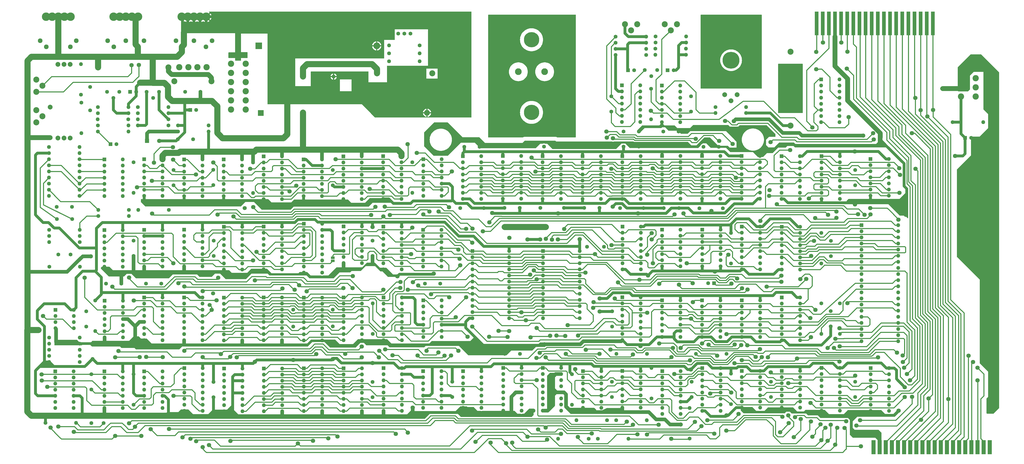
<source format=gbr>
%TF.GenerationSoftware,KiCad,Pcbnew,7.0.7*%
%TF.CreationDate,2023-09-25T12:36:18+01:00*%
%TF.ProjectId,TRS80IUS,54525338-3049-4555-932e-6b696361645f,rev?*%
%TF.SameCoordinates,Original*%
%TF.FileFunction,Copper,L1,Top*%
%TF.FilePolarity,Positive*%
%FSLAX46Y46*%
G04 Gerber Fmt 4.6, Leading zero omitted, Abs format (unit mm)*
G04 Created by KiCad (PCBNEW 7.0.7) date 2023-09-25 12:36:18*
%MOMM*%
%LPD*%
G01*
G04 APERTURE LIST*
G04 Aperture macros list*
%AMFreePoly0*
4,1,45,1.815063,0.845106,1.830902,0.845106,1.843715,0.835796,1.858779,0.830902,1.868088,0.818088,1.880902,0.808779,1.885796,0.793715,1.895106,0.780902,1.895106,0.765062,1.900000,0.750000,1.900000,-0.750000,1.895106,-0.765062,1.895106,-0.780902,1.885796,-0.793715,1.880902,-0.808779,1.868088,-0.818088,1.858779,-0.830902,1.843715,-0.835796,1.830902,-0.845106,1.815063,-0.845106,
1.800000,-0.850000,-3.880000,-0.850000,-3.895063,-0.845106,-3.910902,-0.845106,-3.923715,-0.835796,-3.938779,-0.830902,-3.948088,-0.818088,-3.960902,-0.808779,-3.965796,-0.793715,-3.975106,-0.780902,-3.975106,-0.765062,-3.980000,-0.750000,-3.980000,0.750000,-3.975106,0.765062,-3.975106,0.780902,-3.965796,0.793715,-3.960902,0.808779,-3.948088,0.818088,-3.938779,0.830902,-3.923715,0.835796,
-3.910902,0.845106,-3.895063,0.845106,-3.880000,0.850000,1.800000,0.850000,1.815063,0.845106,1.815063,0.845106,$1*%
G04 Aperture macros list end*
%TA.AperFunction,SMDPad,CuDef*%
%ADD10R,1.500000X1.000000*%
%TD*%
%TA.AperFunction,ComponentPad*%
%ADD11C,2.600000*%
%TD*%
%TA.AperFunction,ComponentPad*%
%ADD12C,1.600000*%
%TD*%
%TA.AperFunction,ComponentPad*%
%ADD13R,1.600000X1.600000*%
%TD*%
%TA.AperFunction,ComponentPad*%
%ADD14O,1.600000X1.600000*%
%TD*%
%TA.AperFunction,ComponentPad*%
%ADD15C,2.000000*%
%TD*%
%TA.AperFunction,ComponentPad*%
%ADD16FreePoly0,90.000000*%
%TD*%
%TA.AperFunction,ComponentPad*%
%ADD17C,1.700000*%
%TD*%
%TA.AperFunction,ComponentPad*%
%ADD18C,2.500000*%
%TD*%
%TA.AperFunction,ComponentPad*%
%ADD19C,2.800000*%
%TD*%
%TA.AperFunction,ComponentPad*%
%ADD20C,6.350000*%
%TD*%
%TA.AperFunction,ComponentPad*%
%ADD21C,1.950000*%
%TD*%
%TA.AperFunction,ComponentPad*%
%ADD22C,3.500000*%
%TD*%
%TA.AperFunction,ComponentPad*%
%ADD23C,7.000000*%
%TD*%
%TA.AperFunction,ComponentPad*%
%ADD24R,1.800000X1.800000*%
%TD*%
%TA.AperFunction,ComponentPad*%
%ADD25C,1.800000*%
%TD*%
%TA.AperFunction,ComponentPad*%
%ADD26R,2.800000X2.800000*%
%TD*%
%TA.AperFunction,ComponentPad*%
%ADD27O,2.800000X2.800000*%
%TD*%
%TA.AperFunction,ConnectorPad*%
%ADD28R,1.625600X9.906000*%
%TD*%
%TA.AperFunction,ComponentPad*%
%ADD29R,2.400000X2.400000*%
%TD*%
%TA.AperFunction,ComponentPad*%
%ADD30O,2.400000X2.400000*%
%TD*%
%TA.AperFunction,ViaPad*%
%ADD31C,1.800000*%
%TD*%
%TA.AperFunction,Conductor*%
%ADD32C,0.400000*%
%TD*%
%TA.AperFunction,Conductor*%
%ADD33C,1.500000*%
%TD*%
%TA.AperFunction,Conductor*%
%ADD34C,1.200000*%
%TD*%
%TA.AperFunction,Conductor*%
%ADD35C,2.500000*%
%TD*%
%TA.AperFunction,Conductor*%
%ADD36C,2.000000*%
%TD*%
%TA.AperFunction,Conductor*%
%ADD37C,0.800000*%
%TD*%
G04 APERTURE END LIST*
D10*
%TO.P,J64,1,Pin_1*%
%TO.N,Net-(J64-Pin_1)*%
X225270000Y-186510000D03*
%TO.P,J64,2,Pin_2*%
%TO.N,/VIDEO RAM/BIT6*%
X225270000Y-187810000D03*
%TD*%
D11*
%TO.P,S2,1,A*%
%TO.N,GND*%
X486185000Y-111875000D03*
X486185000Y-115685000D03*
%TO.P,S2,2,B*%
%TO.N,Net-(S2-B)*%
X486185000Y-119495000D03*
%TO.P,S2,3,U*%
%TO.N,unconnected-(S2-U-Pad3)*%
X492295000Y-119495000D03*
%TO.P,S2,4,U*%
%TO.N,unconnected-(S2-U-Pad4)*%
X492295000Y-115685000D03*
%TO.P,S2,5,U*%
%TO.N,unconnected-(S2-U-Pad5)*%
X492295000Y-111875000D03*
%TD*%
D12*
%TO.P,C49,1*%
%TO.N,GND*%
X296690000Y-226520000D03*
%TO.P,C49,2*%
%TO.N,+5V*%
X303040000Y-226520000D03*
%TD*%
D13*
%TO.P,Z51,1,S*%
%TO.N,MUX*%
X345550000Y-202940000D03*
D14*
%TO.P,Z51,2,I0a*%
%TO.N,/CPU/A4*%
X345550000Y-205480000D03*
%TO.P,Z51,3,I1a*%
%TO.N,/CPU/A10*%
X345550000Y-208020000D03*
%TO.P,Z51,4,Za*%
%TO.N,/MEMORY/SMA4*%
X345550000Y-210560000D03*
%TO.P,Z51,5,I0b*%
%TO.N,/CPU/A5*%
X345550000Y-213100000D03*
%TO.P,Z51,6,I1b*%
%TO.N,/CPU/A11*%
X345550000Y-215640000D03*
%TO.P,Z51,7,Zb*%
%TO.N,/MEMORY/SMA5*%
X345550000Y-218180000D03*
%TO.P,Z51,8,GND*%
%TO.N,GND*%
X345550000Y-220720000D03*
%TO.P,Z51,9,Zc*%
%TO.N,Net-(Z51-Zc)*%
X353170000Y-220720000D03*
%TO.P,Z51,10,I1c*%
%TO.N,/CPU/A12*%
X353170000Y-218180000D03*
%TO.P,Z51,11,I0c*%
%TO.N,/CPU/A6*%
X353170000Y-215640000D03*
%TO.P,Z51,12,Zd*%
%TO.N,unconnected-(Z51-Zd-Pad12)*%
X353170000Y-213100000D03*
%TO.P,Z51,13,I1d*%
%TO.N,unconnected-(Z51-I1d-Pad13)*%
X353170000Y-210560000D03*
%TO.P,Z51,14,I0d*%
%TO.N,unconnected-(Z51-I0d-Pad14)*%
X353170000Y-208020000D03*
%TO.P,Z51,15,E*%
%TO.N,GND*%
X353170000Y-205480000D03*
%TO.P,Z51,16,VCC*%
%TO.N,+5V*%
X353170000Y-202940000D03*
%TD*%
D12*
%TO.P,C3,1*%
%TO.N,GND*%
X170400000Y-117523270D03*
%TO.P,C3,2*%
%TO.N,-5V*%
X164050000Y-117523270D03*
%TD*%
D13*
%TO.P,Z25,1*%
%TO.N,GND*%
X147000000Y-174955000D03*
D14*
%TO.P,Z25,2*%
X147000000Y-177495000D03*
%TO.P,Z25,3*%
%TO.N,unconnected-(Z25-Pad3)*%
X147000000Y-180035000D03*
%TO.P,Z25,4*%
%TO.N,IN*%
X147000000Y-182575000D03*
%TO.P,Z25,5*%
%TO.N,Net-(Z25-Pad10)*%
X147000000Y-185115000D03*
%TO.P,Z25,6*%
%TO.N,INSIG*%
X147000000Y-187655000D03*
%TO.P,Z25,7,GND*%
%TO.N,GND*%
X147000000Y-190195000D03*
%TO.P,Z25,8*%
%TO.N,OUTSIG*%
X154620000Y-190195000D03*
%TO.P,Z25,9*%
%TO.N,OUT*%
X154620000Y-187655000D03*
%TO.P,Z25,10*%
%TO.N,Net-(Z25-Pad10)*%
X154620000Y-185115000D03*
%TO.P,Z25,11*%
%TO.N,unconnected-(Z25-Pad11)*%
X154620000Y-182575000D03*
%TO.P,Z25,12*%
%TO.N,GND*%
X154620000Y-180035000D03*
%TO.P,Z25,13*%
X154620000Y-177495000D03*
%TO.P,Z25,14,VCC*%
%TO.N,+5V*%
X154620000Y-174955000D03*
%TD*%
D12*
%TO.P,C36,1*%
%TO.N,GND*%
X175906730Y-185790000D03*
%TO.P,C36,2*%
%TO.N,+5V*%
X175906730Y-179440000D03*
%TD*%
D13*
%TO.P,Z67,1,OEa*%
%TO.N,MEM*%
X296080000Y-232355000D03*
D14*
%TO.P,Z67,2,I1*%
%TO.N,/MEMORY/MD5*%
X296080000Y-234895000D03*
%TO.P,Z67,3,O1a*%
%TO.N,/CPU/D5*%
X296080000Y-237435000D03*
%TO.P,Z67,4,I2*%
%TO.N,/MEMORY/MD6*%
X296080000Y-239975000D03*
%TO.P,Z67,5,O2a*%
%TO.N,/CPU/D6*%
X296080000Y-242515000D03*
%TO.P,Z67,6,I3*%
%TO.N,/MEMORY/MD7*%
X296080000Y-245055000D03*
%TO.P,Z67,7,O3a*%
%TO.N,/CPU/D7*%
X296080000Y-247595000D03*
%TO.P,Z67,8,GND*%
%TO.N,GND*%
X296080000Y-250135000D03*
%TO.P,Z67,9,O4a*%
%TO.N,/CPU/D4*%
X303700000Y-250135000D03*
%TO.P,Z67,10,I4*%
%TO.N,/MEMORY/MD4*%
X303700000Y-247595000D03*
%TO.P,Z67,11,O5b*%
%TO.N,unconnected-(Z67-O5b-Pad11)*%
X303700000Y-245055000D03*
%TO.P,Z67,12,I5*%
%TO.N,GND*%
X303700000Y-242515000D03*
%TO.P,Z67,13,O6b*%
%TO.N,MCAS*%
X303700000Y-239975000D03*
%TO.P,Z67,14,I6*%
%TO.N,CAS*%
X303700000Y-237435000D03*
%TO.P,Z67,15,OEb*%
%TO.N,Net-(Z67-OEb)*%
X303700000Y-234895000D03*
%TO.P,Z67,16,VCC*%
%TO.N,+5V*%
X303700000Y-232355000D03*
%TD*%
D13*
%TO.P,Z19,1,Pin_1*%
%TO.N,-5V*%
X378610000Y-144210000D03*
D14*
%TO.P,Z19,2,Pin_2*%
%TO.N,/CPU/D3*%
X378610000Y-146750000D03*
%TO.P,Z19,3,Pin_3*%
%TO.N,WR*%
X378610000Y-149290000D03*
%TO.P,Z19,4,Pin_4*%
%TO.N,MRAS*%
X378610000Y-151830000D03*
%TO.P,Z19,5,Pin_5*%
%TO.N,/MEMORY/SMA0*%
X378610000Y-154370000D03*
%TO.P,Z19,6,Pin_6*%
%TO.N,/MEMORY/SMA2*%
X378610000Y-156910000D03*
%TO.P,Z19,7,Pin_7*%
%TO.N,/MEMORY/SMA1*%
X378610000Y-159450000D03*
%TO.P,Z19,8,Pin_8*%
%TO.N,+12V*%
X378610000Y-161990000D03*
%TO.P,Z19,9,Pin_9*%
%TO.N,+5V*%
X386230000Y-161990000D03*
%TO.P,Z19,10,Pin_10*%
%TO.N,/MEMORY/SMA5*%
X386230000Y-159450000D03*
%TO.P,Z19,11,Pin_11*%
%TO.N,/MEMORY/SMA4*%
X386230000Y-156910000D03*
%TO.P,Z19,12,Pin_12*%
%TO.N,/MEMORY/SMA3*%
X386230000Y-154370000D03*
%TO.P,Z19,13,Pin_13*%
%TO.N,/MEMORY/SMA6*%
X386230000Y-151830000D03*
%TO.P,Z19,14,Pin_14*%
%TO.N,/MEMORY/MD3*%
X386230000Y-149290000D03*
%TO.P,Z19,15,Pin_15*%
%TO.N,MCAS*%
X386230000Y-146750000D03*
%TO.P,Z19,16,Pin_16*%
%TO.N,GND*%
X386230000Y-144210000D03*
%TD*%
D12*
%TO.P,C34,1*%
%TO.N,GND*%
X387306635Y-165913270D03*
%TO.P,C34,2*%
%TO.N,+12V*%
X377526635Y-165913270D03*
%TD*%
%TO.P,C30,1*%
%TO.N,GND*%
X321316635Y-165813270D03*
%TO.P,C30,2*%
%TO.N,+12V*%
X311536635Y-165813270D03*
%TD*%
%TO.P,C28,1*%
%TO.N,GND*%
X288026635Y-165823270D03*
%TO.P,C28,2*%
%TO.N,+12V*%
X278246635Y-165823270D03*
%TD*%
D13*
%TO.P,Z6,1*%
%TO.N,Net-(Z6-Pad1)*%
X163580000Y-145610000D03*
D14*
%TO.P,Z6,2*%
%TO.N,Net-(R20-Pad1)*%
X163580000Y-148150000D03*
%TO.P,Z6,3*%
%TO.N,Net-(C20-Pad1)*%
X163580000Y-150690000D03*
%TO.P,Z6,4*%
%TO.N,Net-(Z6-Pad4)*%
X163580000Y-153230000D03*
%TO.P,Z6,5*%
X163580000Y-155770000D03*
%TO.P,Z6,6*%
%TO.N,Net-(C20-Pad2)*%
X163580000Y-158310000D03*
%TO.P,Z6,7,GND*%
%TO.N,GND*%
X163580000Y-160850000D03*
%TO.P,Z6,8*%
%TO.N,Net-(Z5-Pad13)*%
X171200000Y-160850000D03*
%TO.P,Z6,9*%
%TO.N,Net-(Z6-Pad10)*%
X171200000Y-158310000D03*
%TO.P,Z6,10*%
X171200000Y-155770000D03*
%TO.P,Z6,11*%
%TO.N,Net-(C21-Pad2)*%
X171200000Y-153230000D03*
%TO.P,Z6,12*%
%TO.N,Net-(Z6-Pad1)*%
X171200000Y-150690000D03*
%TO.P,Z6,13*%
%TO.N,HDRV*%
X171200000Y-148150000D03*
%TO.P,Z6,14,VCC*%
%TO.N,+5V*%
X171200000Y-145610000D03*
%TD*%
D13*
%TO.P,Z16,1,Pin_1*%
%TO.N,-5V*%
X328990000Y-144250000D03*
D14*
%TO.P,Z16,2,Pin_2*%
%TO.N,/CPU/D1*%
X328990000Y-146790000D03*
%TO.P,Z16,3,Pin_3*%
%TO.N,WR*%
X328990000Y-149330000D03*
%TO.P,Z16,4,Pin_4*%
%TO.N,MRAS*%
X328990000Y-151870000D03*
%TO.P,Z16,5,Pin_5*%
%TO.N,/MEMORY/SMA0*%
X328990000Y-154410000D03*
%TO.P,Z16,6,Pin_6*%
%TO.N,/MEMORY/SMA2*%
X328990000Y-156950000D03*
%TO.P,Z16,7,Pin_7*%
%TO.N,/MEMORY/SMA1*%
X328990000Y-159490000D03*
%TO.P,Z16,8,Pin_8*%
%TO.N,+12V*%
X328990000Y-162030000D03*
%TO.P,Z16,9,Pin_9*%
%TO.N,+5V*%
X336610000Y-162030000D03*
%TO.P,Z16,10,Pin_10*%
%TO.N,/MEMORY/SMA5*%
X336610000Y-159490000D03*
%TO.P,Z16,11,Pin_11*%
%TO.N,/MEMORY/SMA4*%
X336610000Y-156950000D03*
%TO.P,Z16,12,Pin_12*%
%TO.N,/MEMORY/SMA3*%
X336610000Y-154410000D03*
%TO.P,Z16,13,Pin_13*%
%TO.N,/MEMORY/SMA6*%
X336610000Y-151870000D03*
%TO.P,Z16,14,Pin_14*%
%TO.N,/MEMORY/MD1*%
X336610000Y-149330000D03*
%TO.P,Z16,15,Pin_15*%
%TO.N,MCAS*%
X336610000Y-146790000D03*
%TO.P,Z16,16,Pin_16*%
%TO.N,GND*%
X336610000Y-144250000D03*
%TD*%
D13*
%TO.P,Z62,1,A6*%
%TO.N,/VIDEO RAM/V6*%
X213320000Y-232460000D03*
D14*
%TO.P,Z62,2,A5*%
%TO.N,/VIDEO RAM/V5*%
X213320000Y-235000000D03*
%TO.P,Z62,3,R/~{W}*%
%TO.N,VWR*%
X213320000Y-237540000D03*
%TO.P,Z62,4,A1*%
%TO.N,/VIDEO RAM/V1*%
X213320000Y-240080000D03*
%TO.P,Z62,5,A2*%
%TO.N,/VIDEO RAM/V2*%
X213320000Y-242620000D03*
%TO.P,Z62,6,A3*%
%TO.N,/VIDEO RAM/V3*%
X213320000Y-245160000D03*
%TO.P,Z62,7,A4*%
%TO.N,/VIDEO RAM/V4*%
X213320000Y-247700000D03*
%TO.P,Z62,8,A0*%
%TO.N,/VIDEO RAM/V0*%
X213320000Y-250240000D03*
%TO.P,Z62,9,GND*%
%TO.N,GND*%
X220940000Y-250240000D03*
%TO.P,Z62,10,VCC*%
%TO.N,+5V*%
X220940000Y-247700000D03*
%TO.P,Z62,11,DATA_IN*%
%TO.N,/CPU/D5*%
X220940000Y-245160000D03*
%TO.P,Z62,12,DATA_OUT*%
%TO.N,/VIDEO RAM/BIT5*%
X220940000Y-242620000D03*
%TO.P,Z62,13,~{CE}*%
%TO.N,GND*%
X220940000Y-240080000D03*
%TO.P,Z62,14,A9*%
%TO.N,/VIDEO RAM/V9*%
X220940000Y-237540000D03*
%TO.P,Z62,15,A8*%
%TO.N,/VIDEO RAM/V8*%
X220940000Y-235000000D03*
%TO.P,Z62,16,A7*%
%TO.N,/VIDEO RAM/V7*%
X220940000Y-232460000D03*
%TD*%
D12*
%TO.P,R43,1*%
%TO.N,Net-(C21-Pad2)*%
X157220000Y-166630000D03*
D14*
%TO.P,R43,2*%
%TO.N,GND*%
X144520000Y-166630000D03*
%TD*%
D15*
%TO.P,K1,1*%
%TO.N,RELAYB*%
X113700000Y-136750000D03*
%TO.P,K1,2*%
%TO.N,Z41_3*%
X116240000Y-136750000D03*
%TO.P,K1,3*%
%TO.N,RELAYA*%
X113700000Y-106060000D03*
%TO.P,K1,4*%
%TO.N,unconnected-(K1-Pad4)*%
X111160000Y-106060000D03*
%TO.P,K1,5*%
%TO.N,+5V*%
X111160000Y-136750000D03*
%TO.P,K1,6*%
%TO.N,unconnected-(K1-Pad6)*%
X116240000Y-106060000D03*
%TD*%
D16*
%TO.P,CN3,1,Pin_1*%
%TO.N,+5V*%
X498070000Y-264270000D03*
%TO.P,CN3,2,Pin_2*%
%TO.N,/CPU/A4*%
X495530000Y-264270000D03*
%TO.P,CN3,3,Pin_3*%
%TO.N,/CPU/A5*%
X492990000Y-264270000D03*
%TO.P,CN3,4,Pin_4*%
%TO.N,/CPU/A1*%
X490450000Y-264270000D03*
%TO.P,CN3,5,Pin_5*%
%TO.N,/CPU/A0*%
X487910000Y-264270000D03*
%TO.P,CN3,6,Pin_6*%
%TO.N,/CPU/A2*%
X485370000Y-264270000D03*
%TO.P,CN3,7,Pin_7*%
%TO.N,/CPU/A6*%
X482830000Y-264270000D03*
%TO.P,CN3,8,Pin_8*%
%TO.N,/CPU/A7*%
X480290000Y-264270000D03*
%TO.P,CN3,9,Pin_9*%
%TO.N,/CPU/A3*%
X477750000Y-264270000D03*
%TO.P,CN3,10,Pin_10*%
%TO.N,/CPU/D2*%
X475210000Y-264270000D03*
%TO.P,CN3,11,Pin_11*%
%TO.N,/CPU/D0*%
X472670000Y-264270000D03*
%TO.P,CN3,12,Pin_12*%
%TO.N,/CPU/D5*%
X470130000Y-264270000D03*
%TO.P,CN3,13,Pin_13*%
%TO.N,/CPU/D3*%
X467590000Y-264270000D03*
%TO.P,CN3,14,Pin_14*%
%TO.N,KYBD*%
X465050000Y-264270000D03*
%TO.P,CN3,15,Pin_15*%
%TO.N,/CPU/D6*%
X462510000Y-264270000D03*
%TO.P,CN3,16,Pin_16*%
%TO.N,/CPU/D1*%
X459970000Y-264270000D03*
%TO.P,CN3,17,Pin_17*%
%TO.N,/CPU/D7*%
X457430000Y-264270000D03*
%TO.P,CN3,18,Pin_18*%
%TO.N,/CPU/D4*%
X454890000Y-264270000D03*
%TO.P,CN3,19,Pin_19*%
%TO.N,GND*%
X452350000Y-264270000D03*
%TO.P,CN3,20,Pin_20*%
%TO.N,unconnected-(CN3-Pin_20-Pad20)*%
X449810000Y-264270000D03*
%TD*%
D12*
%TO.P,R35,1*%
%TO.N,Z252IN-*%
X120160000Y-150660000D03*
D14*
%TO.P,R35,2*%
%TO.N,Z251OUT*%
X107460000Y-150660000D03*
%TD*%
D12*
%TO.P,R45,1*%
%TO.N,Z254IN-*%
X120220000Y-180030000D03*
D14*
%TO.P,R45,2*%
%TO.N,Net-(CR7-K)*%
X107520000Y-180030000D03*
%TD*%
D13*
%TO.P,C42,1*%
%TO.N,Net-(C42-Pad1)*%
X383660000Y-197090000D03*
D12*
%TO.P,C42,2*%
%TO.N,GND*%
X381160000Y-197090000D03*
%TD*%
D13*
%TO.P,Z73,1*%
%TO.N,!IORQ*%
X395180000Y-233570000D03*
D14*
%TO.P,Z73,2*%
%TO.N,!M1*%
X395180000Y-236110000D03*
%TO.P,Z73,3*%
%TO.N,INTAK*%
X395180000Y-238650000D03*
%TO.P,Z73,4*%
%TO.N,/CPU/A15*%
X395180000Y-241190000D03*
%TO.P,Z73,5*%
%TO.N,RAS*%
X395180000Y-243730000D03*
%TO.P,Z73,6*%
%TO.N,Net-(Z21-Ea2)*%
X395180000Y-246270000D03*
%TO.P,Z73,7,GND*%
%TO.N,GND*%
X395180000Y-248810000D03*
%TO.P,Z73,8*%
%TO.N,Net-(Z73-Pad8)*%
X402800000Y-248810000D03*
%TO.P,Z73,9*%
%TO.N,Net-(Z73-Pad9)*%
X402800000Y-246270000D03*
%TO.P,Z73,10*%
%TO.N,Net-(Z73-Pad10)*%
X402800000Y-243730000D03*
%TO.P,Z73,11*%
%TO.N,unconnected-(Z73-Pad11)*%
X402800000Y-241190000D03*
%TO.P,Z73,12*%
%TO.N,+5V*%
X402800000Y-238650000D03*
%TO.P,Z73,13*%
X402800000Y-236110000D03*
%TO.P,Z73,14,VCC*%
X402800000Y-233570000D03*
%TD*%
D12*
%TO.P,C12,1*%
%TO.N,Net-(Z1--)*%
X340963270Y-119380000D03*
%TO.P,C12,2*%
%TO.N,Net-(Z1-FC)*%
X340963270Y-125730000D03*
%TD*%
D13*
%TO.P,Z33,1,Pin_1*%
%TO.N,/CPU/A7*%
X283345000Y-183755000D03*
D14*
%TO.P,Z33,2,Pin_2*%
%TO.N,/CPU/A6*%
X283345000Y-186295000D03*
%TO.P,Z33,3,Pin_3*%
%TO.N,/CPU/A5*%
X283345000Y-188835000D03*
%TO.P,Z33,4,Pin_4*%
%TO.N,/CPU/A4*%
X283345000Y-191375000D03*
%TO.P,Z33,5,Pin_5*%
%TO.N,/CPU/A3*%
X283345000Y-193915000D03*
%TO.P,Z33,6,Pin_6*%
%TO.N,/CPU/A2*%
X283345000Y-196455000D03*
%TO.P,Z33,7,Pin_7*%
%TO.N,/CPU/A1*%
X283345000Y-198995000D03*
%TO.P,Z33,8,Pin_8*%
%TO.N,/CPU/A0*%
X283345000Y-201535000D03*
%TO.P,Z33,9,Pin_9*%
%TO.N,/MEMORY/MD0*%
X283345000Y-204075000D03*
%TO.P,Z33,10,Pin_10*%
%TO.N,/MEMORY/MD1*%
X283345000Y-206615000D03*
%TO.P,Z33,11,Pin_11*%
%TO.N,/MEMORY/MD2*%
X283345000Y-209155000D03*
%TO.P,Z33,12,Pin_12*%
%TO.N,GND*%
X283345000Y-211695000D03*
%TO.P,Z33,13,Pin_13*%
%TO.N,/MEMORY/MD3*%
X298585000Y-211695000D03*
%TO.P,Z33,14,Pin_14*%
%TO.N,/MEMORY/MD4*%
X298585000Y-209155000D03*
%TO.P,Z33,15,Pin_15*%
%TO.N,/MEMORY/MD5*%
X298585000Y-206615000D03*
%TO.P,Z33,16,Pin_16*%
%TO.N,/MEMORY/MD6*%
X298585000Y-204075000D03*
%TO.P,Z33,17,Pin_17*%
%TO.N,/MEMORY/MD7*%
X298585000Y-201535000D03*
%TO.P,Z33,18,Pin_18*%
%TO.N,/CPU/A11*%
X298585000Y-198995000D03*
%TO.P,Z33,19,Pin_19*%
%TO.N,/CPU/A10*%
X298585000Y-196455000D03*
%TO.P,Z33,20,Pin_20*%
%TO.N,ROMA*%
X298585000Y-193915000D03*
%TO.P,Z33,21,Pin_21*%
%TO.N,/CPU/A12*%
X298585000Y-191375000D03*
%TO.P,Z33,22,Pin_22*%
%TO.N,/CPU/A9*%
X298585000Y-188835000D03*
%TO.P,Z33,23,Pin_23*%
%TO.N,/CPU/A8*%
X298585000Y-186295000D03*
%TO.P,Z33,24,Pin_24*%
%TO.N,+5V*%
X298585000Y-183755000D03*
%TD*%
D12*
%TO.P,C7,1*%
%TO.N,Net-(Q1-C)*%
X167320000Y-137233270D03*
%TO.P,C7,2*%
%TO.N,GND*%
X160970000Y-137233270D03*
%TD*%
D13*
%TO.P,Z31,1,S*%
%TO.N,VID*%
X246340000Y-173580000D03*
D14*
%TO.P,Z31,2,I0a*%
%TO.N,/CPU/A8*%
X246340000Y-176120000D03*
%TO.P,Z31,3,I1a*%
%TO.N,R4*%
X246340000Y-178660000D03*
%TO.P,Z31,4,Za*%
%TO.N,/VIDEO RAM/V8*%
X246340000Y-181200000D03*
%TO.P,Z31,5,I0b*%
%TO.N,/CPU/A9*%
X246340000Y-183740000D03*
%TO.P,Z31,6,I1b*%
%TO.N,R8*%
X246340000Y-186280000D03*
%TO.P,Z31,7,Zb*%
%TO.N,/VIDEO RAM/V9*%
X246340000Y-188820000D03*
%TO.P,Z31,8,GND*%
%TO.N,GND*%
X246340000Y-191360000D03*
%TO.P,Z31,9,Zc*%
%TO.N,/VIDEO RAM/V6*%
X253960000Y-191360000D03*
%TO.P,Z31,10,I1c*%
%TO.N,R1*%
X253960000Y-188820000D03*
%TO.P,Z31,11,I0c*%
%TO.N,/CPU/A6*%
X253960000Y-186280000D03*
%TO.P,Z31,12,Zd*%
%TO.N,/VIDEO RAM/V7*%
X253960000Y-183740000D03*
%TO.P,Z31,13,I1d*%
%TO.N,R2*%
X253960000Y-181200000D03*
%TO.P,Z31,14,I0d*%
%TO.N,/CPU/A7*%
X253960000Y-178660000D03*
%TO.P,Z31,15,E*%
%TO.N,GND*%
X253960000Y-176120000D03*
%TO.P,Z31,16,VCC*%
%TO.N,+5V*%
X253960000Y-173580000D03*
%TD*%
D12*
%TO.P,C41,1*%
%TO.N,GND*%
X269940000Y-197263270D03*
%TO.P,C41,2*%
%TO.N,+5V*%
X263590000Y-197263270D03*
%TD*%
D17*
%TO.P,J61,1,Pin_1*%
%TO.N,L8*%
X188700000Y-165825000D03*
%TD*%
D12*
%TO.P,Q1,1,E*%
%TO.N,Net-(Q1-E)*%
X131552275Y-117502275D03*
%TO.P,Q1,2,C*%
%TO.N,Net-(Q1-C)*%
X136702275Y-117502275D03*
%TO.P,Q1,3,B*%
%TO.N,Net-(Q1-B)*%
X134232275Y-120042275D03*
%TD*%
%TO.P,R41,1*%
%TO.N,Z253IN-*%
X140610000Y-166590000D03*
D14*
%TO.P,R41,2*%
%TO.N,Net-(CR4-K)*%
X127910000Y-166590000D03*
%TD*%
D12*
%TO.P,CR9,1,K*%
%TO.N,Net-(CR10-K)*%
X120790000Y-118715000D03*
D14*
%TO.P,CR9,2,A*%
%TO.N,RELAYA*%
X120790000Y-106015000D03*
%TD*%
D12*
%TO.P,R64,1*%
%TO.N,\u00D8*%
X390650000Y-247430000D03*
D14*
%TO.P,R64,2*%
%TO.N,+5V*%
X390650000Y-234730000D03*
%TD*%
D13*
%TO.P,Z65,1,CP1..3*%
%TO.N,CHAIN*%
X262860000Y-233690000D03*
D14*
%TO.P,Z65,2,R0(1)*%
%TO.N,GND*%
X262860000Y-236230000D03*
%TO.P,Z65,3,R0(2)*%
X262860000Y-238770000D03*
%TO.P,Z65,4*%
%TO.N,N/C*%
X262860000Y-241310000D03*
%TO.P,Z65,5,VCC*%
%TO.N,+5V*%
X262860000Y-243850000D03*
%TO.P,Z65,6*%
%TO.N,N/C*%
X262860000Y-246390000D03*
%TO.P,Z65,7*%
X262860000Y-248930000D03*
%TO.P,Z65,8,Q2*%
%TO.N,C4*%
X270480000Y-248930000D03*
%TO.P,Z65,9,Q1*%
%TO.N,C2*%
X270480000Y-246390000D03*
%TO.P,Z65,10,GND*%
%TO.N,GND*%
X270480000Y-243850000D03*
%TO.P,Z65,11,Q3*%
%TO.N,unconnected-(Z65-Q3-Pad11)*%
X270480000Y-241310000D03*
%TO.P,Z65,12,Q0*%
%TO.N,R1*%
X270480000Y-238770000D03*
%TO.P,Z65,13*%
%TO.N,N/C*%
X270480000Y-236230000D03*
%TO.P,Z65,14,CP0*%
%TO.N,L8*%
X270480000Y-233690000D03*
%TD*%
D13*
%TO.P,Z52,1*%
%TO.N,/CPU/A10*%
X362080000Y-204185000D03*
D14*
%TO.P,Z52,2*%
%TO.N,Net-(Z36-Pad9)*%
X362080000Y-206725000D03*
%TO.P,Z52,3*%
%TO.N,TEST*%
X362080000Y-209265000D03*
%TO.P,Z52,4*%
%TO.N,ENABLE*%
X362080000Y-211805000D03*
%TO.P,Z52,5*%
%TO.N,/CPU/A0*%
X362080000Y-214345000D03*
%TO.P,Z52,6*%
%TO.N,Net-(Z36-Pad1)*%
X362080000Y-216885000D03*
%TO.P,Z52,7,GND*%
%TO.N,GND*%
X362080000Y-219425000D03*
%TO.P,Z52,8*%
%TO.N,unconnected-(Z52-Pad8)*%
X369700000Y-219425000D03*
%TO.P,Z52,9*%
%TO.N,GND*%
X369700000Y-216885000D03*
%TO.P,Z52,10*%
%TO.N,!RESET*%
X369700000Y-214345000D03*
%TO.P,Z52,11*%
%TO.N,Net-(Z37-Pad2)*%
X369700000Y-211805000D03*
%TO.P,Z52,12*%
%TO.N,Net-(Z52-Pad12)*%
X369700000Y-209265000D03*
%TO.P,Z52,13*%
%TO.N,RD*%
X369700000Y-206725000D03*
%TO.P,Z52,14,VCC*%
%TO.N,+5V*%
X369700000Y-204185000D03*
%TD*%
D12*
%TO.P,C45,1*%
%TO.N,GND*%
X225353270Y-208080000D03*
%TO.P,C45,2*%
%TO.N,+5V*%
X225353270Y-215080000D03*
%TD*%
D13*
%TO.P,Z22,1,OEa*%
%TO.N,ENABLE*%
X428220000Y-144250000D03*
D14*
%TO.P,Z22,2,I1*%
%TO.N,Net-(Z22-I1)*%
X428220000Y-146790000D03*
%TO.P,Z22,3,O1a*%
%TO.N,OUT*%
X428220000Y-149330000D03*
%TO.P,Z22,4,I2*%
%TO.N,Net-(Z22-I2)*%
X428220000Y-151870000D03*
%TO.P,Z22,5,O2a*%
%TO.N,WR*%
X428220000Y-154410000D03*
%TO.P,Z22,6,I3*%
%TO.N,Net-(Z22-I3)*%
X428220000Y-156950000D03*
%TO.P,Z22,7,O3a*%
%TO.N,RD*%
X428220000Y-159490000D03*
%TO.P,Z22,8,GND*%
%TO.N,GND*%
X428220000Y-162030000D03*
%TO.P,Z22,9,O4a*%
%TO.N,IN*%
X435840000Y-162030000D03*
%TO.P,Z22,10,I4*%
%TO.N,Net-(Z22-I4)*%
X435840000Y-159490000D03*
%TO.P,Z22,11,O5b*%
%TO.N,/CPU/A2*%
X435840000Y-156950000D03*
%TO.P,Z22,12,I5*%
%TO.N,/CPU/UA2*%
X435840000Y-154410000D03*
%TO.P,Z22,13,O6b*%
%TO.N,/CPU/A3*%
X435840000Y-151870000D03*
%TO.P,Z22,14,I6*%
%TO.N,/CPU/UA3*%
X435840000Y-149330000D03*
%TO.P,Z22,15,OEb*%
%TO.N,ENABLE*%
X435840000Y-146790000D03*
%TO.P,Z22,16,VCC*%
%TO.N,+5V*%
X435840000Y-144250000D03*
%TD*%
D12*
%TO.P,R62,1*%
%TO.N,+5V*%
X342970000Y-254120000D03*
D14*
%TO.P,R62,2*%
%TO.N,RAM*%
X355670000Y-254120000D03*
%TD*%
D13*
%TO.P,Z26,1*%
%TO.N,Net-(Z27-Q1)*%
X163590000Y-174860000D03*
D14*
%TO.P,Z26,2*%
X163590000Y-177400000D03*
%TO.P,Z26,3*%
%TO.N,N/C*%
X163590000Y-179940000D03*
%TO.P,Z26,4*%
%TO.N,Net-(Z27-~{Q0})*%
X163590000Y-182480000D03*
%TO.P,Z26,5*%
%TO.N,Net-(Z26-Pad13)*%
X163590000Y-185020000D03*
%TO.P,Z26,6*%
%TO.N,SHIFTGFX*%
X163590000Y-187560000D03*
%TO.P,Z26,7,GND*%
%TO.N,GND*%
X163590000Y-190100000D03*
%TO.P,Z26,8*%
%TO.N,SHIFTTXT*%
X171210000Y-190100000D03*
%TO.P,Z26,9*%
%TO.N,Net-(Z27-Q1)*%
X171210000Y-187560000D03*
%TO.P,Z26,10*%
%TO.N,Net-(Z27-Q0)*%
X171210000Y-185020000D03*
%TO.P,Z26,11*%
%TO.N,N/C*%
X171210000Y-182480000D03*
%TO.P,Z26,12*%
%TO.N,Net-(Z27-~{Q2})*%
X171210000Y-179940000D03*
%TO.P,Z26,13*%
%TO.N,Net-(Z26-Pad13)*%
X171210000Y-177400000D03*
%TO.P,Z26,14,VCC*%
%TO.N,+5V*%
X171210000Y-174860000D03*
%TD*%
D13*
%TO.P,Z24,1*%
%TO.N,DOT1*%
X130480000Y-174980000D03*
D14*
%TO.P,Z24,2*%
%TO.N,DOT2*%
X130480000Y-177520000D03*
%TO.P,Z24,3*%
%TO.N,LATCH*%
X130480000Y-180060000D03*
%TO.P,Z24,4*%
%TO.N,GND*%
X130480000Y-182600000D03*
%TO.P,Z24,5*%
X130480000Y-185140000D03*
%TO.P,Z24,6*%
%TO.N,unconnected-(Z24-Pad6)*%
X130480000Y-187680000D03*
%TO.P,Z24,7,GND*%
%TO.N,GND*%
X130480000Y-190220000D03*
%TO.P,Z24,8*%
%TO.N,FTAPEIN*%
X138100000Y-190220000D03*
%TO.P,Z24,9*%
%TO.N,Z254OUT*%
X138100000Y-187680000D03*
%TO.P,Z24,10*%
%TO.N,Net-(Z24-Pad10)*%
X138100000Y-185140000D03*
%TO.P,Z24,11*%
X138100000Y-182600000D03*
%TO.P,Z24,12*%
%TO.N,FTAPEIN*%
X138100000Y-180060000D03*
%TO.P,Z24,13*%
%TO.N,OUTSIG*%
X138100000Y-177520000D03*
%TO.P,Z24,14,VCC*%
%TO.N,+5V*%
X138100000Y-174980000D03*
%TD*%
D12*
%TO.P,R28,1*%
%TO.N,Net-(Q2-C)*%
X157090000Y-128980000D03*
D14*
%TO.P,R28,2*%
%TO.N,Net-(Q1-B)*%
X144390000Y-128980000D03*
%TD*%
D12*
%TO.P,R67,1*%
%TO.N,+5V*%
X126710000Y-204285000D03*
D14*
%TO.P,R67,2*%
%TO.N,Net-(R67-Pad2)*%
X126710000Y-216985000D03*
%TD*%
D12*
%TO.P,R25,1*%
%TO.N,Net-(C5-Pad1)*%
X127735000Y-131460000D03*
D14*
%TO.P,R25,2*%
%TO.N,Z251IN+*%
X140435000Y-131460000D03*
%TD*%
D12*
%TO.P,R55,1*%
%TO.N,Net-(J3-Pad5)*%
X107540000Y-227300000D03*
D14*
%TO.P,R55,2*%
%TO.N,Net-(Z59-~{Q1})*%
X120240000Y-227300000D03*
%TD*%
D13*
%TO.P,Z66,1*%
%TO.N,VDRV*%
X279430000Y-233690000D03*
D14*
%TO.P,Z66,2*%
%TO.N,R4*%
X279430000Y-236230000D03*
%TO.P,Z66,3*%
%TO.N,C16*%
X279430000Y-238770000D03*
%TO.P,Z66,4*%
%TO.N,HDRV*%
X279430000Y-241310000D03*
%TO.P,Z66,5*%
%TO.N,C32*%
X279430000Y-243850000D03*
%TO.P,Z66,6*%
%TO.N,Net-(Z50-R0(1))*%
X279430000Y-246390000D03*
%TO.P,Z66,7,GND*%
%TO.N,GND*%
X279430000Y-248930000D03*
%TO.P,Z66,8*%
%TO.N,Net-(Z12-R0(1))*%
X287050000Y-248930000D03*
%TO.P,Z66,9*%
%TO.N,L4*%
X287050000Y-246390000D03*
%TO.P,Z66,10*%
X287050000Y-243850000D03*
%TO.P,Z66,11*%
%TO.N,L8*%
X287050000Y-241310000D03*
%TO.P,Z66,12*%
%TO.N,Net-(Z32-R0(1))*%
X287050000Y-238770000D03*
%TO.P,Z66,13*%
%TO.N,R2*%
X287050000Y-236230000D03*
%TO.P,Z66,14,VCC*%
%TO.N,+5V*%
X287050000Y-233690000D03*
%TD*%
D12*
%TO.P,R23,1*%
%TO.N,Net-(Z41-Pin_5)*%
X127735000Y-126390000D03*
D14*
%TO.P,R23,2*%
%TO.N,Net-(Q1-B)*%
X140435000Y-126390000D03*
%TD*%
D13*
%TO.P,Z11,1,Ds*%
%TO.N,GND*%
X246230000Y-144270000D03*
D14*
%TO.P,Z11,2,A*%
X246230000Y-146810000D03*
%TO.P,Z11,3,B*%
X246230000Y-149350000D03*
%TO.P,Z11,4,C*%
%TO.N,Net-(Z11-C)*%
X246230000Y-151890000D03*
%TO.P,Z11,5,D*%
X246230000Y-154430000D03*
%TO.P,Z11,6,CE*%
%TO.N,GND*%
X246230000Y-156970000D03*
%TO.P,Z11,7,Clk*%
%TO.N,!SHIFT*%
X246230000Y-159510000D03*
%TO.P,Z11,8,GND*%
%TO.N,GND*%
X246230000Y-162050000D03*
%TO.P,Z11,9,Clr*%
%TO.N,SCLR*%
X253850000Y-162050000D03*
%TO.P,Z11,10,E*%
%TO.N,Net-(Z11-C)*%
X253850000Y-159510000D03*
%TO.P,Z11,11,F*%
%TO.N,Net-(Z11-F)*%
X253850000Y-156970000D03*
%TO.P,Z11,12,G*%
X253850000Y-154430000D03*
%TO.P,Z11,13,Qh*%
%TO.N,Net-(Z11-Qh)*%
X253850000Y-151890000D03*
%TO.P,Z11,14,H*%
%TO.N,Net-(Z11-F)*%
X253850000Y-149350000D03*
%TO.P,Z11,15,PE*%
%TO.N,SHIFTGFX*%
X253850000Y-146810000D03*
%TO.P,Z11,16,VCC*%
%TO.N,+5V*%
X253850000Y-144270000D03*
%TD*%
D12*
%TO.P,R11,1*%
%TO.N,Net-(R11-Pad1)*%
X359310000Y-94500000D03*
D14*
%TO.P,R11,2*%
%TO.N,GND*%
X372010000Y-94500000D03*
%TD*%
D12*
%TO.P,R31,1*%
%TO.N,Net-(Z4-VCC)*%
X161020000Y-134050000D03*
D14*
%TO.P,R31,2*%
%TO.N,+5V*%
X173720000Y-134050000D03*
%TD*%
D12*
%TO.P,CR7,1,K*%
%TO.N,Net-(CR7-K)*%
X107525000Y-177490000D03*
D14*
%TO.P,CR7,2,A*%
%TO.N,Net-(CR6-K)*%
X120225000Y-177490000D03*
%TD*%
D13*
%TO.P,Z10,1,Ds*%
%TO.N,GND*%
X229740000Y-144350000D03*
D14*
%TO.P,Z10,2,A*%
X229740000Y-146890000D03*
%TO.P,Z10,3,B*%
X229740000Y-149430000D03*
%TO.P,Z10,4,C*%
%TO.N,/VIDEO/CD0*%
X229740000Y-151970000D03*
%TO.P,Z10,5,D*%
%TO.N,/VIDEO/CD1*%
X229740000Y-154510000D03*
%TO.P,Z10,6,CE*%
%TO.N,GND*%
X229740000Y-157050000D03*
%TO.P,Z10,7,Clk*%
%TO.N,!SHIFT*%
X229740000Y-159590000D03*
%TO.P,Z10,8,GND*%
%TO.N,GND*%
X229740000Y-162130000D03*
%TO.P,Z10,9,Clr*%
%TO.N,SCLR*%
X237360000Y-162130000D03*
%TO.P,Z10,10,E*%
%TO.N,/VIDEO/CD2*%
X237360000Y-159590000D03*
%TO.P,Z10,11,F*%
%TO.N,/VIDEO/CD3*%
X237360000Y-157050000D03*
%TO.P,Z10,12,G*%
%TO.N,/VIDEO/CD4*%
X237360000Y-154510000D03*
%TO.P,Z10,13,Qh*%
%TO.N,Net-(Z10-Qh)*%
X237360000Y-151970000D03*
%TO.P,Z10,14,H*%
%TO.N,GND*%
X237360000Y-149430000D03*
%TO.P,Z10,15,PE*%
%TO.N,SHIFTTXT*%
X237360000Y-146890000D03*
%TO.P,Z10,16,VCC*%
%TO.N,+5V*%
X237360000Y-144350000D03*
%TD*%
D12*
%TO.P,R66,1*%
%TO.N,+5V*%
X373490000Y-261690000D03*
D14*
%TO.P,R66,2*%
%TO.N,Net-(Z71G-R7.2)*%
X373490000Y-248990000D03*
%TD*%
D18*
%TO.P,R5,1,1*%
%TO.N,Net-(R11-Pad1)*%
X351720000Y-89410000D03*
%TO.P,R5,2,2*%
%TO.N,Net-(Q5-E)*%
X349180000Y-91950000D03*
%TO.P,R5,3,3*%
%TO.N,Net-(R5-Pad3)*%
X346640000Y-89410000D03*
%TD*%
D19*
%TO.P,Q4,1,B*%
%TO.N,Net-(Q3-C)*%
X313299999Y-109170001D03*
%TO.P,Q4,2,E*%
%TO.N,Net-(Q4-E)*%
X302379999Y-109170001D03*
D20*
%TO.P,Q4,3,C*%
%TO.N,Net-(Q3-E)*%
X307849999Y-95870001D03*
%TO.P,Q4,4,U*%
%TO.N,unconnected-(Q4-U-Pad4)*%
X307849999Y-126070001D03*
%TD*%
D13*
%TO.P,Z7,1,~{R}*%
%TO.N,Net-(Z7A-~{R})*%
X180040000Y-145605000D03*
D14*
%TO.P,Z7,2,D*%
%TO.N,GND*%
X180040000Y-148145000D03*
%TO.P,Z7,3,C*%
%TO.N,LATCH*%
X180040000Y-150685000D03*
%TO.P,Z7,4,~{S}*%
%TO.N,VID*%
X180040000Y-153225000D03*
%TO.P,Z7,5,Q*%
%TO.N,unconnected-(Z7A-Q-Pad5)*%
X180040000Y-155765000D03*
%TO.P,Z7,6,~{Q}*%
%TO.N,VCLR*%
X180040000Y-158305000D03*
%TO.P,Z7,7,GND*%
%TO.N,GND*%
X180040000Y-160845000D03*
%TO.P,Z7,8,~{Q}*%
%TO.N,unconnected-(Z7B-~{Q}-Pad8)*%
X187660000Y-160845000D03*
%TO.P,Z7,9,Q*%
%TO.N,unconnected-(Z7B-Q-Pad9)*%
X187660000Y-158305000D03*
%TO.P,Z7,10,~{S}*%
%TO.N,GND*%
X187660000Y-155765000D03*
%TO.P,Z7,11,C*%
X187660000Y-153225000D03*
%TO.P,Z7,12,D*%
X187660000Y-150685000D03*
%TO.P,Z7,13,~{R}*%
X187660000Y-148145000D03*
%TO.P,Z7,14,VCC*%
%TO.N,+5V*%
X187660000Y-145605000D03*
%TD*%
D13*
%TO.P,Z56,1,CP1..3*%
%TO.N,CLOCK*%
X110060000Y-233750000D03*
D14*
%TO.P,Z56,2*%
%TO.N,N/C*%
X110060000Y-236290000D03*
%TO.P,Z56,3*%
X110060000Y-238830000D03*
%TO.P,Z56,4*%
X110060000Y-241370000D03*
%TO.P,Z56,5,VCC*%
%TO.N,+5V*%
X110060000Y-243910000D03*
%TO.P,Z56,6,R0(1)*%
%TO.N,CTR*%
X110060000Y-246450000D03*
%TO.P,Z56,7,R0(2)*%
X110060000Y-248990000D03*
%TO.P,Z56,8,Q3*%
%TO.N,Net-(Z56-Q3)*%
X117680000Y-248990000D03*
%TO.P,Z56,9,Q2*%
%TO.N,unconnected-(Z56-Q2-Pad9)*%
X117680000Y-246450000D03*
%TO.P,Z56,10,GND*%
%TO.N,GND*%
X117680000Y-243910000D03*
%TO.P,Z56,11,Q1*%
%TO.N,unconnected-(Z56-Q1-Pad11)*%
X117680000Y-241370000D03*
%TO.P,Z56,12,Q0*%
%TO.N,unconnected-(Z56-Q0-Pad12)*%
X117680000Y-238830000D03*
%TO.P,Z56,13*%
%TO.N,N/C*%
X117680000Y-236290000D03*
%TO.P,Z56,14,CP0*%
%TO.N,unconnected-(Z56-CP0-Pad14)*%
X117680000Y-233750000D03*
%TD*%
D12*
%TO.P,R32,1*%
%TO.N,+5V*%
X107460000Y-140490000D03*
D14*
%TO.P,R32,2*%
%TO.N,Net-(C5-Pad1)*%
X120160000Y-140490000D03*
%TD*%
D12*
%TO.P,R56,1*%
%TO.N,Net-(Z59-~{Q1})*%
X120240000Y-229850000D03*
D14*
%TO.P,R56,2*%
%TO.N,+5V*%
X107540000Y-229850000D03*
%TD*%
D18*
%TO.P,R21,1,1*%
%TO.N,Net-(R21-Pad1)*%
X102235000Y-130250000D03*
%TO.P,R21,2,2*%
%TO.N,Net-(C26-Pad1)*%
X104775000Y-127710000D03*
%TO.P,R21,3,3*%
%TO.N,unconnected-(R21-Pad3)*%
X102235000Y-125170000D03*
%TD*%
D13*
%TO.P,Z64,1,S*%
%TO.N,VID*%
X246420000Y-232430000D03*
D14*
%TO.P,Z64,2,I0a*%
%TO.N,/CPU/A1*%
X246420000Y-234970000D03*
%TO.P,Z64,3,I1a*%
%TO.N,C2*%
X246420000Y-237510000D03*
%TO.P,Z64,4,Za*%
%TO.N,/VIDEO RAM/V1*%
X246420000Y-240050000D03*
%TO.P,Z64,5,I0b*%
%TO.N,/CPU/A3*%
X246420000Y-242590000D03*
%TO.P,Z64,6,I1b*%
%TO.N,C8*%
X246420000Y-245130000D03*
%TO.P,Z64,7,Zb*%
%TO.N,/VIDEO RAM/V3*%
X246420000Y-247670000D03*
%TO.P,Z64,8,GND*%
%TO.N,GND*%
X246420000Y-250210000D03*
%TO.P,Z64,9,Zc*%
%TO.N,/VIDEO RAM/V0*%
X254040000Y-250210000D03*
%TO.P,Z64,10,I1c*%
%TO.N,C1*%
X254040000Y-247670000D03*
%TO.P,Z64,11,I0c*%
%TO.N,/CPU/A0*%
X254040000Y-245130000D03*
%TO.P,Z64,12,Zd*%
%TO.N,/VIDEO RAM/V2*%
X254040000Y-242590000D03*
%TO.P,Z64,13,I1d*%
%TO.N,C4*%
X254040000Y-240050000D03*
%TO.P,Z64,14,I0d*%
%TO.N,/CPU/A2*%
X254040000Y-237510000D03*
%TO.P,Z64,15,E*%
%TO.N,GND*%
X254040000Y-234970000D03*
%TO.P,Z64,16,VCC*%
%TO.N,+5V*%
X254040000Y-232430000D03*
%TD*%
D13*
%TO.P,Z55,1,OEa*%
%TO.N,DBIN*%
X411750000Y-203010000D03*
D14*
%TO.P,Z55,2,I1*%
%TO.N,/CPU/D4*%
X411750000Y-205550000D03*
%TO.P,Z55,3,O1a*%
%TO.N,/CPU/UD4*%
X411750000Y-208090000D03*
%TO.P,Z55,4,I2*%
%TO.N,/CPU/D3*%
X411750000Y-210630000D03*
%TO.P,Z55,5,O2a*%
%TO.N,/CPU/UD3*%
X411750000Y-213170000D03*
%TO.P,Z55,6,I3*%
%TO.N,/CPU/D5*%
X411750000Y-215710000D03*
%TO.P,Z55,7,O3a*%
%TO.N,/CPU/UD5*%
X411750000Y-218250000D03*
%TO.P,Z55,8,GND*%
%TO.N,GND*%
X411750000Y-220790000D03*
%TO.P,Z55,9,O4a*%
%TO.N,/CPU/UD6*%
X419370000Y-220790000D03*
%TO.P,Z55,10,I4*%
%TO.N,/CPU/D6*%
X419370000Y-218250000D03*
%TO.P,Z55,11,O5b*%
%TO.N,/CPU/A0*%
X419370000Y-215710000D03*
%TO.P,Z55,12,I5*%
%TO.N,/CPU/UA0*%
X419370000Y-213170000D03*
%TO.P,Z55,13,O6b*%
%TO.N,/CPU/A1*%
X419370000Y-210630000D03*
%TO.P,Z55,14,I6*%
%TO.N,/CPU/UA1*%
X419370000Y-208090000D03*
%TO.P,Z55,15,OEb*%
%TO.N,ENABLE*%
X419370000Y-205550000D03*
%TO.P,Z55,16,VCC*%
%TO.N,+5V*%
X419370000Y-203010000D03*
%TD*%
D12*
%TO.P,R61,1*%
%TO.N,+5V*%
X339230000Y-254080000D03*
D14*
%TO.P,R61,2*%
%TO.N,ROMA*%
X326530000Y-254080000D03*
%TD*%
D13*
%TO.P,Z5,1*%
%TO.N,Net-(Z5-Pad1)*%
X146990000Y-145550000D03*
D14*
%TO.P,Z5,2*%
%TO.N,Net-(Z5-Pad13)*%
X146990000Y-148090000D03*
%TO.P,Z5,3*%
%TO.N,Net-(Z5-Pad12)*%
X146990000Y-150630000D03*
%TO.P,Z5,4*%
X146990000Y-153170000D03*
%TO.P,Z5,5*%
%TO.N,Net-(Z5-Pad1)*%
X146990000Y-155710000D03*
%TO.P,Z5,6*%
%TO.N,Net-(Z5-Pad6)*%
X146990000Y-158250000D03*
%TO.P,Z5,7,GND*%
%TO.N,GND*%
X146990000Y-160790000D03*
%TO.P,Z5,8*%
%TO.N,SYNC*%
X154610000Y-160790000D03*
%TO.P,Z5,9*%
%TO.N,Net-(Z5-Pad6)*%
X154610000Y-158250000D03*
%TO.P,Z5,10*%
%TO.N,Net-(Z5-Pad10)*%
X154610000Y-155710000D03*
%TO.P,Z5,11*%
X154610000Y-153170000D03*
%TO.P,Z5,12*%
%TO.N,Net-(Z5-Pad12)*%
X154610000Y-150630000D03*
%TO.P,Z5,13*%
%TO.N,Net-(Z5-Pad13)*%
X154610000Y-148090000D03*
%TO.P,Z5,14,VCC*%
%TO.N,+5V*%
X154610000Y-145550000D03*
%TD*%
D13*
%TO.P,Z17,1,Pin_1*%
%TO.N,-5V*%
X345510000Y-144240000D03*
D14*
%TO.P,Z17,2,Pin_2*%
%TO.N,/CPU/D0*%
X345510000Y-146780000D03*
%TO.P,Z17,3,Pin_3*%
%TO.N,WR*%
X345510000Y-149320000D03*
%TO.P,Z17,4,Pin_4*%
%TO.N,MRAS*%
X345510000Y-151860000D03*
%TO.P,Z17,5,Pin_5*%
%TO.N,/MEMORY/SMA0*%
X345510000Y-154400000D03*
%TO.P,Z17,6,Pin_6*%
%TO.N,/MEMORY/SMA2*%
X345510000Y-156940000D03*
%TO.P,Z17,7,Pin_7*%
%TO.N,/MEMORY/SMA1*%
X345510000Y-159480000D03*
%TO.P,Z17,8,Pin_8*%
%TO.N,+12V*%
X345510000Y-162020000D03*
%TO.P,Z17,9,Pin_9*%
%TO.N,+5V*%
X353130000Y-162020000D03*
%TO.P,Z17,10,Pin_10*%
%TO.N,/MEMORY/SMA5*%
X353130000Y-159480000D03*
%TO.P,Z17,11,Pin_11*%
%TO.N,/MEMORY/SMA4*%
X353130000Y-156940000D03*
%TO.P,Z17,12,Pin_12*%
%TO.N,/MEMORY/SMA3*%
X353130000Y-154400000D03*
%TO.P,Z17,13,Pin_13*%
%TO.N,/MEMORY/SMA6*%
X353130000Y-151860000D03*
%TO.P,Z17,14,Pin_14*%
%TO.N,/MEMORY/MD0*%
X353130000Y-149320000D03*
%TO.P,Z17,15,Pin_15*%
%TO.N,MCAS*%
X353130000Y-146780000D03*
%TO.P,Z17,16,Pin_16*%
%TO.N,GND*%
X353130000Y-144240000D03*
%TD*%
D12*
%TO.P,R3,1*%
%TO.N,Net-(Z1-ILIM)*%
X248655000Y-104800000D03*
D14*
%TO.P,R3,2*%
%TO.N,Net-(Q3-E)*%
X261355000Y-104800000D03*
%TD*%
D13*
%TO.P,Z61,1,A6*%
%TO.N,/VIDEO RAM/V6*%
X196660000Y-232550000D03*
D14*
%TO.P,Z61,2,A5*%
%TO.N,/VIDEO RAM/V5*%
X196660000Y-235090000D03*
%TO.P,Z61,3,R/~{W}*%
%TO.N,VWR*%
X196660000Y-237630000D03*
%TO.P,Z61,4,A1*%
%TO.N,/VIDEO RAM/V1*%
X196660000Y-240170000D03*
%TO.P,Z61,5,A2*%
%TO.N,/VIDEO RAM/V2*%
X196660000Y-242710000D03*
%TO.P,Z61,6,A3*%
%TO.N,/VIDEO RAM/V3*%
X196660000Y-245250000D03*
%TO.P,Z61,7,A4*%
%TO.N,/VIDEO RAM/V4*%
X196660000Y-247790000D03*
%TO.P,Z61,8,A0*%
%TO.N,/VIDEO RAM/V0*%
X196660000Y-250330000D03*
%TO.P,Z61,9,GND*%
%TO.N,GND*%
X204280000Y-250330000D03*
%TO.P,Z61,10,VCC*%
%TO.N,+5V*%
X204280000Y-247790000D03*
%TO.P,Z61,11,DATA_IN*%
%TO.N,/CPU/D4*%
X204280000Y-245250000D03*
%TO.P,Z61,12,DATA_OUT*%
%TO.N,/VIDEO RAM/BIT4*%
X204280000Y-242710000D03*
%TO.P,Z61,13,~{CE}*%
%TO.N,GND*%
X204280000Y-240170000D03*
%TO.P,Z61,14,A9*%
%TO.N,/VIDEO RAM/V9*%
X204280000Y-237630000D03*
%TO.P,Z61,15,A8*%
%TO.N,/VIDEO RAM/V8*%
X204280000Y-235090000D03*
%TO.P,Z61,16,A7*%
%TO.N,/VIDEO RAM/V7*%
X204280000Y-232550000D03*
%TD*%
D12*
%TO.P,R42,1*%
%TO.N,Z253OUT*%
X127915000Y-169140000D03*
D14*
%TO.P,R42,2*%
%TO.N,Z253IN-*%
X140615000Y-169140000D03*
%TD*%
D12*
%TO.P,R9,1*%
%TO.N,Net-(Q5-C)*%
X355470000Y-102200000D03*
D14*
%TO.P,R9,2*%
%TO.N,Net-(Z1-ILIM)*%
X342770000Y-102200000D03*
%TD*%
D12*
%TO.P,R37,1*%
%TO.N,Z251IN-*%
X120170000Y-160810000D03*
D14*
%TO.P,R37,2*%
%TO.N,Z251OUT*%
X107470000Y-160810000D03*
%TD*%
D12*
%TO.P,R53,1*%
%TO.N,GND*%
X120225000Y-222210000D03*
D14*
%TO.P,R53,2*%
%TO.N,Net-(J3-Pad5)*%
X107525000Y-222210000D03*
%TD*%
D21*
%TO.P,J3,1*%
%TO.N,RELAYA*%
X103820000Y-96267500D03*
D22*
%TO.P,J3,2*%
%TO.N,GND*%
X106240000Y-86287500D03*
X108780000Y-86287500D03*
X111320000Y-86287500D03*
D21*
X111320000Y-96267500D03*
D22*
X113860000Y-86287500D03*
X116400000Y-86287500D03*
D21*
%TO.P,J3,3*%
%TO.N,RELAYB*%
X118820000Y-96267500D03*
%TO.P,J3,4*%
%TO.N,CASSIN*%
X106320000Y-98767500D03*
%TO.P,J3,5*%
%TO.N,Net-(J3-Pad5)*%
X116320000Y-98767500D03*
%TD*%
D12*
%TO.P,C24,1*%
%TO.N,CASSIN*%
X110680000Y-165356730D03*
%TO.P,C24,2*%
%TO.N,Net-(C24-Pad2)*%
X117030000Y-165356730D03*
%TD*%
%TO.P,C14,1*%
%TO.N,GND*%
X352430000Y-133990000D03*
%TO.P,C14,2*%
%TO.N,+5V*%
X346080000Y-133990000D03*
%TD*%
D13*
%TO.P,Z57,1*%
%TO.N,VDRV*%
X130520000Y-233785000D03*
D14*
%TO.P,Z57,2*%
%TO.N,Net-(Z57-Pad2)*%
X130520000Y-236325000D03*
%TO.P,Z57,3*%
X130520000Y-238865000D03*
%TO.P,Z57,4*%
%TO.N,Net-(R21-Pad1)*%
X130520000Y-241405000D03*
%TO.P,Z57,5*%
%TO.N,Net-(C27-Pad2)*%
X130520000Y-243945000D03*
%TO.P,Z57,6*%
%TO.N,Net-(Z57-Pad6)*%
X130520000Y-246485000D03*
%TO.P,Z57,7,GND*%
%TO.N,GND*%
X130520000Y-249025000D03*
%TO.P,Z57,8*%
%TO.N,Net-(Z5-Pad1)*%
X138140000Y-249025000D03*
%TO.P,Z57,9*%
%TO.N,Net-(Z57-Pad6)*%
X138140000Y-246485000D03*
%TO.P,Z57,10*%
%TO.N,Net-(C26-Pad2)*%
X138140000Y-243945000D03*
%TO.P,Z57,11*%
%TO.N,Net-(Z57-Pad11)*%
X138140000Y-241405000D03*
%TO.P,Z57,12*%
X138140000Y-238865000D03*
%TO.P,Z57,13*%
%TO.N,Net-(C26-Pad1)*%
X138140000Y-236325000D03*
%TO.P,Z57,14,VCC*%
%TO.N,+5V*%
X138140000Y-233785000D03*
%TD*%
D21*
%TO.P,J1,1*%
%TO.N,Net-(CR8-Pad4)*%
X160190000Y-96267500D03*
%TO.P,J1,2*%
%TO.N,Net-(J1-Pad2)*%
X167690000Y-96267500D03*
%TO.P,J1,3*%
%TO.N,Net-(CR8-Pad2)*%
X175190000Y-96267500D03*
D22*
%TO.P,J1,4*%
%TO.N,GND*%
X162610000Y-86287500D03*
D21*
X162690000Y-98767500D03*
D22*
X165150000Y-86287500D03*
X167690000Y-86287500D03*
X170230000Y-86287500D03*
X172770000Y-86287500D03*
D21*
%TO.P,J1,5*%
%TO.N,unconnected-(J1-Pad5)*%
X172690000Y-98767500D03*
%TD*%
D12*
%TO.P,C23,1*%
%TO.N,GND*%
X442190000Y-156340000D03*
%TO.P,C23,2*%
%TO.N,+5V*%
X442190000Y-149990000D03*
%TD*%
%TO.P,C59,1*%
%TO.N,RELAYB*%
X124596730Y-125256635D03*
%TO.P,C59,2*%
%TO.N,RELAYA*%
X124596730Y-115476635D03*
%TD*%
D15*
%TO.P,Q6,1,B*%
%TO.N,Net-(Q6-B)*%
X388020000Y-118690000D03*
%TO.P,Q6,2,E*%
%TO.N,Net-(Q6-E)*%
X393170000Y-118690000D03*
%TO.P,Q6,3,C*%
%TO.N,Net-(Q6-C)*%
X390700000Y-121230000D03*
D23*
%TO.P,Q6,4,u*%
%TO.N,unconnected-(Q6-u-Pad4)*%
X390700000Y-104370000D03*
%TD*%
D12*
%TO.P,C16,1*%
%TO.N,GND*%
X286250000Y-140373270D03*
%TO.P,C16,2*%
%TO.N,-5V*%
X279900000Y-140373270D03*
%TD*%
D13*
%TO.P,Z30,1*%
%TO.N,SHIFTQ*%
X229770000Y-173520000D03*
D14*
%TO.P,Z30,2*%
%TO.N,Net-(Z11-Qh)*%
X229770000Y-176060000D03*
%TO.P,Z30,3*%
%TO.N,Net-(Z10-Qh)*%
X229770000Y-178600000D03*
%TO.P,Z30,4*%
%TO.N,unconnected-(Z30-Pad4)*%
X229770000Y-181140000D03*
%TO.P,Z30,5*%
%TO.N,GND*%
X229770000Y-183680000D03*
%TO.P,Z30,6*%
X229770000Y-186220000D03*
%TO.P,Z30,7,GND*%
X229770000Y-188760000D03*
%TO.P,Z30,8*%
%TO.N,HDRV*%
X237390000Y-188760000D03*
%TO.P,Z30,9*%
%TO.N,VDRV*%
X237390000Y-186220000D03*
%TO.P,Z30,10*%
%TO.N,BLANK*%
X237390000Y-183680000D03*
%TO.P,Z30,11*%
%TO.N,/VIDEO RAM/BIT7*%
X237390000Y-181140000D03*
%TO.P,Z30,12*%
%TO.N,/VIDEO RAM/BIT5*%
X237390000Y-178600000D03*
%TO.P,Z30,13*%
%TO.N,Net-(J64-Pin_1)*%
X237390000Y-176060000D03*
%TO.P,Z30,14,VCC*%
%TO.N,+5V*%
X237390000Y-173520000D03*
%TD*%
D18*
%TO.P,R4,1*%
%TO.N,Net-(Q3-E)*%
X266660000Y-109840000D03*
%TO.P,R4,2*%
%TO.N,+5V*%
X243660000Y-109840000D03*
%TD*%
D12*
%TO.P,C55,1*%
%TO.N,GND*%
X407266730Y-244440000D03*
%TO.P,C55,2*%
%TO.N,+5V*%
X407266730Y-238090000D03*
%TD*%
D13*
%TO.P,Z71,1,R1.1*%
%TO.N,Net-(Z35-I1a)*%
X362120000Y-233680000D03*
D14*
%TO.P,Z71,2,R2.1*%
X362120000Y-236220000D03*
%TO.P,Z71,3,R3.1*%
%TO.N,Net-(Z51-Zc)*%
X362120000Y-238760000D03*
%TO.P,Z71,4,R4.1*%
%TO.N,RAM*%
X362120000Y-241300000D03*
%TO.P,Z71,5,R5.1*%
%TO.N,Net-(Z67-OEb)*%
X362120000Y-243840000D03*
%TO.P,Z71,6,R6.1*%
X362120000Y-246380000D03*
%TO.P,Z71,7,R7.1*%
%TO.N,Net-(Z35-I1a)*%
X362120000Y-248920000D03*
%TO.P,Z71,8,R8.1*%
X362120000Y-251460000D03*
%TO.P,Z71,9,R8.2*%
%TO.N,GND*%
X369740000Y-251460000D03*
%TO.P,Z71,10,R7.2*%
%TO.N,Net-(Z71G-R7.2)*%
X369740000Y-248920000D03*
%TO.P,Z71,11,R6.2*%
%TO.N,GND*%
X369740000Y-246380000D03*
%TO.P,Z71,12,R5.2*%
%TO.N,RAM*%
X369740000Y-243840000D03*
%TO.P,Z71,13,R4.2*%
%TO.N,/MEMORY/SMA6*%
X369740000Y-241300000D03*
%TO.P,Z71,14,R3.2*%
X369740000Y-238760000D03*
%TO.P,Z71,15,R2.2*%
%TO.N,/CPU/A6*%
X369740000Y-236220000D03*
%TO.P,Z71,16,R1.2*%
%TO.N,/CPU/A13*%
X369740000Y-233680000D03*
%TD*%
D12*
%TO.P,C58,1*%
%TO.N,GND*%
X337900000Y-181950000D03*
%TO.P,C58,2*%
%TO.N,+5V*%
X330900000Y-181950000D03*
%TD*%
%TO.P,R27,1*%
%TO.N,Net-(Q1-B)*%
X144395000Y-126440000D03*
D14*
%TO.P,R27,2*%
%TO.N,GND*%
X157095000Y-126440000D03*
%TD*%
D12*
%TO.P,CR6,1,K*%
%TO.N,Net-(CR6-K)*%
X107525000Y-174940000D03*
D14*
%TO.P,CR6,2,A*%
%TO.N,Z253OUT*%
X120225000Y-174940000D03*
%TD*%
D12*
%TO.P,Q5,1,E*%
%TO.N,Net-(Q5-E)*%
X354842275Y-108472275D03*
%TO.P,Q5,2,C*%
%TO.N,Net-(Q5-C)*%
X359992275Y-108472275D03*
%TO.P,Q5,3,B*%
%TO.N,Net-(Q5-B)*%
X357522275Y-111012275D03*
%TD*%
D13*
%TO.P,Z58,1,CP1..3*%
%TO.N,DOT1*%
X147010000Y-233725000D03*
D14*
%TO.P,Z58,2*%
%TO.N,N/C*%
X147010000Y-236265000D03*
%TO.P,Z58,3*%
X147010000Y-238805000D03*
%TO.P,Z58,4*%
X147010000Y-241345000D03*
%TO.P,Z58,5,VCC*%
%TO.N,+5V*%
X147010000Y-243885000D03*
%TO.P,Z58,6,R0(1)*%
%TO.N,CTR*%
X147010000Y-246425000D03*
%TO.P,Z58,7,R0(2)*%
X147010000Y-248965000D03*
%TO.P,Z58,8,Q3*%
%TO.N,Net-(Z43-I1b)*%
X154630000Y-248965000D03*
%TO.P,Z58,9,Q2*%
%TO.N,DOT2*%
X154630000Y-246425000D03*
%TO.P,Z58,10,GND*%
%TO.N,GND*%
X154630000Y-243885000D03*
%TO.P,Z58,11,Q1*%
%TO.N,unconnected-(Z58-Q1-Pad11)*%
X154630000Y-241345000D03*
%TO.P,Z58,12,Q0*%
%TO.N,DOT1*%
X154630000Y-238805000D03*
%TO.P,Z58,13*%
%TO.N,N/C*%
X154630000Y-236265000D03*
%TO.P,Z58,14,CP0*%
%TO.N,SHIFT*%
X154630000Y-233725000D03*
%TD*%
D13*
%TO.P,Z32,1,CP1..3*%
%TO.N,R2*%
X262820000Y-174930000D03*
D14*
%TO.P,Z32,2,R0(1)*%
%TO.N,Net-(Z32-R0(1))*%
X262820000Y-177470000D03*
%TO.P,Z32,3,R0(2)*%
X262820000Y-180010000D03*
%TO.P,Z32,4*%
%TO.N,N/C*%
X262820000Y-182550000D03*
%TO.P,Z32,5,VCC*%
%TO.N,+5V*%
X262820000Y-185090000D03*
%TO.P,Z32,6*%
%TO.N,N/C*%
X262820000Y-187630000D03*
%TO.P,Z32,7*%
X262820000Y-190170000D03*
%TO.P,Z32,8,Q2*%
%TO.N,R8*%
X270440000Y-190170000D03*
%TO.P,Z32,9,Q1*%
%TO.N,R4*%
X270440000Y-187630000D03*
%TO.P,Z32,10,GND*%
%TO.N,GND*%
X270440000Y-185090000D03*
%TO.P,Z32,11,Q3*%
%TO.N,VDRV*%
X270440000Y-182550000D03*
%TO.P,Z32,12,Q0*%
%TO.N,R2*%
X270440000Y-180010000D03*
%TO.P,Z32,13*%
%TO.N,N/C*%
X270440000Y-177470000D03*
%TO.P,Z32,14,CP0*%
%TO.N,R1*%
X270440000Y-174930000D03*
%TD*%
D17*
%TO.P,J63,1,Pin_1*%
%TO.N,/CPU/D6*%
X174200000Y-206200000D03*
%TD*%
D13*
%TO.P,Z2,1,NC*%
%TO.N,unconnected-(Z2-NC-Pad1)*%
X361930000Y-114910000D03*
D14*
%TO.P,Z2,2,ILIM*%
%TO.N,Net-(Z2-ILIM)*%
X361930000Y-117450000D03*
%TO.P,Z2,3,CSEN*%
%TO.N,+12V*%
X361930000Y-119990000D03*
%TO.P,Z2,4,-*%
%TO.N,Net-(Z2--)*%
X361930000Y-122530000D03*
%TO.P,Z2,5,+*%
%TO.N,Net-(Z2-+)*%
X361930000Y-125070000D03*
%TO.P,Z2,6,VREF*%
%TO.N,Net-(Z2-VREF)*%
X361930000Y-127610000D03*
%TO.P,Z2,7,V-*%
%TO.N,GND*%
X361930000Y-130150000D03*
%TO.P,Z2,8,NC*%
%TO.N,unconnected-(Z2-NC-Pad8)*%
X369550000Y-130150000D03*
%TO.P,Z2,9,VZ*%
%TO.N,unconnected-(Z2-VZ-Pad9)*%
X369550000Y-127610000D03*
%TO.P,Z2,10,Vout*%
%TO.N,Net-(Q6-C)*%
X369550000Y-125070000D03*
%TO.P,Z2,11,VC*%
%TO.N,Net-(Q6-B)*%
X369550000Y-122530000D03*
%TO.P,Z2,12,V+*%
%TO.N,Net-(Q6-E)*%
X369550000Y-119990000D03*
%TO.P,Z2,13,FC*%
%TO.N,Net-(Z2-FC)*%
X369550000Y-117450000D03*
%TO.P,Z2,14,NC*%
%TO.N,unconnected-(Z2-NC-Pad14)*%
X369550000Y-114910000D03*
%TD*%
D21*
%TO.P,J2,1*%
%TO.N,+5V*%
X131880000Y-96267500D03*
%TO.P,J2,2*%
%TO.N,unconnected-(J2-Pad2)*%
X139380000Y-96267500D03*
%TO.P,J2,3*%
%TO.N,unconnected-(J2-Pad3)*%
X146880000Y-96267500D03*
%TO.P,J2,4*%
%TO.N,Net-(Q1-E)*%
X134380000Y-98767500D03*
D22*
%TO.P,J2,5*%
%TO.N,GND*%
X134300000Y-86287500D03*
X136840000Y-86287500D03*
X139380000Y-86287500D03*
X141920000Y-86287500D03*
D21*
X144380000Y-98767500D03*
D22*
X144460000Y-86287500D03*
%TD*%
D13*
%TO.P,Z41,1,Pin_1*%
%TO.N,Z41_1_2*%
X110130000Y-208170000D03*
D14*
%TO.P,Z41,2,Pin_2*%
X110130000Y-210710000D03*
%TO.P,Z41,3,Pin_3*%
%TO.N,Z41_3*%
X110130000Y-213250000D03*
%TO.P,Z41,4,Pin_4*%
%TO.N,GND*%
X110130000Y-215790000D03*
%TO.P,Z41,5,Pin_5*%
%TO.N,Net-(Z41-Pin_5)*%
X117750000Y-215790000D03*
%TO.P,Z41,6,Pin_6*%
%TO.N,SHIFTQ*%
X117750000Y-213250000D03*
%TO.P,Z41,7,Pin_7*%
X117750000Y-210710000D03*
%TO.P,Z41,8,Pin_8*%
%TO.N,+5V*%
X117750000Y-208170000D03*
%TD*%
D13*
%TO.P,Z49,1,S*%
%TO.N,VID*%
X246380000Y-203030000D03*
D14*
%TO.P,Z49,2,I0a*%
%TO.N,/CPU/A5*%
X246380000Y-205570000D03*
%TO.P,Z49,3,I1a*%
%TO.N,C32*%
X246380000Y-208110000D03*
%TO.P,Z49,4,Za*%
%TO.N,/VIDEO RAM/V5*%
X246380000Y-210650000D03*
%TO.P,Z49,5,I0b*%
%TO.N,RD*%
X246380000Y-213190000D03*
%TO.P,Z49,6,I1b*%
%TO.N,Net-(Z49-I1b)*%
X246380000Y-215730000D03*
%TO.P,Z49,7,Zb*%
%TO.N,VRD*%
X246380000Y-218270000D03*
%TO.P,Z49,8,GND*%
%TO.N,GND*%
X246380000Y-220810000D03*
%TO.P,Z49,9,Zc*%
%TO.N,/VIDEO RAM/V4*%
X254000000Y-220810000D03*
%TO.P,Z49,10,I1c*%
%TO.N,C16*%
X254000000Y-218270000D03*
%TO.P,Z49,11,I0c*%
%TO.N,/CPU/A4*%
X254000000Y-215730000D03*
%TO.P,Z49,12,Zd*%
%TO.N,VWR*%
X254000000Y-213190000D03*
%TO.P,Z49,13,I1d*%
%TO.N,Net-(Z49-I1b)*%
X254000000Y-210650000D03*
%TO.P,Z49,14,I0d*%
%TO.N,WR*%
X254000000Y-208110000D03*
%TO.P,Z49,15,E*%
%TO.N,GND*%
X254000000Y-205570000D03*
%TO.P,Z49,16,VCC*%
%TO.N,+5V*%
X254000000Y-203030000D03*
%TD*%
D12*
%TO.P,R59,1*%
%TO.N,Net-(Z59-~{Mr})*%
X142560000Y-247685000D03*
D14*
%TO.P,R59,2*%
%TO.N,+5V*%
X142560000Y-234985000D03*
%TD*%
D13*
%TO.P,Z42,1*%
%TO.N,Net-(C43-Pad1)*%
X130550000Y-204340000D03*
D14*
%TO.P,Z42,2*%
%TO.N,Net-(R46-Pad2)*%
X130550000Y-206880000D03*
%TO.P,Z42,3*%
%TO.N,Net-(R52-Pad1)*%
X130550000Y-209420000D03*
%TO.P,Z42,4*%
%TO.N,Net-(C43-Pad2)*%
X130550000Y-211960000D03*
%TO.P,Z42,5*%
X130550000Y-214500000D03*
%TO.P,Z42,6*%
%TO.N,CLOCK*%
X130550000Y-217040000D03*
%TO.P,Z42,7,GND*%
%TO.N,GND*%
X130550000Y-219580000D03*
%TO.P,Z42,8*%
%TO.N,CTR*%
X138170000Y-219580000D03*
%TO.P,Z42,9*%
%TO.N,Net-(R67-Pad2)*%
X138170000Y-217040000D03*
%TO.P,Z42,10*%
%TO.N,unconnected-(Z42-Pad10)*%
X138170000Y-214500000D03*
%TO.P,Z42,11*%
%TO.N,GND*%
X138170000Y-211960000D03*
%TO.P,Z42,12*%
%TO.N,Net-(Z27-D0)*%
X138170000Y-209420000D03*
%TO.P,Z42,13*%
%TO.N,/VIDEO RAM/BIT7*%
X138170000Y-206880000D03*
%TO.P,Z42,14,VCC*%
%TO.N,+5V*%
X138170000Y-204340000D03*
%TD*%
D13*
%TO.P,Z76,1,OEa*%
%TO.N,DBIN*%
X448630000Y-232370000D03*
D14*
%TO.P,Z76,2,I1*%
%TO.N,/CPU/D1*%
X448630000Y-234910000D03*
%TO.P,Z76,3,O1a*%
%TO.N,/CPU/UD1*%
X448630000Y-237450000D03*
%TO.P,Z76,4,I2*%
%TO.N,/CPU/D2*%
X448630000Y-239990000D03*
%TO.P,Z76,5,O2a*%
%TO.N,/CPU/UD2*%
X448630000Y-242530000D03*
%TO.P,Z76,6,I3*%
%TO.N,/CPU/D7*%
X448630000Y-245070000D03*
%TO.P,Z76,7,O3a*%
%TO.N,/CPU/UD7*%
X448630000Y-247610000D03*
%TO.P,Z76,8,GND*%
%TO.N,GND*%
X448630000Y-250150000D03*
%TO.P,Z76,9,O4a*%
%TO.N,/CPU/UD0*%
X456250000Y-250150000D03*
%TO.P,Z76,10,I4*%
%TO.N,/CPU/D0*%
X456250000Y-247610000D03*
%TO.P,Z76,11,O5b*%
X456250000Y-245070000D03*
%TO.P,Z76,12,I5*%
%TO.N,/CPU/UD0*%
X456250000Y-242530000D03*
%TO.P,Z76,13,O6b*%
%TO.N,/CPU/D1*%
X456250000Y-239990000D03*
%TO.P,Z76,14,I6*%
%TO.N,/CPU/UD1*%
X456250000Y-237450000D03*
%TO.P,Z76,15,OEb*%
%TO.N,DBOUT*%
X456250000Y-234910000D03*
%TO.P,Z76,16,VCC*%
%TO.N,+5V*%
X456250000Y-232370000D03*
%TD*%
D13*
%TO.P,Z18,1,Pin_1*%
%TO.N,-5V*%
X362090000Y-144220000D03*
D14*
%TO.P,Z18,2,Pin_2*%
%TO.N,/CPU/D2*%
X362090000Y-146760000D03*
%TO.P,Z18,3,Pin_3*%
%TO.N,WR*%
X362090000Y-149300000D03*
%TO.P,Z18,4,Pin_4*%
%TO.N,MRAS*%
X362090000Y-151840000D03*
%TO.P,Z18,5,Pin_5*%
%TO.N,/MEMORY/SMA0*%
X362090000Y-154380000D03*
%TO.P,Z18,6,Pin_6*%
%TO.N,/MEMORY/SMA2*%
X362090000Y-156920000D03*
%TO.P,Z18,7,Pin_7*%
%TO.N,/MEMORY/SMA1*%
X362090000Y-159460000D03*
%TO.P,Z18,8,Pin_8*%
%TO.N,+12V*%
X362090000Y-162000000D03*
%TO.P,Z18,9,Pin_9*%
%TO.N,+5V*%
X369710000Y-162000000D03*
%TO.P,Z18,10,Pin_10*%
%TO.N,/MEMORY/SMA5*%
X369710000Y-159460000D03*
%TO.P,Z18,11,Pin_11*%
%TO.N,/MEMORY/SMA4*%
X369710000Y-156920000D03*
%TO.P,Z18,12,Pin_12*%
%TO.N,/MEMORY/SMA3*%
X369710000Y-154380000D03*
%TO.P,Z18,13,Pin_13*%
%TO.N,/MEMORY/SMA6*%
X369710000Y-151840000D03*
%TO.P,Z18,14,Pin_14*%
%TO.N,/MEMORY/MD2*%
X369710000Y-149300000D03*
%TO.P,Z18,15,Pin_15*%
%TO.N,MCAS*%
X369710000Y-146760000D03*
%TO.P,Z18,16,Pin_16*%
%TO.N,GND*%
X369710000Y-144220000D03*
%TD*%
D15*
%TO.P,R167,1*%
%TO.N,GND*%
X107950000Y-136565000D03*
%TO.P,R167,2*%
%TO.N,CASSIN*%
X107950000Y-123865000D03*
%TD*%
D13*
%TO.P,Z39,1,OEa*%
%TO.N,ENABLE*%
X411730000Y-173610000D03*
D14*
%TO.P,Z39,2,I1*%
%TO.N,/CPU/UA8*%
X411730000Y-176150000D03*
%TO.P,Z39,3,O1a*%
%TO.N,/CPU/A8*%
X411730000Y-178690000D03*
%TO.P,Z39,4,I2*%
%TO.N,/CPU/UA6*%
X411730000Y-181230000D03*
%TO.P,Z39,5,O2a*%
%TO.N,/CPU/A6*%
X411730000Y-183770000D03*
%TO.P,Z39,6,I3*%
%TO.N,/CPU/UA4*%
X411730000Y-186310000D03*
%TO.P,Z39,7,O3a*%
%TO.N,/CPU/A4*%
X411730000Y-188850000D03*
%TO.P,Z39,8,GND*%
%TO.N,GND*%
X411730000Y-191390000D03*
%TO.P,Z39,9,O4a*%
%TO.N,/CPU/A5*%
X419350000Y-191390000D03*
%TO.P,Z39,10,I4*%
%TO.N,/CPU/UA5*%
X419350000Y-188850000D03*
%TO.P,Z39,11,O5b*%
%TO.N,/CPU/A7*%
X419350000Y-186310000D03*
%TO.P,Z39,12,I5*%
%TO.N,/CPU/UA7*%
X419350000Y-183770000D03*
%TO.P,Z39,13,O6b*%
%TO.N,/CPU/A9*%
X419350000Y-181230000D03*
%TO.P,Z39,14,I6*%
%TO.N,/CPU/UA9*%
X419350000Y-178690000D03*
%TO.P,Z39,15,OEb*%
%TO.N,ENABLE*%
X419350000Y-176150000D03*
%TO.P,Z39,16,VCC*%
%TO.N,+5V*%
X419350000Y-173610000D03*
%TD*%
D11*
%TO.P,CR8,1,+*%
%TO.N,Net-(CR8-+)*%
X161550000Y-107270000D03*
%TO.P,CR8,2*%
%TO.N,Net-(CR8-Pad2)*%
X169110000Y-107270000D03*
%TO.P,CR8,3,-*%
%TO.N,Net-(CR8--)*%
X172890000Y-107270000D03*
%TO.P,CR8,4*%
%TO.N,Net-(CR8-Pad4)*%
X165330000Y-107270000D03*
%TD*%
D13*
%TO.P,Z3,1,R1.1*%
%TO.N,ROMB*%
X428070000Y-112360000D03*
D14*
%TO.P,Z3,2,R2.1*%
%TO.N,Net-(Z21-Q0a)*%
X428070000Y-114900000D03*
%TO.P,Z3,3,R3.1*%
%TO.N,Net-(Z21-Q1a)*%
X428070000Y-117440000D03*
%TO.P,Z3,4,R4.1*%
%TO.N,Net-(Z21-Q2a)*%
X428070000Y-119980000D03*
%TO.P,Z3,5,R5.1*%
%TO.N,Net-(Z21-Q3a)*%
X428070000Y-122520000D03*
%TO.P,Z3,6,R6.1*%
%TO.N,ROMB*%
X428070000Y-125060000D03*
%TO.P,Z3,7,R7.1*%
%TO.N,ROMA*%
X428070000Y-127600000D03*
%TO.P,Z3,8,R8.1*%
X428070000Y-130140000D03*
%TO.P,Z3,9,R8.2*%
%TO.N,Net-(Z21-Q1b)*%
X435690000Y-130140000D03*
%TO.P,Z3,10,R7.2*%
%TO.N,Net-(Z21-Q0b)*%
X435690000Y-127600000D03*
%TO.P,Z3,11,R6.2*%
%TO.N,Net-(Z21-Q2b)*%
X435690000Y-125060000D03*
%TO.P,Z3,12,R5.2*%
%TO.N,RAM*%
X435690000Y-122520000D03*
%TO.P,Z3,13,R4.2*%
X435690000Y-119980000D03*
%TO.P,Z3,14,R3.2*%
X435690000Y-117440000D03*
%TO.P,Z3,15,R2.2*%
X435690000Y-114900000D03*
%TO.P,Z3,16,R1.2*%
%TO.N,Net-(Z21-Q0b)*%
X435690000Y-112360000D03*
%TD*%
D13*
%TO.P,Z48,1,A6*%
%TO.N,/VIDEO RAM/V6*%
X229790000Y-203010000D03*
D14*
%TO.P,Z48,2,A5*%
%TO.N,/VIDEO RAM/V5*%
X229790000Y-205550000D03*
%TO.P,Z48,3,R/~{W}*%
%TO.N,VWR*%
X229790000Y-208090000D03*
%TO.P,Z48,4,A1*%
%TO.N,/VIDEO RAM/V1*%
X229790000Y-210630000D03*
%TO.P,Z48,5,A2*%
%TO.N,/VIDEO RAM/V2*%
X229790000Y-213170000D03*
%TO.P,Z48,6,A3*%
%TO.N,/VIDEO RAM/V3*%
X229790000Y-215710000D03*
%TO.P,Z48,7,A4*%
%TO.N,/VIDEO RAM/V4*%
X229790000Y-218250000D03*
%TO.P,Z48,8,A0*%
%TO.N,/VIDEO RAM/V0*%
X229790000Y-220790000D03*
%TO.P,Z48,9,GND*%
%TO.N,GND*%
X237410000Y-220790000D03*
%TO.P,Z48,10,VCC*%
%TO.N,+5V*%
X237410000Y-218250000D03*
%TO.P,Z48,11,DATA_IN*%
%TO.N,/CPU/D0*%
X237410000Y-215710000D03*
%TO.P,Z48,12,DATA_OUT*%
%TO.N,/VIDEO RAM/BIT0*%
X237410000Y-213170000D03*
%TO.P,Z48,13,~{CE}*%
%TO.N,GND*%
X237410000Y-210630000D03*
%TO.P,Z48,14,A9*%
%TO.N,/VIDEO RAM/V9*%
X237410000Y-208090000D03*
%TO.P,Z48,15,A8*%
%TO.N,/VIDEO RAM/V8*%
X237410000Y-205550000D03*
%TO.P,Z48,16,A7*%
%TO.N,/VIDEO RAM/V7*%
X237410000Y-203010000D03*
%TD*%
D13*
%TO.P,Z40,1,A11*%
%TO.N,/CPU/UA11*%
X444830000Y-172970000D03*
D14*
%TO.P,Z40,2,A12*%
%TO.N,/CPU/UA12*%
X444830000Y-175510000D03*
%TO.P,Z40,3,A13*%
%TO.N,/CPU/UA13*%
X444830000Y-178050000D03*
%TO.P,Z40,4,A14*%
%TO.N,/CPU/UA14*%
X444830000Y-180590000D03*
%TO.P,Z40,5,A15*%
%TO.N,/CPU/UA15*%
X444830000Y-183130000D03*
%TO.P,Z40,6,~{CLK}*%
%TO.N,\u00D8*%
X444830000Y-185670000D03*
%TO.P,Z40,7,D4*%
%TO.N,/CPU/UD4*%
X444830000Y-188210000D03*
%TO.P,Z40,8,D3*%
%TO.N,/CPU/UD3*%
X444830000Y-190750000D03*
%TO.P,Z40,9,D5*%
%TO.N,/CPU/UD5*%
X444830000Y-193290000D03*
%TO.P,Z40,10,D6*%
%TO.N,/CPU/UD6*%
X444830000Y-195830000D03*
%TO.P,Z40,11,VCC*%
%TO.N,+5V*%
X444830000Y-198370000D03*
%TO.P,Z40,12,D2*%
%TO.N,/CPU/UD2*%
X444830000Y-200910000D03*
%TO.P,Z40,13,D7*%
%TO.N,/CPU/UD7*%
X444830000Y-203450000D03*
%TO.P,Z40,14,D0*%
%TO.N,/CPU/UD0*%
X444830000Y-205990000D03*
%TO.P,Z40,15,D1*%
%TO.N,/CPU/UD1*%
X444830000Y-208530000D03*
%TO.P,Z40,16,~{INT}*%
%TO.N,INT*%
X444830000Y-211070000D03*
%TO.P,Z40,17,~{NMI}*%
%TO.N,!NMI*%
X444830000Y-213610000D03*
%TO.P,Z40,18,~{HALT}*%
%TO.N,!HALT*%
X444830000Y-216150000D03*
%TO.P,Z40,19,~{MREQ}*%
%TO.N,!MREQ*%
X444830000Y-218690000D03*
%TO.P,Z40,20,~{IORQ}*%
%TO.N,!IORQ*%
X444830000Y-221230000D03*
%TO.P,Z40,21,~{RD}*%
%TO.N,!RD*%
X460070000Y-221230000D03*
%TO.P,Z40,22,~{WR}*%
%TO.N,!WR*%
X460070000Y-218690000D03*
%TO.P,Z40,23,~{BUSACK}*%
%TO.N,unconnected-(Z40-~{BUSACK}-Pad23)*%
X460070000Y-216150000D03*
%TO.P,Z40,24,~{WAIT}*%
%TO.N,WAIT*%
X460070000Y-213610000D03*
%TO.P,Z40,25,~{BUSRQ}*%
%TO.N,TEST*%
X460070000Y-211070000D03*
%TO.P,Z40,26,~{RESET}*%
%TO.N,!RESET*%
X460070000Y-208530000D03*
%TO.P,Z40,27,~{M1}*%
%TO.N,!M1*%
X460070000Y-205990000D03*
%TO.P,Z40,28,~{RFSH}*%
%TO.N,unconnected-(Z40-~{RFSH}-Pad28)*%
X460070000Y-203450000D03*
%TO.P,Z40,29,GND*%
%TO.N,GND*%
X460070000Y-200910000D03*
%TO.P,Z40,30,A0*%
%TO.N,/CPU/UA0*%
X460070000Y-198370000D03*
%TO.P,Z40,31,A1*%
%TO.N,/CPU/UA1*%
X460070000Y-195830000D03*
%TO.P,Z40,32,A2*%
%TO.N,/CPU/UA2*%
X460070000Y-193290000D03*
%TO.P,Z40,33,A3*%
%TO.N,/CPU/UA3*%
X460070000Y-190750000D03*
%TO.P,Z40,34,A4*%
%TO.N,/CPU/UA4*%
X460070000Y-188210000D03*
%TO.P,Z40,35,A5*%
%TO.N,/CPU/UA5*%
X460070000Y-185670000D03*
%TO.P,Z40,36,A6*%
%TO.N,/CPU/UA6*%
X460070000Y-183130000D03*
%TO.P,Z40,37,A7*%
%TO.N,/CPU/UA7*%
X460070000Y-180590000D03*
%TO.P,Z40,38,A8*%
%TO.N,/CPU/UA8*%
X460070000Y-178050000D03*
%TO.P,Z40,39,A9*%
%TO.N,/CPU/UA9*%
X460070000Y-175510000D03*
%TO.P,Z40,40,A10*%
%TO.N,/CPU/UA10*%
X460070000Y-172970000D03*
%TD*%
D13*
%TO.P,Z8,1,Ea*%
%TO.N,GND*%
X196590000Y-144350000D03*
D14*
%TO.P,Z8,2,S1*%
%TO.N,L8*%
X196590000Y-146890000D03*
%TO.P,Z8,3,I3a*%
%TO.N,unconnected-(Z8-I3a-Pad3)*%
X196590000Y-149430000D03*
%TO.P,Z8,4,I2a*%
%TO.N,/VIDEO/CA4*%
X196590000Y-151970000D03*
%TO.P,Z8,5,I1a*%
%TO.N,/VIDEO/CA2*%
X196590000Y-154510000D03*
%TO.P,Z8,6,I0a*%
%TO.N,/VIDEO/CA0*%
X196590000Y-157050000D03*
%TO.P,Z8,7,Za*%
%TO.N,Net-(Z11-F)*%
X196590000Y-159590000D03*
%TO.P,Z8,8,GND*%
%TO.N,GND*%
X196590000Y-162130000D03*
%TO.P,Z8,9,Zb*%
%TO.N,Net-(Z11-C)*%
X204210000Y-162130000D03*
%TO.P,Z8,10,I0b*%
%TO.N,/VIDEO/CA1*%
X204210000Y-159590000D03*
%TO.P,Z8,11,I1b*%
%TO.N,/VIDEO/CA3*%
X204210000Y-157050000D03*
%TO.P,Z8,12,I2b*%
%TO.N,/VIDEO/CA5*%
X204210000Y-154510000D03*
%TO.P,Z8,13,I3b*%
%TO.N,unconnected-(Z8-I3b-Pad13)*%
X204210000Y-151970000D03*
%TO.P,Z8,14,S0*%
%TO.N,L4*%
X204210000Y-149430000D03*
%TO.P,Z8,15,Eb*%
%TO.N,GND*%
X204210000Y-146890000D03*
%TO.P,Z8,16,VCC*%
%TO.N,+5V*%
X204210000Y-144350000D03*
%TD*%
D13*
%TO.P,Z13,1,Pin_1*%
%TO.N,-5V*%
X279370000Y-144300000D03*
D14*
%TO.P,Z13,2,Pin_2*%
%TO.N,/CPU/D7*%
X279370000Y-146840000D03*
%TO.P,Z13,3,Pin_3*%
%TO.N,WR*%
X279370000Y-149380000D03*
%TO.P,Z13,4,Pin_4*%
%TO.N,MRAS*%
X279370000Y-151920000D03*
%TO.P,Z13,5,Pin_5*%
%TO.N,/MEMORY/SMA0*%
X279370000Y-154460000D03*
%TO.P,Z13,6,Pin_6*%
%TO.N,/MEMORY/SMA2*%
X279370000Y-157000000D03*
%TO.P,Z13,7,Pin_7*%
%TO.N,/MEMORY/SMA1*%
X279370000Y-159540000D03*
%TO.P,Z13,8,Pin_8*%
%TO.N,+12V*%
X279370000Y-162080000D03*
%TO.P,Z13,9,Pin_9*%
%TO.N,+5V*%
X286990000Y-162080000D03*
%TO.P,Z13,10,Pin_10*%
%TO.N,/MEMORY/SMA5*%
X286990000Y-159540000D03*
%TO.P,Z13,11,Pin_11*%
%TO.N,/MEMORY/SMA4*%
X286990000Y-157000000D03*
%TO.P,Z13,12,Pin_12*%
%TO.N,/MEMORY/SMA3*%
X286990000Y-154460000D03*
%TO.P,Z13,13,Pin_13*%
%TO.N,/MEMORY/SMA6*%
X286990000Y-151920000D03*
%TO.P,Z13,14,Pin_14*%
%TO.N,/MEMORY/MD7*%
X286990000Y-149380000D03*
%TO.P,Z13,15,Pin_15*%
%TO.N,MCAS*%
X286990000Y-146840000D03*
%TO.P,Z13,16,Pin_16*%
%TO.N,GND*%
X286990000Y-144300000D03*
%TD*%
D12*
%TO.P,R48,1*%
%TO.N,+5V*%
X428190000Y-176190000D03*
D14*
%TO.P,R48,2*%
%TO.N,Net-(Z21-Q3b)*%
X428190000Y-188890000D03*
%TD*%
D12*
%TO.P,R2,1*%
%TO.N,Net-(Q3-B)*%
X248655000Y-101550000D03*
D14*
%TO.P,R2,2*%
%TO.N,Net-(Q3-E)*%
X261355000Y-101550000D03*
%TD*%
D12*
%TO.P,C38,1*%
%TO.N,GND*%
X432190000Y-185840000D03*
%TO.P,C38,2*%
%TO.N,+5V*%
X432190000Y-179490000D03*
%TD*%
%TO.P,R29,1*%
%TO.N,SYNC*%
X144395000Y-123890000D03*
D14*
%TO.P,R29,2*%
%TO.N,Net-(Q2-B)*%
X157095000Y-123890000D03*
%TD*%
D12*
%TO.P,R1,1*%
%TO.N,Net-(Q3-C)*%
X261360000Y-98190000D03*
D14*
%TO.P,R1,2*%
%TO.N,Net-(Q4-E)*%
X248660000Y-98190000D03*
%TD*%
D13*
%TO.P,Z20,1,Pin_1*%
%TO.N,-5V*%
X395100000Y-144200000D03*
D14*
%TO.P,Z20,2,Pin_2*%
%TO.N,/CPU/D5*%
X395100000Y-146740000D03*
%TO.P,Z20,3,Pin_3*%
%TO.N,WR*%
X395100000Y-149280000D03*
%TO.P,Z20,4,Pin_4*%
%TO.N,MRAS*%
X395100000Y-151820000D03*
%TO.P,Z20,5,Pin_5*%
%TO.N,/MEMORY/SMA0*%
X395100000Y-154360000D03*
%TO.P,Z20,6,Pin_6*%
%TO.N,/MEMORY/SMA2*%
X395100000Y-156900000D03*
%TO.P,Z20,7,Pin_7*%
%TO.N,/MEMORY/SMA1*%
X395100000Y-159440000D03*
%TO.P,Z20,8,Pin_8*%
%TO.N,+12V*%
X395100000Y-161980000D03*
%TO.P,Z20,9,Pin_9*%
%TO.N,+5V*%
X402720000Y-161980000D03*
%TO.P,Z20,10,Pin_10*%
%TO.N,/MEMORY/SMA5*%
X402720000Y-159440000D03*
%TO.P,Z20,11,Pin_11*%
%TO.N,/MEMORY/SMA4*%
X402720000Y-156900000D03*
%TO.P,Z20,12,Pin_12*%
%TO.N,/MEMORY/SMA3*%
X402720000Y-154360000D03*
%TO.P,Z20,13,Pin_13*%
%TO.N,/MEMORY/SMA6*%
X402720000Y-151820000D03*
%TO.P,Z20,14,Pin_14*%
%TO.N,/MEMORY/MD5*%
X402720000Y-149280000D03*
%TO.P,Z20,15,Pin_15*%
%TO.N,MCAS*%
X402720000Y-146740000D03*
%TO.P,Z20,16,Pin_16*%
%TO.N,GND*%
X402720000Y-144200000D03*
%TD*%
D13*
%TO.P,Z34,1,Pin_1*%
%TO.N,/CPU/A7*%
X312580000Y-183750000D03*
D14*
%TO.P,Z34,2,Pin_2*%
%TO.N,/CPU/A6*%
X312580000Y-186290000D03*
%TO.P,Z34,3,Pin_3*%
%TO.N,/CPU/A5*%
X312580000Y-188830000D03*
%TO.P,Z34,4,Pin_4*%
%TO.N,/CPU/A4*%
X312580000Y-191370000D03*
%TO.P,Z34,5,Pin_5*%
%TO.N,/CPU/A3*%
X312580000Y-193910000D03*
%TO.P,Z34,6,Pin_6*%
%TO.N,/CPU/A2*%
X312580000Y-196450000D03*
%TO.P,Z34,7,Pin_7*%
%TO.N,/CPU/A1*%
X312580000Y-198990000D03*
%TO.P,Z34,8,Pin_8*%
%TO.N,/CPU/A0*%
X312580000Y-201530000D03*
%TO.P,Z34,9,Pin_9*%
%TO.N,/MEMORY/MD0*%
X312580000Y-204070000D03*
%TO.P,Z34,10,Pin_10*%
%TO.N,/MEMORY/MD1*%
X312580000Y-206610000D03*
%TO.P,Z34,11,Pin_11*%
%TO.N,/MEMORY/MD2*%
X312580000Y-209150000D03*
%TO.P,Z34,12,Pin_12*%
%TO.N,GND*%
X312580000Y-211690000D03*
%TO.P,Z34,13,Pin_13*%
%TO.N,/MEMORY/MD3*%
X327820000Y-211690000D03*
%TO.P,Z34,14,Pin_14*%
%TO.N,/MEMORY/MD4*%
X327820000Y-209150000D03*
%TO.P,Z34,15,Pin_15*%
%TO.N,/MEMORY/MD5*%
X327820000Y-206610000D03*
%TO.P,Z34,16,Pin_16*%
%TO.N,/MEMORY/MD6*%
X327820000Y-204070000D03*
%TO.P,Z34,17,Pin_17*%
%TO.N,/MEMORY/MD7*%
X327820000Y-201530000D03*
%TO.P,Z34,18,Pin_18*%
%TO.N,/CPU/A11*%
X327820000Y-198990000D03*
%TO.P,Z34,19,Pin_19*%
%TO.N,/CPU/A10*%
X327820000Y-196450000D03*
%TO.P,Z34,20,Pin_20*%
%TO.N,ROMB*%
X327820000Y-193910000D03*
%TO.P,Z34,21,Pin_21*%
%TO.N,/CPU/A12*%
X327820000Y-191370000D03*
%TO.P,Z34,22,Pin_22*%
%TO.N,/CPU/A9*%
X327820000Y-188830000D03*
%TO.P,Z34,23,Pin_23*%
%TO.N,/CPU/A8*%
X327820000Y-186290000D03*
%TO.P,Z34,24,Pin_24*%
%TO.N,+5V*%
X327820000Y-183750000D03*
%TD*%
D13*
%TO.P,C5,1*%
%TO.N,Net-(C5-Pad1)*%
X133000000Y-139250000D03*
D12*
%TO.P,C5,2*%
%TO.N,GND*%
X135500000Y-139250000D03*
%TD*%
D18*
%TO.P,R19,1*%
%TO.N,Net-(C1-Pad2)*%
X174935000Y-113115000D03*
%TO.P,R19,2*%
%TO.N,-5V*%
X159535000Y-113115000D03*
%TD*%
D12*
%TO.P,R33,1*%
%TO.N,Z251IN+*%
X120150000Y-145570000D03*
D14*
%TO.P,R33,2*%
%TO.N,Net-(C25-Pad2)*%
X107450000Y-145570000D03*
%TD*%
D12*
%TO.P,R51,1*%
%TO.N,+5V*%
X435860000Y-205475000D03*
D14*
%TO.P,R51,2*%
%TO.N,WAIT*%
X435860000Y-218175000D03*
%TD*%
D13*
%TO.P,Z36,1*%
%TO.N,Net-(Z36-Pad1)*%
X362090000Y-174850000D03*
D14*
%TO.P,Z36,2*%
%TO.N,Net-(Z36-Pad2)*%
X362090000Y-177390000D03*
%TO.P,Z36,3*%
%TO.N,Net-(Z25-Pad10)*%
X362090000Y-179930000D03*
%TO.P,Z36,4*%
%TO.N,Net-(Z21-Q3b)*%
X362090000Y-182470000D03*
%TO.P,Z36,5*%
%TO.N,Net-(Z36-Pad5)*%
X362090000Y-185010000D03*
%TO.P,Z36,6*%
%TO.N,Net-(Z36-Pad10)*%
X362090000Y-187550000D03*
%TO.P,Z36,7,GND*%
%TO.N,GND*%
X362090000Y-190090000D03*
%TO.P,Z36,8*%
%TO.N,VID*%
X369710000Y-190090000D03*
%TO.P,Z36,9*%
%TO.N,Net-(Z36-Pad9)*%
X369710000Y-187550000D03*
%TO.P,Z36,10*%
%TO.N,Net-(Z36-Pad10)*%
X369710000Y-185010000D03*
%TO.P,Z36,11*%
%TO.N,KYBD*%
X369710000Y-182470000D03*
%TO.P,Z36,12*%
%TO.N,Net-(Z36-Pad10)*%
X369710000Y-179930000D03*
%TO.P,Z36,13*%
%TO.N,/CPU/A10*%
X369710000Y-177390000D03*
%TO.P,Z36,14,VCC*%
%TO.N,+5V*%
X369710000Y-174850000D03*
%TD*%
D12*
%TO.P,CR1,1,K*%
%TO.N,+5V*%
X212970000Y-111180000D03*
D14*
%TO.P,CR1,2,A*%
%TO.N,GND*%
X225670000Y-111180000D03*
%TD*%
D12*
%TO.P,C27,1*%
%TO.N,Net-(C26-Pad2)*%
X125030000Y-255289037D03*
%TO.P,C27,2*%
%TO.N,Net-(C27-Pad2)*%
X130110000Y-255289037D03*
%TD*%
%TO.P,R24,1*%
%TO.N,Z252IN+*%
X140430000Y-128920000D03*
D14*
%TO.P,R24,2*%
%TO.N,Net-(C5-Pad1)*%
X127730000Y-128920000D03*
%TD*%
D13*
%TO.P,C2,1*%
%TO.N,Net-(Q1-C)*%
X141180000Y-117480000D03*
D12*
%TO.P,C2,2*%
%TO.N,GND*%
X143680000Y-117480000D03*
%TD*%
D13*
%TO.P,C4,1*%
%TO.N,GND*%
X166110000Y-125090000D03*
D12*
%TO.P,C4,2*%
%TO.N,-5V*%
X168610000Y-125090000D03*
%TD*%
%TO.P,R68,1*%
%TO.N,+5V*%
X335400000Y-261780000D03*
D14*
%TO.P,R68,2*%
%TO.N,ROMB*%
X348100000Y-261780000D03*
%TD*%
D13*
%TO.P,Z28,1,~{Mr}*%
%TO.N,VCLR*%
X196630000Y-173590000D03*
D14*
%TO.P,Z28,2,Q0*%
%TO.N,/VIDEO/CA2*%
X196630000Y-176130000D03*
%TO.P,Z28,3,D0*%
%TO.N,/VIDEO RAM/BIT2*%
X196630000Y-178670000D03*
%TO.P,Z28,4,D1*%
%TO.N,/VIDEO RAM/BIT4*%
X196630000Y-181210000D03*
%TO.P,Z28,5,Q1*%
%TO.N,/VIDEO/CA4*%
X196630000Y-183750000D03*
%TO.P,Z28,6,D2*%
%TO.N,/VIDEO RAM/BIT3*%
X196630000Y-186290000D03*
%TO.P,Z28,7,Q2*%
%TO.N,/VIDEO/CA3*%
X196630000Y-188830000D03*
%TO.P,Z28,8,GND*%
%TO.N,GND*%
X196630000Y-191370000D03*
%TO.P,Z28,9,Cp*%
%TO.N,LATCH*%
X204250000Y-191370000D03*
%TO.P,Z28,10,Q3*%
%TO.N,/VIDEO/CA5*%
X204250000Y-188830000D03*
%TO.P,Z28,11,D3*%
%TO.N,/VIDEO RAM/BIT5*%
X204250000Y-186290000D03*
%TO.P,Z28,12,Q4*%
%TO.N,/VIDEO/CA1*%
X204250000Y-183750000D03*
%TO.P,Z28,13,D4*%
%TO.N,/VIDEO RAM/BIT1*%
X204250000Y-181210000D03*
%TO.P,Z28,14,D5*%
%TO.N,/VIDEO RAM/BIT0*%
X204250000Y-178670000D03*
%TO.P,Z28,15,Q5*%
%TO.N,/VIDEO/CA0*%
X204250000Y-176130000D03*
%TO.P,Z28,16,VCC*%
%TO.N,+5V*%
X204250000Y-173590000D03*
%TD*%
D13*
%TO.P,Z74,1*%
%TO.N,!RD*%
X411720000Y-233590000D03*
D14*
%TO.P,Z74,2*%
%TO.N,!WR*%
X411720000Y-236130000D03*
%TO.P,Z74,3*%
%TO.N,Net-(Z69A-D)*%
X411720000Y-238670000D03*
%TO.P,Z74,4*%
%TO.N,Net-(Z52-Pad12)*%
X411720000Y-241210000D03*
%TO.P,Z74,5*%
%TO.N,Net-(Z73-Pad8)*%
X411720000Y-243750000D03*
%TO.P,Z74,6*%
%TO.N,MEM*%
X411720000Y-246290000D03*
%TO.P,Z74,7,GND*%
%TO.N,GND*%
X411720000Y-248830000D03*
%TO.P,Z74,8*%
%TO.N,Net-(Z73-Pad9)*%
X419340000Y-248830000D03*
%TO.P,Z74,9*%
%TO.N,ROMA*%
X419340000Y-246290000D03*
%TO.P,Z74,10*%
%TO.N,RAM*%
X419340000Y-243750000D03*
%TO.P,Z74,11*%
%TO.N,Net-(Z73-Pad10)*%
X419340000Y-241210000D03*
%TO.P,Z74,12*%
%TO.N,ROMB*%
X419340000Y-238670000D03*
%TO.P,Z74,13*%
X419340000Y-236130000D03*
%TO.P,Z74,14,VCC*%
%TO.N,+5V*%
X419340000Y-233590000D03*
%TD*%
D12*
%TO.P,C13,1*%
%TO.N,Net-(Z2--)*%
X374086730Y-125700000D03*
%TO.P,C13,2*%
%TO.N,Net-(Z2-FC)*%
X374086730Y-119350000D03*
%TD*%
%TO.P,R8,1*%
%TO.N,+5V*%
X342770000Y-99680000D03*
D14*
%TO.P,R8,2*%
%TO.N,Net-(Q5-B)*%
X355470000Y-99680000D03*
%TD*%
D12*
%TO.P,C26,1*%
%TO.N,Net-(C26-Pad1)*%
X125100000Y-234960000D03*
%TO.P,C26,2*%
%TO.N,Net-(C26-Pad2)*%
X125100000Y-241310000D03*
%TD*%
%TO.P,R38,1*%
%TO.N,Z254IN+*%
X142560000Y-146850000D03*
D14*
%TO.P,R38,2*%
%TO.N,Z253OUT*%
X142560000Y-159550000D03*
%TD*%
D12*
%TO.P,C52,1*%
%TO.N,GND*%
X274900000Y-244460000D03*
%TO.P,C52,2*%
%TO.N,+5V*%
X274900000Y-238110000D03*
%TD*%
%TO.P,C47,1*%
%TO.N,GND*%
X432050000Y-215050000D03*
%TO.P,C47,2*%
%TO.N,+5V*%
X432050000Y-208700000D03*
%TD*%
%TO.P,C22,1*%
%TO.N,GND*%
X225310000Y-156410000D03*
%TO.P,C22,2*%
%TO.N,+5V*%
X225310000Y-150060000D03*
%TD*%
D24*
%TO.P,C6,1*%
%TO.N,Net-(Z4-VCC)*%
X148180000Y-137930000D03*
D25*
%TO.P,C6,2*%
%TO.N,GND*%
X153260000Y-137930000D03*
%TD*%
D12*
%TO.P,C29,1*%
%TO.N,GND*%
X296600000Y-165796730D03*
%TO.P,C29,2*%
%TO.N,+5V*%
X302950000Y-165796730D03*
%TD*%
D13*
%TO.P,Z59,1,~{Mr}*%
%TO.N,Net-(Z59-~{Mr})*%
X163670000Y-232440000D03*
D14*
%TO.P,Z59,2,Q0*%
%TO.N,Net-(Z59-Q0)*%
X163670000Y-234980000D03*
%TO.P,Z59,3,~{Q0}*%
%TO.N,unconnected-(Z59-~{Q0}-Pad3)*%
X163670000Y-237520000D03*
%TO.P,Z59,4,D0*%
%TO.N,/CPU/D0*%
X163670000Y-240060000D03*
%TO.P,Z59,5,D1*%
%TO.N,/CPU/D1*%
X163670000Y-242600000D03*
%TO.P,Z59,6,~{Q1}*%
%TO.N,Net-(Z59-~{Q1})*%
X163670000Y-245140000D03*
%TO.P,Z59,7,Q1*%
%TO.N,unconnected-(Z59-Q1-Pad7)*%
X163670000Y-247680000D03*
%TO.P,Z59,8,GND*%
%TO.N,GND*%
X163670000Y-250220000D03*
%TO.P,Z59,9,Cp*%
%TO.N,OUTSIG*%
X171290000Y-250220000D03*
%TO.P,Z59,10,Q2*%
%TO.N,Z41_1_2*%
X171290000Y-247680000D03*
%TO.P,Z59,11,~{Q2}*%
%TO.N,unconnected-(Z59-~{Q2}-Pad11)*%
X171290000Y-245140000D03*
%TO.P,Z59,12,D2*%
%TO.N,/CPU/D2*%
X171290000Y-242600000D03*
%TO.P,Z59,13,D3*%
%TO.N,/CPU/D3*%
X171290000Y-240060000D03*
%TO.P,Z59,14,~{Q3}*%
%TO.N,MODESEL*%
X171290000Y-237520000D03*
%TO.P,Z59,15,Q3*%
%TO.N,unconnected-(Z59-Q3-Pad15)*%
X171290000Y-234980000D03*
%TO.P,Z59,16,VCC*%
%TO.N,+5V*%
X171290000Y-232440000D03*
%TD*%
D12*
%TO.P,R60,1*%
%TO.N,+5V*%
X324610000Y-234940000D03*
D14*
%TO.P,R60,2*%
%TO.N,MRAS*%
X324610000Y-247640000D03*
%TD*%
D13*
%TO.P,C57,1*%
%TO.N,Net-(S2-B)*%
X487900000Y-136640000D03*
D12*
%TO.P,C57,2*%
%TO.N,GND*%
X490400000Y-136640000D03*
%TD*%
%TO.P,C19,1*%
%TO.N,GND*%
X385580000Y-140333270D03*
%TO.P,C19,2*%
%TO.N,-5V*%
X379230000Y-140333270D03*
%TD*%
D13*
%TO.P,Z63,1,A6*%
%TO.N,/VIDEO RAM/V6*%
X229810000Y-232470000D03*
D14*
%TO.P,Z63,2,A5*%
%TO.N,/VIDEO RAM/V5*%
X229810000Y-235010000D03*
%TO.P,Z63,3,R/~{W}*%
%TO.N,VWR*%
X229810000Y-237550000D03*
%TO.P,Z63,4,A1*%
%TO.N,/VIDEO RAM/V1*%
X229810000Y-240090000D03*
%TO.P,Z63,5,A2*%
%TO.N,/VIDEO RAM/V2*%
X229810000Y-242630000D03*
%TO.P,Z63,6,A3*%
%TO.N,/VIDEO RAM/V3*%
X229810000Y-245170000D03*
%TO.P,Z63,7,A4*%
%TO.N,/VIDEO RAM/V4*%
X229810000Y-247710000D03*
%TO.P,Z63,8,A0*%
%TO.N,/VIDEO RAM/V0*%
X229810000Y-250250000D03*
%TO.P,Z63,9,GND*%
%TO.N,GND*%
X237430000Y-250250000D03*
%TO.P,Z63,10,VCC*%
%TO.N,+5V*%
X237430000Y-247710000D03*
%TO.P,Z63,11,DATA_IN*%
%TO.N,/CPU/D7*%
X237430000Y-245170000D03*
%TO.P,Z63,12,DATA_OUT*%
%TO.N,/VIDEO RAM/BIT7*%
X237430000Y-242630000D03*
%TO.P,Z63,13,~{CE}*%
%TO.N,GND*%
X237430000Y-240090000D03*
%TO.P,Z63,14,A9*%
%TO.N,/VIDEO RAM/V9*%
X237430000Y-237550000D03*
%TO.P,Z63,15,A8*%
%TO.N,/VIDEO RAM/V8*%
X237430000Y-235010000D03*
%TO.P,Z63,16,A7*%
%TO.N,/VIDEO RAM/V7*%
X237430000Y-232470000D03*
%TD*%
D13*
%TO.P,Z44,1,OEa*%
%TO.N,VRD*%
X163580000Y-203015000D03*
D14*
%TO.P,Z44,2,I1*%
%TO.N,/VIDEO RAM/BIT2*%
X163580000Y-205555000D03*
%TO.P,Z44,3,O1a*%
%TO.N,/CPU/D2*%
X163580000Y-208095000D03*
%TO.P,Z44,4,I2*%
%TO.N,/VIDEO RAM/BIT1*%
X163580000Y-210635000D03*
%TO.P,Z44,5,O2a*%
%TO.N,/CPU/D1*%
X163580000Y-213175000D03*
%TO.P,Z44,6,I3*%
%TO.N,/VIDEO RAM/BIT0*%
X163580000Y-215715000D03*
%TO.P,Z44,7,O3a*%
%TO.N,/CPU/D0*%
X163580000Y-218255000D03*
%TO.P,Z44,8,GND*%
%TO.N,GND*%
X163580000Y-220795000D03*
%TO.P,Z44,9,O4a*%
%TO.N,/CPU/D3*%
X171200000Y-220795000D03*
%TO.P,Z44,10,I4*%
%TO.N,/VIDEO RAM/BIT3*%
X171200000Y-218255000D03*
%TO.P,Z44,11,O5b*%
%TO.N,/CPU/D7*%
X171200000Y-215715000D03*
%TO.P,Z44,12,I5*%
%TO.N,FTAPEIN*%
X171200000Y-213175000D03*
%TO.P,Z44,13,O6b*%
%TO.N,/CPU/D6*%
X171200000Y-210635000D03*
%TO.P,Z44,14,I6*%
%TO.N,MODESEL*%
X171200000Y-208095000D03*
%TO.P,Z44,15,OEb*%
%TO.N,INSIG*%
X171200000Y-205555000D03*
%TO.P,Z44,16,VCC*%
%TO.N,+5V*%
X171200000Y-203015000D03*
%TD*%
D12*
%TO.P,CR3,1,K*%
%TO.N,+5V*%
X107460000Y-143030000D03*
D14*
%TO.P,CR3,2,A*%
%TO.N,Z41_3*%
X120160000Y-143030000D03*
%TD*%
D26*
%TO.P,C8,1*%
%TO.N,Net-(Q6-E)*%
X194560000Y-98410000D03*
D27*
%TO.P,C8,2*%
%TO.N,GND*%
X243560000Y-98410000D03*
%TD*%
D12*
%TO.P,C43,1*%
%TO.N,Net-(C43-Pad1)*%
X122910000Y-208820000D03*
%TO.P,C43,2*%
%TO.N,Net-(C43-Pad2)*%
X122910000Y-215170000D03*
%TD*%
D13*
%TO.P,Z15,1,Pin_1*%
%TO.N,-5V*%
X312450000Y-144230000D03*
D14*
%TO.P,Z15,2,Pin_2*%
%TO.N,/CPU/D4*%
X312450000Y-146770000D03*
%TO.P,Z15,3,Pin_3*%
%TO.N,WR*%
X312450000Y-149310000D03*
%TO.P,Z15,4,Pin_4*%
%TO.N,MRAS*%
X312450000Y-151850000D03*
%TO.P,Z15,5,Pin_5*%
%TO.N,/MEMORY/SMA0*%
X312450000Y-154390000D03*
%TO.P,Z15,6,Pin_6*%
%TO.N,/MEMORY/SMA2*%
X312450000Y-156930000D03*
%TO.P,Z15,7,Pin_7*%
%TO.N,/MEMORY/SMA1*%
X312450000Y-159470000D03*
%TO.P,Z15,8,Pin_8*%
%TO.N,+12V*%
X312450000Y-162010000D03*
%TO.P,Z15,9,Pin_9*%
%TO.N,+5V*%
X320070000Y-162010000D03*
%TO.P,Z15,10,Pin_10*%
%TO.N,/MEMORY/SMA5*%
X320070000Y-159470000D03*
%TO.P,Z15,11,Pin_11*%
%TO.N,/MEMORY/SMA4*%
X320070000Y-156930000D03*
%TO.P,Z15,12,Pin_12*%
%TO.N,/MEMORY/SMA3*%
X320070000Y-154390000D03*
%TO.P,Z15,13,Pin_13*%
%TO.N,/MEMORY/SMA6*%
X320070000Y-151850000D03*
%TO.P,Z15,14,Pin_14*%
%TO.N,/MEMORY/MD4*%
X320070000Y-149310000D03*
%TO.P,Z15,15,Pin_15*%
%TO.N,MCAS*%
X320070000Y-146770000D03*
%TO.P,Z15,16,Pin_16*%
%TO.N,GND*%
X320070000Y-144230000D03*
%TD*%
D12*
%TO.P,R63,1*%
%TO.N,Net-(Z70B-~{R})*%
X357610000Y-245050000D03*
D14*
%TO.P,R63,2*%
%TO.N,+5V*%
X357610000Y-232350000D03*
%TD*%
D13*
%TO.P,Z46,1,A6*%
%TO.N,/VIDEO RAM/V6*%
X196610000Y-203040000D03*
D14*
%TO.P,Z46,2,A5*%
%TO.N,/VIDEO RAM/V5*%
X196610000Y-205580000D03*
%TO.P,Z46,3,R/~{W}*%
%TO.N,VWR*%
X196610000Y-208120000D03*
%TO.P,Z46,4,A1*%
%TO.N,/VIDEO RAM/V1*%
X196610000Y-210660000D03*
%TO.P,Z46,5,A2*%
%TO.N,/VIDEO RAM/V2*%
X196610000Y-213200000D03*
%TO.P,Z46,6,A3*%
%TO.N,/VIDEO RAM/V3*%
X196610000Y-215740000D03*
%TO.P,Z46,7,A4*%
%TO.N,/VIDEO RAM/V4*%
X196610000Y-218280000D03*
%TO.P,Z46,8,A0*%
%TO.N,/VIDEO RAM/V0*%
X196610000Y-220820000D03*
%TO.P,Z46,9,GND*%
%TO.N,GND*%
X204230000Y-220820000D03*
%TO.P,Z46,10,VCC*%
%TO.N,+5V*%
X204230000Y-218280000D03*
%TO.P,Z46,11,DATA_IN*%
%TO.N,/CPU/D2*%
X204230000Y-215740000D03*
%TO.P,Z46,12,DATA_OUT*%
%TO.N,/VIDEO RAM/BIT2*%
X204230000Y-213200000D03*
%TO.P,Z46,13,~{CE}*%
%TO.N,GND*%
X204230000Y-210660000D03*
%TO.P,Z46,14,A9*%
%TO.N,/VIDEO RAM/V9*%
X204230000Y-208120000D03*
%TO.P,Z46,15,A8*%
%TO.N,/VIDEO RAM/V8*%
X204230000Y-205580000D03*
%TO.P,Z46,16,A7*%
%TO.N,/VIDEO RAM/V7*%
X204230000Y-203040000D03*
%TD*%
D18*
%TO.P,R20,1,1*%
%TO.N,Net-(R20-Pad1)*%
X102165000Y-117480000D03*
%TO.P,R20,2,2*%
%TO.N,Net-(C20-Pad1)*%
X104705000Y-114940000D03*
%TO.P,R20,3,3*%
%TO.N,unconnected-(R20-Pad3)*%
X102165000Y-112400000D03*
%TD*%
D12*
%TO.P,C35,1*%
%TO.N,GND*%
X142556730Y-185770000D03*
%TO.P,C35,2*%
%TO.N,+5V*%
X142556730Y-179420000D03*
%TD*%
%TO.P,C39,1*%
%TO.N,GND*%
X137530000Y-197293270D03*
%TO.P,C39,2*%
%TO.N,Net-(CR7-K)*%
X131180000Y-197293270D03*
%TD*%
D13*
%TO.P,Z23,1*%
%TO.N,!WR*%
X448580000Y-145430000D03*
D14*
%TO.P,Z23,2*%
%TO.N,!IORQ*%
X448580000Y-147970000D03*
%TO.P,Z23,3*%
%TO.N,Net-(Z22-I1)*%
X448580000Y-150510000D03*
%TO.P,Z23,4*%
%TO.N,!MREQ*%
X448580000Y-153050000D03*
%TO.P,Z23,5*%
%TO.N,!RD*%
X448580000Y-155590000D03*
%TO.P,Z23,6*%
%TO.N,Net-(Z22-I3)*%
X448580000Y-158130000D03*
%TO.P,Z23,7,GND*%
%TO.N,GND*%
X448580000Y-160670000D03*
%TO.P,Z23,8*%
%TO.N,Net-(Z22-I4)*%
X456200000Y-160670000D03*
%TO.P,Z23,9*%
%TO.N,!RD*%
X456200000Y-158130000D03*
%TO.P,Z23,10*%
%TO.N,!IORQ*%
X456200000Y-155590000D03*
%TO.P,Z23,11*%
%TO.N,Net-(Z22-I2)*%
X456200000Y-153050000D03*
%TO.P,Z23,12*%
%TO.N,!MREQ*%
X456200000Y-150510000D03*
%TO.P,Z23,13*%
%TO.N,!WR*%
X456200000Y-147970000D03*
%TO.P,Z23,14,VCC*%
%TO.N,+5V*%
X456200000Y-145430000D03*
%TD*%
D12*
%TO.P,R15,1*%
%TO.N,Net-(Z2-+)*%
X357470000Y-116210000D03*
D14*
%TO.P,R15,2*%
%TO.N,Net-(Z2-VREF)*%
X357470000Y-128910000D03*
%TD*%
D12*
%TO.P,C40,1*%
%TO.N,GND*%
X147720000Y-197240000D03*
%TO.P,C40,2*%
%TO.N,+5V*%
X154070000Y-197240000D03*
%TD*%
%TO.P,C50,1*%
%TO.N,GND*%
X175746730Y-244490000D03*
%TO.P,C50,2*%
%TO.N,+5V*%
X175746730Y-238140000D03*
%TD*%
%TO.P,C46,1*%
%TO.N,GND*%
X341320000Y-215160000D03*
%TO.P,C46,2*%
%TO.N,+5V*%
X341320000Y-208810000D03*
%TD*%
%TO.P,C20,1*%
%TO.N,Net-(C20-Pad1)*%
X159160000Y-150050000D03*
%TO.P,C20,2*%
%TO.N,Net-(C20-Pad2)*%
X159160000Y-156400000D03*
%TD*%
D13*
%TO.P,Z68,1,OEa*%
%TO.N,MEM*%
X312510000Y-232360000D03*
D14*
%TO.P,Z68,2,I1*%
%TO.N,/MEMORY/MD1*%
X312510000Y-234900000D03*
%TO.P,Z68,3,O1a*%
%TO.N,/CPU/D1*%
X312510000Y-237440000D03*
%TO.P,Z68,4,I2*%
%TO.N,/MEMORY/MD2*%
X312510000Y-239980000D03*
%TO.P,Z68,5,O2a*%
%TO.N,/CPU/D2*%
X312510000Y-242520000D03*
%TO.P,Z68,6,I3*%
%TO.N,/MEMORY/MD3*%
X312510000Y-245060000D03*
%TO.P,Z68,7,O3a*%
%TO.N,/CPU/D3*%
X312510000Y-247600000D03*
%TO.P,Z68,8,GND*%
%TO.N,GND*%
X312510000Y-250140000D03*
%TO.P,Z68,9,O4a*%
%TO.N,/CPU/D0*%
X320130000Y-250140000D03*
%TO.P,Z68,10,I4*%
%TO.N,/MEMORY/MD0*%
X320130000Y-247600000D03*
%TO.P,Z68,11,O5b*%
%TO.N,unconnected-(Z68-O5b-Pad11)*%
X320130000Y-245060000D03*
%TO.P,Z68,12,I5*%
%TO.N,GND*%
X320130000Y-242520000D03*
%TO.P,Z68,13,O6b*%
%TO.N,MRAS*%
X320130000Y-239980000D03*
%TO.P,Z68,14,I6*%
%TO.N,RAS*%
X320130000Y-237440000D03*
%TO.P,Z68,15,OEb*%
%TO.N,GND*%
X320130000Y-234900000D03*
%TO.P,Z68,16,VCC*%
%TO.N,+5V*%
X320130000Y-232360000D03*
%TD*%
D12*
%TO.P,R44,1*%
%TO.N,GND*%
X106040000Y-255210000D03*
D14*
%TO.P,R44,2*%
%TO.N,Net-(C27-Pad2)*%
X118740000Y-255210000D03*
%TD*%
D12*
%TO.P,R47,1*%
%TO.N,Net-(C42-Pad1)*%
X390690000Y-188870000D03*
D14*
%TO.P,R47,2*%
%TO.N,+5V*%
X390690000Y-176170000D03*
%TD*%
D12*
%TO.P,R30,1*%
%TO.N,Net-(Q1-C)*%
X157090000Y-131520000D03*
D14*
%TO.P,R30,2*%
%TO.N,+5V*%
X144390000Y-131520000D03*
%TD*%
D13*
%TO.P,Z4,1,1IN+*%
%TO.N,Z251IN+*%
X130480000Y-145590000D03*
D14*
%TO.P,Z4,2,2IN+*%
%TO.N,Z252IN+*%
X130480000Y-148130000D03*
%TO.P,Z4,3,2IN-*%
%TO.N,Z252IN-*%
X130480000Y-150670000D03*
%TO.P,Z4,4,2OUT*%
%TO.N,Z252OUT*%
X130480000Y-153210000D03*
%TO.P,Z4,5,1OUT*%
%TO.N,Z251OUT*%
X130480000Y-155750000D03*
%TO.P,Z4,6,1IN-*%
%TO.N,Z251IN-*%
X130480000Y-158290000D03*
%TO.P,Z4,7,GND*%
%TO.N,GND*%
X130480000Y-160830000D03*
%TO.P,Z4,8,3IN-*%
%TO.N,Z253IN-*%
X138100000Y-160830000D03*
%TO.P,Z4,9,3OUT*%
%TO.N,Z253OUT*%
X138100000Y-158290000D03*
%TO.P,Z4,10,4OUT*%
%TO.N,Z254OUT*%
X138100000Y-155750000D03*
%TO.P,Z4,11,4IN-*%
%TO.N,Z254IN-*%
X138100000Y-153210000D03*
%TO.P,Z4,12,4IN+*%
%TO.N,Z254IN+*%
X138100000Y-150670000D03*
%TO.P,Z4,13,3IN+*%
%TO.N,Z253IN+*%
X138100000Y-148130000D03*
%TO.P,Z4,14,VCC*%
%TO.N,Net-(Z4-VCC)*%
X138100000Y-145590000D03*
%TD*%
D28*
%TO.P,E1,2,Pin_2*%
%TO.N,SYSRES*%
X426210000Y-89040000D03*
%TO.P,E1,4,Pin_4*%
%TO.N,/CPU/A10*%
X428750000Y-89040000D03*
%TO.P,E1,6,Pin_6*%
%TO.N,/CPU/A13*%
X431290000Y-89040000D03*
%TO.P,E1,8,Pin_8*%
%TO.N,GND*%
X433830000Y-89040000D03*
%TO.P,E1,10,Pin_10*%
%TO.N,/CPU/A14*%
X436370000Y-89040000D03*
%TO.P,E1,12,Pin_12*%
%TO.N,OUT*%
X438910000Y-89040000D03*
%TO.P,E1,14,Pin_14*%
%TO.N,INTAK*%
X441450000Y-89040000D03*
%TO.P,E1,16,Pin_16*%
%TO.N,MUX*%
X443990000Y-89040000D03*
%TO.P,E1,18,Pin_18*%
%TO.N,/CPU/D4*%
X446530000Y-89040000D03*
%TO.P,E1,20,Pin_20*%
%TO.N,/CPU/D7*%
X449070000Y-89040000D03*
%TO.P,E1,22,Pin_22*%
%TO.N,/CPU/D1*%
X451610000Y-89040000D03*
%TO.P,E1,24,Pin_24*%
%TO.N,/CPU/D6*%
X454150000Y-89040000D03*
%TO.P,E1,26,Pin_26*%
%TO.N,/CPU/D3*%
X456690000Y-89040000D03*
%TO.P,E1,28,Pin_28*%
%TO.N,/CPU/D5*%
X459230000Y-89040000D03*
%TO.P,E1,30,Pin_30*%
%TO.N,/CPU/D0*%
X461770000Y-89040000D03*
%TO.P,E1,32,Pin_32*%
%TO.N,/CPU/D2*%
X464310000Y-89040000D03*
%TO.P,E1,34,Pin_34*%
%TO.N,/CPU/A3*%
X466850000Y-89040000D03*
%TO.P,E1,36,Pin_36*%
%TO.N,/CPU/A7*%
X469390000Y-89040000D03*
%TO.P,E1,38,Pin_38*%
%TO.N,/CPU/A6*%
X471930000Y-89040000D03*
%TO.P,E1,40,Pin_40*%
%TO.N,/CPU/A2*%
X474508100Y-89040000D03*
%TD*%
D18*
%TO.P,R10,1,1*%
%TO.N,Net-(R10-Pad1)*%
X363110000Y-89390000D03*
%TO.P,R10,2,2*%
%TO.N,Net-(Z2--)*%
X365650000Y-91930000D03*
%TO.P,R10,3,3*%
%TO.N,Net-(R10-Pad3)*%
X368190000Y-89390000D03*
%TD*%
D12*
%TO.P,R16,1*%
%TO.N,Net-(Q6-B)*%
X384215000Y-123830000D03*
D14*
%TO.P,R16,2*%
%TO.N,Net-(Q6-E)*%
X396915000Y-123830000D03*
%TD*%
D13*
%TO.P,Z45,1,A6*%
%TO.N,/VIDEO RAM/V6*%
X180120000Y-203100000D03*
D14*
%TO.P,Z45,2,A5*%
%TO.N,/VIDEO RAM/V5*%
X180120000Y-205640000D03*
%TO.P,Z45,3,R/~{W}*%
%TO.N,VWR*%
X180120000Y-208180000D03*
%TO.P,Z45,4,A1*%
%TO.N,/VIDEO RAM/V1*%
X180120000Y-210720000D03*
%TO.P,Z45,5,A2*%
%TO.N,/VIDEO RAM/V2*%
X180120000Y-213260000D03*
%TO.P,Z45,6,A3*%
%TO.N,/VIDEO RAM/V3*%
X180120000Y-215800000D03*
%TO.P,Z45,7,A4*%
%TO.N,/VIDEO RAM/V4*%
X180120000Y-218340000D03*
%TO.P,Z45,8,A0*%
%TO.N,/VIDEO RAM/V0*%
X180120000Y-220880000D03*
%TO.P,Z45,9,GND*%
%TO.N,GND*%
X187740000Y-220880000D03*
%TO.P,Z45,10,VCC*%
%TO.N,+5V*%
X187740000Y-218340000D03*
%TO.P,Z45,11,DATA_IN*%
%TO.N,/CPU/D3*%
X187740000Y-215800000D03*
%TO.P,Z45,12,DATA_OUT*%
%TO.N,/VIDEO RAM/BIT3*%
X187740000Y-213260000D03*
%TO.P,Z45,13,~{CE}*%
%TO.N,GND*%
X187740000Y-210720000D03*
%TO.P,Z45,14,A9*%
%TO.N,/VIDEO RAM/V9*%
X187740000Y-208180000D03*
%TO.P,Z45,15,A8*%
%TO.N,/VIDEO RAM/V8*%
X187740000Y-205640000D03*
%TO.P,Z45,16,A7*%
%TO.N,/VIDEO RAM/V7*%
X187740000Y-203100000D03*
%TD*%
D12*
%TO.P,C44,1*%
%TO.N,GND*%
X208893270Y-208110000D03*
%TO.P,C44,2*%
%TO.N,+5V*%
X208893270Y-215110000D03*
%TD*%
D29*
%TO.P,C9,1*%
%TO.N,Net-(Q4-E)*%
X195450000Y-126360000D03*
D30*
%TO.P,C9,2*%
%TO.N,GND*%
X264450000Y-126240000D03*
%TD*%
D12*
%TO.P,R7,1*%
%TO.N,Net-(Z1--)*%
X342775000Y-97140000D03*
D14*
%TO.P,R7,2*%
%TO.N,+5V*%
X355475000Y-97140000D03*
%TD*%
D12*
%TO.P,C54,1*%
%TO.N,GND*%
X374310000Y-244450000D03*
%TO.P,C54,2*%
%TO.N,+5V*%
X374310000Y-238100000D03*
%TD*%
D13*
%TO.P,Z53,1*%
%TO.N,Net-(S2-B)*%
X378660000Y-204220000D03*
D14*
%TO.P,Z53,2*%
%TO.N,!HALT*%
X378660000Y-206760000D03*
%TO.P,Z53,3*%
%TO.N,Net-(Z37-Pad11)*%
X378660000Y-209300000D03*
%TO.P,Z53,4*%
%TO.N,TEST*%
X378660000Y-211840000D03*
%TO.P,Z53,5*%
%TO.N,!RD*%
X378660000Y-214380000D03*
%TO.P,Z53,6*%
%TO.N,DBOUT*%
X378660000Y-216920000D03*
%TO.P,Z53,7,GND*%
%TO.N,GND*%
X378660000Y-219460000D03*
%TO.P,Z53,8*%
%TO.N,DBIN*%
X386280000Y-219460000D03*
%TO.P,Z53,9*%
%TO.N,DBOUT*%
X386280000Y-216920000D03*
%TO.P,Z53,10*%
X386280000Y-214380000D03*
%TO.P,Z53,11*%
%TO.N,Net-(Z37-Pad2)*%
X386280000Y-211840000D03*
%TO.P,Z53,12*%
%TO.N,Net-(C42-Pad1)*%
X386280000Y-209300000D03*
%TO.P,Z53,13*%
X386280000Y-206760000D03*
%TO.P,Z53,14,VCC*%
%TO.N,+5V*%
X386280000Y-204220000D03*
%TD*%
D17*
%TO.P,J62,1,Pin_1*%
%TO.N,/VIDEO RAM/BIT6*%
X175575000Y-201300000D03*
%TD*%
D12*
%TO.P,C18,1*%
%TO.N,GND*%
X352410000Y-140303270D03*
%TO.P,C18,2*%
%TO.N,-5V*%
X346060000Y-140303270D03*
%TD*%
%TO.P,R22,1*%
%TO.N,Net-(Q1-E)*%
X127740000Y-123860000D03*
D14*
%TO.P,R22,2*%
%TO.N,GND*%
X140440000Y-123860000D03*
%TD*%
D13*
%TO.P,Z50,1,CP1..3*%
%TO.N,C8*%
X262930000Y-204230000D03*
D14*
%TO.P,Z50,2,R0(1)*%
%TO.N,Net-(Z50-R0(1))*%
X262930000Y-206770000D03*
%TO.P,Z50,3,R0(2)*%
X262930000Y-209310000D03*
%TO.P,Z50,4*%
%TO.N,N/C*%
X262930000Y-211850000D03*
%TO.P,Z50,5,VCC*%
%TO.N,+5V*%
X262930000Y-214390000D03*
%TO.P,Z50,6*%
%TO.N,N/C*%
X262930000Y-216930000D03*
%TO.P,Z50,7*%
X262930000Y-219470000D03*
%TO.P,Z50,8,Q2*%
%TO.N,C32*%
X270550000Y-219470000D03*
%TO.P,Z50,9,Q1*%
%TO.N,C16*%
X270550000Y-216930000D03*
%TO.P,Z50,10,GND*%
%TO.N,GND*%
X270550000Y-214390000D03*
%TO.P,Z50,11,Q3*%
%TO.N,HDRV*%
X270550000Y-211850000D03*
%TO.P,Z50,12,Q0*%
%TO.N,C8*%
X270550000Y-209310000D03*
%TO.P,Z50,13*%
%TO.N,N/C*%
X270550000Y-206770000D03*
%TO.P,Z50,14,CP0*%
%TO.N,C4*%
X270550000Y-204230000D03*
%TD*%
D13*
%TO.P,Z14,1,Pin_1*%
%TO.N,-5V*%
X295930000Y-144195000D03*
D14*
%TO.P,Z14,2,Pin_2*%
%TO.N,/CPU/D6*%
X295930000Y-146735000D03*
%TO.P,Z14,3,Pin_3*%
%TO.N,WR*%
X295930000Y-149275000D03*
%TO.P,Z14,4,Pin_4*%
%TO.N,MRAS*%
X295930000Y-151815000D03*
%TO.P,Z14,5,Pin_5*%
%TO.N,/MEMORY/SMA0*%
X295930000Y-154355000D03*
%TO.P,Z14,6,Pin_6*%
%TO.N,/MEMORY/SMA2*%
X295930000Y-156895000D03*
%TO.P,Z14,7,Pin_7*%
%TO.N,/MEMORY/SMA1*%
X295930000Y-159435000D03*
%TO.P,Z14,8,Pin_8*%
%TO.N,+12V*%
X295930000Y-161975000D03*
%TO.P,Z14,9,Pin_9*%
%TO.N,+5V*%
X303550000Y-161975000D03*
%TO.P,Z14,10,Pin_10*%
%TO.N,/MEMORY/SMA5*%
X303550000Y-159435000D03*
%TO.P,Z14,11,Pin_11*%
%TO.N,/MEMORY/SMA4*%
X303550000Y-156895000D03*
%TO.P,Z14,12,Pin_12*%
%TO.N,/MEMORY/SMA3*%
X303550000Y-154355000D03*
%TO.P,Z14,13,Pin_13*%
%TO.N,/MEMORY/SMA6*%
X303550000Y-151815000D03*
%TO.P,Z14,14,Pin_14*%
%TO.N,/MEMORY/MD6*%
X303550000Y-149275000D03*
%TO.P,Z14,15,Pin_15*%
%TO.N,MCAS*%
X303550000Y-146735000D03*
%TO.P,Z14,16,Pin_16*%
%TO.N,GND*%
X303550000Y-144195000D03*
%TD*%
D12*
%TO.P,C31,1*%
%TO.N,GND*%
X329680000Y-165776730D03*
%TO.P,C31,2*%
%TO.N,+5V*%
X336030000Y-165776730D03*
%TD*%
%TO.P,R50,1*%
%TO.N,+5V*%
X428210000Y-205485000D03*
D14*
%TO.P,R50,2*%
%TO.N,INT*%
X428210000Y-218185000D03*
%TD*%
D12*
%TO.P,R36,1*%
%TO.N,Z251OUT*%
X120170000Y-153200000D03*
D14*
%TO.P,R36,2*%
%TO.N,Net-(C24-Pad2)*%
X107470000Y-153200000D03*
%TD*%
D12*
%TO.P,Q2,1,E*%
%TO.N,+5V*%
X148002275Y-117492275D03*
%TO.P,Q2,2,C*%
%TO.N,Net-(Q2-C)*%
X153152275Y-117492275D03*
%TO.P,Q2,3,B*%
%TO.N,Net-(Q2-B)*%
X150682275Y-120032275D03*
%TD*%
D13*
%TO.P,Z35,1,S*%
%TO.N,MUX*%
X345600000Y-173570000D03*
D14*
%TO.P,Z35,2,I0a*%
%TO.N,/CPU/A0*%
X345600000Y-176110000D03*
%TO.P,Z35,3,I1a*%
%TO.N,Net-(Z35-I1a)*%
X345600000Y-178650000D03*
%TO.P,Z35,4,Za*%
%TO.N,/MEMORY/SMA0*%
X345600000Y-181190000D03*
%TO.P,Z35,5,I0b*%
%TO.N,/CPU/A1*%
X345600000Y-183730000D03*
%TO.P,Z35,6,I1b*%
%TO.N,/CPU/A7*%
X345600000Y-186270000D03*
%TO.P,Z35,7,Zb*%
%TO.N,/MEMORY/SMA1*%
X345600000Y-188810000D03*
%TO.P,Z35,8,GND*%
%TO.N,GND*%
X345600000Y-191350000D03*
%TO.P,Z35,9,Zc*%
%TO.N,/MEMORY/SMA2*%
X353220000Y-191350000D03*
%TO.P,Z35,10,I1c*%
%TO.N,/CPU/A8*%
X353220000Y-188810000D03*
%TO.P,Z35,11,I0c*%
%TO.N,/CPU/A2*%
X353220000Y-186270000D03*
%TO.P,Z35,12,Zd*%
%TO.N,/MEMORY/SMA3*%
X353220000Y-183730000D03*
%TO.P,Z35,13,I1d*%
%TO.N,/CPU/A9*%
X353220000Y-181190000D03*
%TO.P,Z35,14,I0d*%
%TO.N,/CPU/A3*%
X353220000Y-178650000D03*
%TO.P,Z35,15,E*%
%TO.N,GND*%
X353220000Y-176110000D03*
%TO.P,Z35,16,VCC*%
%TO.N,+5V*%
X353220000Y-173570000D03*
%TD*%
D12*
%TO.P,R34,1*%
%TO.N,Z252OUT*%
X107460000Y-148120000D03*
D14*
%TO.P,R34,2*%
%TO.N,Z252IN-*%
X120160000Y-148120000D03*
%TD*%
D13*
%TO.P,Z54,1*%
%TO.N,/CPU/A3*%
X395150000Y-204190000D03*
D14*
%TO.P,Z54,2*%
%TO.N,/CPU/A2*%
X395150000Y-206730000D03*
%TO.P,Z54,3*%
%TO.N,/CPU/A6*%
X395150000Y-209270000D03*
%TO.P,Z54,4*%
%TO.N,/CPU/A4*%
X395150000Y-211810000D03*
%TO.P,Z54,5*%
%TO.N,/CPU/A7*%
X395150000Y-214350000D03*
%TO.P,Z54,6*%
X395150000Y-216890000D03*
%TO.P,Z54,7,GND*%
%TO.N,GND*%
X395150000Y-219430000D03*
%TO.P,Z54,8*%
%TO.N,Net-(Z36-Pad2)*%
X402770000Y-219430000D03*
%TO.P,Z54,9*%
%TO.N,N/C*%
X402770000Y-216890000D03*
%TO.P,Z54,10*%
X402770000Y-214350000D03*
%TO.P,Z54,11*%
%TO.N,/CPU/A1*%
X402770000Y-211810000D03*
%TO.P,Z54,12*%
%TO.N,/CPU/A5*%
X402770000Y-209270000D03*
%TO.P,Z54,13*%
%TO.N,N/C*%
X402770000Y-206730000D03*
%TO.P,Z54,14,VCC*%
%TO.N,+5V*%
X402770000Y-204190000D03*
%TD*%
D13*
%TO.P,C10,1*%
%TO.N,+5V*%
X347910000Y-108520000D03*
D12*
%TO.P,C10,2*%
%TO.N,GND*%
X350410000Y-108520000D03*
%TD*%
%TO.P,C17,1*%
%TO.N,GND*%
X319360000Y-140280000D03*
%TO.P,C17,2*%
%TO.N,-5V*%
X313010000Y-140280000D03*
%TD*%
%TO.P,C15,1*%
%TO.N,GND*%
X368930000Y-133993270D03*
%TO.P,C15,2*%
%TO.N,+12V*%
X362580000Y-133993270D03*
%TD*%
D13*
%TO.P,Z21,1,Ea1*%
%TO.N,/CPU/A14*%
X411650000Y-144255000D03*
D14*
%TO.P,Z21,2,Ea2*%
%TO.N,Net-(Z21-Ea2)*%
X411650000Y-146795000D03*
%TO.P,Z21,3,A1*%
%TO.N,/CPU/A13*%
X411650000Y-149335000D03*
%TO.P,Z21,4,Q3a*%
%TO.N,Net-(Z21-Q3a)*%
X411650000Y-151875000D03*
%TO.P,Z21,5,Q2a*%
%TO.N,Net-(Z21-Q2a)*%
X411650000Y-154415000D03*
%TO.P,Z21,6,Q1a*%
%TO.N,Net-(Z21-Q1a)*%
X411650000Y-156955000D03*
%TO.P,Z21,7,Q0a*%
%TO.N,Net-(Z21-Q0a)*%
X411650000Y-159495000D03*
%TO.P,Z21,8,GND*%
%TO.N,GND*%
X411650000Y-162035000D03*
%TO.P,Z21,9,Q0b*%
%TO.N,Net-(Z21-Q0b)*%
X419270000Y-162035000D03*
%TO.P,Z21,10,Q1b*%
%TO.N,Net-(Z21-Q1b)*%
X419270000Y-159495000D03*
%TO.P,Z21,11,Q2b*%
%TO.N,Net-(Z21-Q2b)*%
X419270000Y-156955000D03*
%TO.P,Z21,12,Q3b*%
%TO.N,Net-(Z21-Q3b)*%
X419270000Y-154415000D03*
%TO.P,Z21,13,A0*%
%TO.N,/CPU/A12*%
X419270000Y-151875000D03*
%TO.P,Z21,14,Eb1*%
%TO.N,Net-(Z21-Ea2)*%
X419270000Y-149335000D03*
%TO.P,Z21,15,Eb2*%
%TO.N,/CPU/A14*%
X419270000Y-146795000D03*
%TO.P,Z21,16,VCC*%
%TO.N,+5V*%
X419270000Y-144255000D03*
%TD*%
D12*
%TO.P,C25,1*%
%TO.N,Net-(C24-Pad2)*%
X117080000Y-170440000D03*
%TO.P,C25,2*%
%TO.N,Net-(C25-Pad2)*%
X110730000Y-170440000D03*
%TD*%
%TO.P,R49,1*%
%TO.N,+5V*%
X241880000Y-218160000D03*
D14*
%TO.P,R49,2*%
%TO.N,Net-(Z49-I1b)*%
X241880000Y-205460000D03*
%TD*%
D12*
%TO.P,R12,1*%
%TO.N,Net-(R10-Pad1)*%
X359305000Y-97040000D03*
D14*
%TO.P,R12,2*%
%TO.N,GND*%
X372005000Y-97040000D03*
%TD*%
D12*
%TO.P,C33,1*%
%TO.N,GND*%
X362690000Y-165876730D03*
%TO.P,C33,2*%
%TO.N,+5V*%
X369040000Y-165876730D03*
%TD*%
D13*
%TO.P,Z38,1,OEa*%
%TO.N,ENABLE*%
X395130000Y-173560000D03*
D14*
%TO.P,Z38,2,I1*%
%TO.N,/CPU/UA10*%
X395130000Y-176100000D03*
%TO.P,Z38,3,O1a*%
%TO.N,/CPU/A10*%
X395130000Y-178640000D03*
%TO.P,Z38,4,I2*%
%TO.N,/CPU/UA12*%
X395130000Y-181180000D03*
%TO.P,Z38,5,O2a*%
%TO.N,/CPU/A12*%
X395130000Y-183720000D03*
%TO.P,Z38,6,I3*%
%TO.N,/CPU/UA13*%
X395130000Y-186260000D03*
%TO.P,Z38,7,O3a*%
%TO.N,/CPU/A13*%
X395130000Y-188800000D03*
%TO.P,Z38,8,GND*%
%TO.N,GND*%
X395130000Y-191340000D03*
%TO.P,Z38,9,O4a*%
%TO.N,/CPU/A15*%
X402750000Y-191340000D03*
%TO.P,Z38,10,I4*%
%TO.N,/CPU/UA15*%
X402750000Y-188800000D03*
%TO.P,Z38,11,O5b*%
%TO.N,/CPU/A14*%
X402750000Y-186260000D03*
%TO.P,Z38,12,I5*%
%TO.N,/CPU/UA14*%
X402750000Y-183720000D03*
%TO.P,Z38,13,O6b*%
%TO.N,/CPU/A11*%
X402750000Y-181180000D03*
%TO.P,Z38,14,I6*%
%TO.N,/CPU/UA11*%
X402750000Y-178640000D03*
%TO.P,Z38,15,OEb*%
%TO.N,ENABLE*%
X402750000Y-176100000D03*
%TO.P,Z38,16,VCC*%
%TO.N,+5V*%
X402750000Y-173560000D03*
%TD*%
D13*
%TO.P,Z27,1,~{Mr}*%
%TO.N,VCLR*%
X180130000Y-173660000D03*
D14*
%TO.P,Z27,2,Q0*%
%TO.N,Net-(Z27-Q0)*%
X180130000Y-176200000D03*
%TO.P,Z27,3,~{Q0}*%
%TO.N,Net-(Z27-~{Q0})*%
X180130000Y-178740000D03*
%TO.P,Z27,4,D0*%
%TO.N,Net-(Z27-D0)*%
X180130000Y-181280000D03*
%TO.P,Z27,5,D1*%
%TO.N,BLANK*%
X180130000Y-183820000D03*
%TO.P,Z27,6,~{Q1}*%
%TO.N,unconnected-(Z27-~{Q1}-Pad6)*%
X180130000Y-186360000D03*
%TO.P,Z27,7,Q1*%
%TO.N,Net-(Z27-Q1)*%
X180130000Y-188900000D03*
%TO.P,Z27,8,GND*%
%TO.N,GND*%
X180130000Y-191440000D03*
%TO.P,Z27,9,Cp*%
%TO.N,LATCH*%
X187750000Y-191440000D03*
%TO.P,Z27,10,Q2*%
%TO.N,unconnected-(Z27-Q2-Pad10)*%
X187750000Y-188900000D03*
%TO.P,Z27,11,~{Q2}*%
%TO.N,Net-(Z27-~{Q2})*%
X187750000Y-186360000D03*
%TO.P,Z27,12,D2*%
%TO.N,L8*%
X187750000Y-183820000D03*
%TO.P,Z27,13,D3*%
%TO.N,/VIDEO RAM/BIT6*%
X187750000Y-181280000D03*
%TO.P,Z27,14,~{Q3}*%
%TO.N,unconnected-(Z27-~{Q3}-Pad14)*%
X187750000Y-178740000D03*
%TO.P,Z27,15,Q3*%
%TO.N,CA6*%
X187750000Y-176200000D03*
%TO.P,Z27,16,VCC*%
%TO.N,+5V*%
X187750000Y-173660000D03*
%TD*%
D13*
%TO.P,Z70,1,~{R}*%
%TO.N,Net-(Z69A-D)*%
X345570000Y-233610000D03*
D14*
%TO.P,Z70,2,D*%
%TO.N,Net-(Z69B-Q)*%
X345570000Y-236150000D03*
%TO.P,Z70,3,C*%
%TO.N,CLOCK*%
X345570000Y-238690000D03*
%TO.P,Z70,4,~{S}*%
%TO.N,HI*%
X345570000Y-241230000D03*
%TO.P,Z70,5,Q*%
%TO.N,unconnected-(Z70A-Q-Pad5)*%
X345570000Y-243770000D03*
%TO.P,Z70,6,~{Q}*%
%TO.N,Net-(Z70A-~{Q})*%
X345570000Y-246310000D03*
%TO.P,Z70,7,GND*%
%TO.N,GND*%
X345570000Y-248850000D03*
%TO.P,Z70,8,~{Q}*%
%TO.N,Net-(Z70B-D)*%
X353190000Y-248850000D03*
%TO.P,Z70,9,Q*%
%TO.N,CLOCK2*%
X353190000Y-246310000D03*
%TO.P,Z70,10,~{S}*%
%TO.N,HI*%
X353190000Y-243770000D03*
%TO.P,Z70,11,C*%
%TO.N,CLOCK*%
X353190000Y-241230000D03*
%TO.P,Z70,12,D*%
%TO.N,Net-(Z70B-D)*%
X353190000Y-238690000D03*
%TO.P,Z70,13,~{R}*%
%TO.N,Net-(Z70B-~{R})*%
X353190000Y-236150000D03*
%TO.P,Z70,14,VCC*%
%TO.N,+5V*%
X353190000Y-233610000D03*
%TD*%
D13*
%TO.P,Z29,1,Pin_1*%
%TO.N,CA6*%
X213260000Y-172350000D03*
D14*
%TO.P,Z29,2,Pin_2*%
%TO.N,/VIDEO/CA5*%
X213260000Y-174890000D03*
%TO.P,Z29,3,Pin_3*%
%TO.N,/VIDEO/CA4*%
X213260000Y-177430000D03*
%TO.P,Z29,4,Pin_4*%
%TO.N,/VIDEO/CA3*%
X213260000Y-179970000D03*
%TO.P,Z29,5,Pin_5*%
%TO.N,/VIDEO/CA2*%
X213260000Y-182510000D03*
%TO.P,Z29,6,Pin_6*%
%TO.N,/VIDEO/CA1*%
X213260000Y-185050000D03*
%TO.P,Z29,7,Pin_7*%
%TO.N,/VIDEO/CA0*%
X213260000Y-187590000D03*
%TO.P,Z29,8,Pin_8*%
%TO.N,L4*%
X213260000Y-190130000D03*
%TO.P,Z29,9,Pin_9*%
%TO.N,GND*%
X213260000Y-192670000D03*
%TO.P,Z29,10,Pin_10*%
%TO.N,L2*%
X220880000Y-192670000D03*
%TO.P,Z29,11,Pin_11*%
%TO.N,L1*%
X220880000Y-190130000D03*
%TO.P,Z29,12,Pin_12*%
%TO.N,/VIDEO/CD0*%
X220880000Y-187590000D03*
%TO.P,Z29,13,Pin_13*%
%TO.N,/VIDEO/CD1*%
X220880000Y-185050000D03*
%TO.P,Z29,14,Pin_14*%
%TO.N,/VIDEO/CD2*%
X220880000Y-182510000D03*
%TO.P,Z29,15,Pin_15*%
%TO.N,/VIDEO/CD3*%
X220880000Y-179970000D03*
%TO.P,Z29,16,Pin_16*%
%TO.N,/VIDEO/CD4*%
X220880000Y-177430000D03*
%TO.P,Z29,17,Pin_17*%
%TO.N,GND*%
X220880000Y-174890000D03*
%TO.P,Z29,18,Pin_18*%
%TO.N,+5V*%
X220880000Y-172350000D03*
%TD*%
D12*
%TO.P,R58,1*%
%TO.N,+5V*%
X388790000Y-226470000D03*
D14*
%TO.P,R58,2*%
%TO.N,TEST*%
X376090000Y-226470000D03*
%TD*%
D12*
%TO.P,C21,1*%
%TO.N,Net-(C20-Pad2)*%
X175730000Y-156300000D03*
%TO.P,C21,2*%
%TO.N,Net-(C21-Pad2)*%
X175730000Y-149950000D03*
%TD*%
%TO.P,R40,1*%
%TO.N,+5V*%
X258370000Y-146840000D03*
D14*
%TO.P,R40,2*%
%TO.N,SCLR*%
X258370000Y-159540000D03*
%TD*%
D12*
%TO.P,CR4,1,K*%
%TO.N,Net-(CR4-K)*%
X107460000Y-155730000D03*
D14*
%TO.P,CR4,2,A*%
%TO.N,Z252OUT*%
X120160000Y-155730000D03*
%TD*%
D12*
%TO.P,C56,1*%
%TO.N,GND*%
X442206730Y-244450000D03*
%TO.P,C56,2*%
%TO.N,+5V*%
X442206730Y-238100000D03*
%TD*%
D11*
%TO.P,S1,1*%
%TO.N,Net-(CR8--)*%
X183040000Y-105810000D03*
X183040000Y-109620000D03*
%TO.P,S1,2*%
%TO.N,Net-(CR8-+)*%
X183030000Y-121050000D03*
X183040000Y-117240000D03*
X189140000Y-121050000D03*
X189150000Y-117240000D03*
%TO.P,S1,4*%
%TO.N,Net-(J1-Pad2)*%
X189150000Y-105810000D03*
X189150000Y-109620000D03*
%TO.P,S1,5*%
%TO.N,Net-(Q6-E)*%
X189150000Y-113430000D03*
%TO.P,S1,6*%
%TO.N,Net-(Q4-E)*%
X183030000Y-124860000D03*
%TO.P,S1,7*%
X189140000Y-124860000D03*
%TO.P,S1,8*%
%TO.N,Net-(C1-Pad2)*%
X183040000Y-113430000D03*
%TD*%
D13*
%TO.P,Z69,1,~{R}*%
%TO.N,Net-(Z69A-D)*%
X329180000Y-233655000D03*
D14*
%TO.P,Z69,2,D*%
X329180000Y-236195000D03*
%TO.P,Z69,3,C*%
%TO.N,CLOCK*%
X329180000Y-238735000D03*
%TO.P,Z69,4,~{S}*%
%TO.N,HI*%
X329180000Y-241275000D03*
%TO.P,Z69,5,Q*%
%TO.N,Net-(Z69A-Q)*%
X329180000Y-243815000D03*
%TO.P,Z69,6,~{Q}*%
%TO.N,unconnected-(Z69A-~{Q}-Pad6)*%
X329180000Y-246355000D03*
%TO.P,Z69,7,GND*%
%TO.N,GND*%
X329180000Y-248895000D03*
%TO.P,Z69,8,~{Q}*%
%TO.N,unconnected-(Z69B-~{Q}-Pad8)*%
X336800000Y-248895000D03*
%TO.P,Z69,9,Q*%
%TO.N,Net-(Z69B-Q)*%
X336800000Y-246355000D03*
%TO.P,Z69,10,~{S}*%
%TO.N,HI*%
X336800000Y-243815000D03*
%TO.P,Z69,11,C*%
%TO.N,CLOCK*%
X336800000Y-241275000D03*
%TO.P,Z69,12,D*%
%TO.N,Net-(Z69A-Q)*%
X336800000Y-238735000D03*
%TO.P,Z69,13,~{R}*%
%TO.N,Net-(Z69A-D)*%
X336800000Y-236195000D03*
%TO.P,Z69,14,VCC*%
%TO.N,+5V*%
X336800000Y-233655000D03*
%TD*%
D12*
%TO.P,Q3,1,E*%
%TO.N,Net-(Q3-E)*%
X257580000Y-93315000D03*
%TO.P,Q3,2,C*%
%TO.N,Net-(Q3-C)*%
X255040000Y-93315000D03*
%TO.P,Q3,3,B*%
%TO.N,Net-(Q3-B)*%
X252500000Y-93315000D03*
%TD*%
D13*
%TO.P,Z72,1,OEa*%
%TO.N,ENABLE*%
X378710000Y-232390000D03*
D14*
%TO.P,Z72,2,I1*%
%TO.N,Net-(Z69B-Q)*%
X378710000Y-234930000D03*
%TO.P,Z72,3,O1a*%
%TO.N,MUX*%
X378710000Y-237470000D03*
%TO.P,Z72,4,I2*%
%TO.N,!MREQ*%
X378710000Y-240010000D03*
%TO.P,Z72,5,O2a*%
%TO.N,RAS*%
X378710000Y-242550000D03*
%TO.P,Z72,6,I3*%
%TO.N,GND*%
X378710000Y-245090000D03*
%TO.P,Z72,7,O3a*%
%TO.N,unconnected-(Z72-O3a-Pad7)*%
X378710000Y-247630000D03*
%TO.P,Z72,8,GND*%
%TO.N,GND*%
X378710000Y-250170000D03*
%TO.P,Z72,9,O4a*%
%TO.N,CAS*%
X386330000Y-250170000D03*
%TO.P,Z72,10,I4*%
%TO.N,Net-(Z70A-~{Q})*%
X386330000Y-247630000D03*
%TO.P,Z72,11,O5b*%
%TO.N,\u00D8*%
X386330000Y-245090000D03*
%TO.P,Z72,12,I5*%
%TO.N,Net-(Z56-Q3)*%
X386330000Y-242550000D03*
%TO.P,Z72,13,O6b*%
%TO.N,unconnected-(Z72-O6b-Pad13)*%
X386330000Y-240010000D03*
%TO.P,Z72,14,I6*%
%TO.N,GND*%
X386330000Y-237470000D03*
%TO.P,Z72,15,OEb*%
X386330000Y-234930000D03*
%TO.P,Z72,16,VCC*%
%TO.N,+5V*%
X386330000Y-232390000D03*
%TD*%
D13*
%TO.P,Z43,1,S*%
%TO.N,MODESEL*%
X147010000Y-203060000D03*
D14*
%TO.P,Z43,2,I0a*%
%TO.N,CLOCK2*%
X147010000Y-205600000D03*
%TO.P,Z43,3,I1a*%
%TO.N,CLOCK*%
X147010000Y-208140000D03*
%TO.P,Z43,4,Za*%
%TO.N,SHIFT*%
X147010000Y-210680000D03*
%TO.P,Z43,5,I0b*%
%TO.N,GND*%
X147010000Y-213220000D03*
%TO.P,Z43,6,I1b*%
%TO.N,Net-(Z43-I1b)*%
X147010000Y-215760000D03*
%TO.P,Z43,7,Zb*%
%TO.N,C1*%
X147010000Y-218300000D03*
%TO.P,Z43,8,GND*%
%TO.N,GND*%
X147010000Y-220840000D03*
%TO.P,Z43,9,Zc*%
%TO.N,CHAIN*%
X154630000Y-220840000D03*
%TO.P,Z43,10,I1c*%
%TO.N,Net-(Z43-I1b)*%
X154630000Y-218300000D03*
%TO.P,Z43,11,I0c*%
%TO.N,DOT2*%
X154630000Y-215760000D03*
%TO.P,Z43,12,Zd*%
%TO.N,unconnected-(Z43-Zd-Pad12)*%
X154630000Y-213220000D03*
%TO.P,Z43,13,I1d*%
%TO.N,unconnected-(Z43-I1d-Pad13)*%
X154630000Y-210680000D03*
%TO.P,Z43,14,I0d*%
%TO.N,unconnected-(Z43-I0d-Pad14)*%
X154630000Y-208140000D03*
%TO.P,Z43,15,E*%
%TO.N,GND*%
X154630000Y-205600000D03*
%TO.P,Z43,16,VCC*%
%TO.N,+5V*%
X154630000Y-203060000D03*
%TD*%
D12*
%TO.P,Y1,1,1*%
%TO.N,Net-(R52-Pad1)*%
X111340000Y-185190000D03*
%TO.P,Y1,2,2*%
%TO.N,Net-(R46-Pad2)*%
X116420000Y-185190000D03*
%TD*%
%TO.P,R14,1*%
%TO.N,GND*%
X371995000Y-102110000D03*
D14*
%TO.P,R14,2*%
%TO.N,Net-(Z2-ILIM)*%
X359295000Y-102110000D03*
%TD*%
D12*
%TO.P,R13,1*%
%TO.N,+12V*%
X359295000Y-99570000D03*
D14*
%TO.P,R13,2*%
%TO.N,Net-(R10-Pad3)*%
X371995000Y-99570000D03*
%TD*%
D12*
%TO.P,R39,1*%
%TO.N,+5V*%
X192170000Y-146880000D03*
D14*
%TO.P,R39,2*%
%TO.N,Net-(Z7A-~{R})*%
X192170000Y-159580000D03*
%TD*%
D12*
%TO.P,C32,1*%
%TO.N,GND*%
X354380000Y-165880000D03*
%TO.P,C32,2*%
%TO.N,+12V*%
X344600000Y-165880000D03*
%TD*%
%TO.P,C53,1*%
%TO.N,GND*%
X341200000Y-244460000D03*
%TO.P,C53,2*%
%TO.N,+5V*%
X341200000Y-238110000D03*
%TD*%
D13*
%TO.P,Z9,1*%
%TO.N,GND*%
X213230000Y-145615000D03*
D14*
%TO.P,Z9,2*%
%TO.N,unconnected-(Z9-Pad2)*%
X213230000Y-148155000D03*
%TO.P,Z9,3*%
%TO.N,LATCH*%
X213230000Y-150695000D03*
%TO.P,Z9,4*%
%TO.N,Net-(Z26-Pad13)*%
X213230000Y-153235000D03*
%TO.P,Z9,5*%
%TO.N,GND*%
X213230000Y-155775000D03*
%TO.P,Z9,6*%
%TO.N,unconnected-(Z9-Pad6)*%
X213230000Y-158315000D03*
%TO.P,Z9,7,GND*%
%TO.N,GND*%
X213230000Y-160855000D03*
%TO.P,Z9,8*%
%TO.N,!SHIFT*%
X220850000Y-160855000D03*
%TO.P,Z9,9*%
%TO.N,SHIFT*%
X220850000Y-158315000D03*
%TO.P,Z9,10*%
%TO.N,unconnected-(Z9-Pad10)*%
X220850000Y-155775000D03*
%TO.P,Z9,11*%
%TO.N,GND*%
X220850000Y-153235000D03*
%TO.P,Z9,12*%
%TO.N,unconnected-(Z9-Pad12)*%
X220850000Y-150695000D03*
%TO.P,Z9,13*%
%TO.N,GND*%
X220850000Y-148155000D03*
%TO.P,Z9,14,VCC*%
%TO.N,+5V*%
X220850000Y-145615000D03*
%TD*%
D13*
%TO.P,Z75,1,OEa*%
%TO.N,DBOUT*%
X428230000Y-232320000D03*
D14*
%TO.P,Z75,2,I1*%
%TO.N,/CPU/UD5*%
X428230000Y-234860000D03*
%TO.P,Z75,3,O1a*%
%TO.N,/CPU/D5*%
X428230000Y-237400000D03*
%TO.P,Z75,4,I2*%
%TO.N,/CPU/UD3*%
X428230000Y-239940000D03*
%TO.P,Z75,5,O2a*%
%TO.N,/CPU/D3*%
X428230000Y-242480000D03*
%TO.P,Z75,6,I3*%
%TO.N,/CPU/UD4*%
X428230000Y-245020000D03*
%TO.P,Z75,7,O3a*%
%TO.N,/CPU/D4*%
X428230000Y-247560000D03*
%TO.P,Z75,8,GND*%
%TO.N,GND*%
X428230000Y-250100000D03*
%TO.P,Z75,9,O4a*%
%TO.N,/CPU/D6*%
X435850000Y-250100000D03*
%TO.P,Z75,10,I4*%
%TO.N,/CPU/UD6*%
X435850000Y-247560000D03*
%TO.P,Z75,11,O5b*%
%TO.N,/CPU/D7*%
X435850000Y-245020000D03*
%TO.P,Z75,12,I5*%
%TO.N,/CPU/UD7*%
X435850000Y-242480000D03*
%TO.P,Z75,13,O6b*%
%TO.N,/CPU/D2*%
X435850000Y-239940000D03*
%TO.P,Z75,14,I6*%
%TO.N,/CPU/UD2*%
X435850000Y-237400000D03*
%TO.P,Z75,15,OEb*%
%TO.N,DBOUT*%
X435850000Y-234860000D03*
%TO.P,Z75,16,VCC*%
%TO.N,+5V*%
X435850000Y-232320000D03*
%TD*%
D12*
%TO.P,R54,1*%
%TO.N,Net-(J3-Pad5)*%
X107540000Y-224760000D03*
D14*
%TO.P,R54,2*%
%TO.N,Net-(Z59-Q0)*%
X120240000Y-224760000D03*
%TD*%
D12*
%TO.P,R65,1*%
%TO.N,Net-(S2-B)*%
X482730000Y-130150000D03*
D14*
%TO.P,R65,2*%
%TO.N,+5V*%
X495430000Y-130150000D03*
%TD*%
D13*
%TO.P,Z12,1,CP1..3*%
%TO.N,L1*%
X262910000Y-145570000D03*
D14*
%TO.P,Z12,2,R0(1)*%
%TO.N,Net-(Z12-R0(1))*%
X262910000Y-148110000D03*
%TO.P,Z12,3,R0(2)*%
X262910000Y-150650000D03*
%TO.P,Z12,4*%
%TO.N,N/C*%
X262910000Y-153190000D03*
%TO.P,Z12,5,VCC*%
%TO.N,+5V*%
X262910000Y-155730000D03*
%TO.P,Z12,6*%
%TO.N,N/C*%
X262910000Y-158270000D03*
%TO.P,Z12,7*%
X262910000Y-160810000D03*
%TO.P,Z12,8,Q2*%
%TO.N,L4*%
X270530000Y-160810000D03*
%TO.P,Z12,9,Q1*%
%TO.N,L2*%
X270530000Y-158270000D03*
%TO.P,Z12,10,GND*%
%TO.N,GND*%
X270530000Y-155730000D03*
%TO.P,Z12,11,Q3*%
%TO.N,L8*%
X270530000Y-153190000D03*
%TO.P,Z12,12,Q0*%
%TO.N,L1*%
X270530000Y-150650000D03*
%TO.P,Z12,13*%
%TO.N,N/C*%
X270530000Y-148110000D03*
%TO.P,Z12,14,CP0*%
%TO.N,HDRV*%
X270530000Y-145570000D03*
%TD*%
D12*
%TO.P,R52,1*%
%TO.N,Net-(R52-Pad1)*%
X107540000Y-219670000D03*
D14*
%TO.P,R52,2*%
%TO.N,Net-(C43-Pad2)*%
X120240000Y-219670000D03*
%TD*%
D12*
%TO.P,R46,1*%
%TO.N,Net-(C43-Pad1)*%
X107590000Y-190270000D03*
D14*
%TO.P,R46,2*%
%TO.N,Net-(R46-Pad2)*%
X120290000Y-190270000D03*
%TD*%
D12*
%TO.P,R57,1*%
%TO.N,+5V*%
X355750000Y-226500000D03*
D14*
%TO.P,R57,2*%
%TO.N,MCAS*%
X343050000Y-226500000D03*
%TD*%
D12*
%TO.P,R69,1*%
%TO.N,+5V*%
X331590000Y-261750000D03*
D14*
%TO.P,R69,2*%
%TO.N,HI*%
X318890000Y-261750000D03*
%TD*%
D13*
%TO.P,Z1,1,NC*%
%TO.N,unconnected-(Z1-NC-Pad1)*%
X345410000Y-114840000D03*
D14*
%TO.P,Z1,2,ILIM*%
%TO.N,Net-(Z1-ILIM)*%
X345410000Y-117380000D03*
%TO.P,Z1,3,CSEN*%
%TO.N,+5V*%
X345410000Y-119920000D03*
%TO.P,Z1,4,-*%
%TO.N,Net-(Z1--)*%
X345410000Y-122460000D03*
%TO.P,Z1,5,+*%
%TO.N,Net-(Q5-E)*%
X345410000Y-125000000D03*
%TO.P,Z1,6,VREF*%
%TO.N,Net-(Z1-VREF)*%
X345410000Y-127540000D03*
%TO.P,Z1,7,V-*%
%TO.N,GND*%
X345410000Y-130080000D03*
%TO.P,Z1,8,NC*%
%TO.N,unconnected-(Z1-NC-Pad8)*%
X353030000Y-130080000D03*
%TO.P,Z1,9,VZ*%
%TO.N,unconnected-(Z1-VZ-Pad9)*%
X353030000Y-127540000D03*
%TO.P,Z1,10,Vout*%
%TO.N,Net-(Q3-B)*%
X353030000Y-125000000D03*
%TO.P,Z1,11,VC*%
%TO.N,+12V*%
X353030000Y-122460000D03*
%TO.P,Z1,12,V+*%
X353030000Y-119920000D03*
%TO.P,Z1,13,FC*%
%TO.N,Net-(Z1-FC)*%
X353030000Y-117380000D03*
%TO.P,Z1,14,NC*%
%TO.N,unconnected-(Z1-NC-Pad14)*%
X353030000Y-114840000D03*
%TD*%
D18*
%TO.P,R18,1*%
%TO.N,+12V*%
X415360000Y-100840000D03*
%TO.P,R18,2*%
%TO.N,Net-(Q6-C)*%
X415360000Y-131590000D03*
%TD*%
D13*
%TO.P,Z37,1*%
%TO.N,SYSRES*%
X378690000Y-174855000D03*
D14*
%TO.P,Z37,2*%
%TO.N,Net-(Z37-Pad2)*%
X378690000Y-177395000D03*
%TO.P,Z37,3*%
%TO.N,Net-(Z37-Pad11)*%
X378690000Y-179935000D03*
%TO.P,Z37,4*%
%TO.N,Net-(Z36-Pad5)*%
X378690000Y-182475000D03*
%TO.P,Z37,5*%
%TO.N,/CPU/A11*%
X378690000Y-185015000D03*
%TO.P,Z37,6*%
X378690000Y-187555000D03*
%TO.P,Z37,7,GND*%
%TO.N,GND*%
X378690000Y-190095000D03*
%TO.P,Z37,8*%
X386310000Y-190095000D03*
%TO.P,Z37,9*%
X386310000Y-187555000D03*
%TO.P,Z37,10*%
%TO.N,unconnected-(Z37-Pad10)*%
X386310000Y-185015000D03*
%TO.P,Z37,11*%
%TO.N,Net-(Z37-Pad11)*%
X386310000Y-182475000D03*
%TO.P,Z37,12*%
X386310000Y-179935000D03*
%TO.P,Z37,13*%
%TO.N,!NMI*%
X386310000Y-177395000D03*
%TO.P,Z37,14,VCC*%
%TO.N,+5V*%
X386310000Y-174855000D03*
%TD*%
D12*
%TO.P,C37,1*%
%TO.N,GND*%
X241800000Y-185740000D03*
%TO.P,C37,2*%
%TO.N,+5V*%
X241800000Y-179390000D03*
%TD*%
%TO.P,C48,1*%
%TO.N,GND*%
X125580000Y-222220000D03*
%TO.P,C48,2*%
%TO.N,+5V*%
X125580000Y-228570000D03*
%TD*%
D18*
%TO.P,C1,1*%
%TO.N,GND*%
X127885000Y-107340000D03*
%TO.P,C1,2*%
%TO.N,Net-(C1-Pad2)*%
X157085000Y-107340000D03*
%TD*%
D12*
%TO.P,CR5,1,K*%
%TO.N,Net-(CR4-K)*%
X107460000Y-158270000D03*
D14*
%TO.P,CR5,2,A*%
%TO.N,Z251OUT*%
X120160000Y-158270000D03*
%TD*%
D12*
%TO.P,CR2,1,K*%
%TO.N,GND*%
X161015000Y-131520000D03*
D14*
%TO.P,CR2,2,A*%
%TO.N,-5V*%
X173715000Y-131520000D03*
%TD*%
D12*
%TO.P,CR10,1,K*%
%TO.N,Net-(CR10-K)*%
X120900000Y-121985000D03*
D14*
%TO.P,CR10,2,A*%
%TO.N,RELAYB*%
X120900000Y-134685000D03*
%TD*%
D12*
%TO.P,R6,1*%
%TO.N,Net-(Z1-VREF)*%
X342785000Y-94600000D03*
D14*
%TO.P,R6,2*%
%TO.N,Net-(R5-Pad3)*%
X355485000Y-94600000D03*
%TD*%
D13*
%TO.P,Z47,1,A6*%
%TO.N,/VIDEO RAM/V6*%
X213290000Y-203090000D03*
D14*
%TO.P,Z47,2,A5*%
%TO.N,/VIDEO RAM/V5*%
X213290000Y-205630000D03*
%TO.P,Z47,3,R/~{W}*%
%TO.N,VWR*%
X213290000Y-208170000D03*
%TO.P,Z47,4,A1*%
%TO.N,/VIDEO RAM/V1*%
X213290000Y-210710000D03*
%TO.P,Z47,5,A2*%
%TO.N,/VIDEO RAM/V2*%
X213290000Y-213250000D03*
%TO.P,Z47,6,A3*%
%TO.N,/VIDEO RAM/V3*%
X213290000Y-215790000D03*
%TO.P,Z47,7,A4*%
%TO.N,/VIDEO RAM/V4*%
X213290000Y-218330000D03*
%TO.P,Z47,8,A0*%
%TO.N,/VIDEO RAM/V0*%
X213290000Y-220870000D03*
%TO.P,Z47,9,GND*%
%TO.N,GND*%
X220910000Y-220870000D03*
%TO.P,Z47,10,VCC*%
%TO.N,+5V*%
X220910000Y-218330000D03*
%TO.P,Z47,11,DATA_IN*%
%TO.N,/CPU/D1*%
X220910000Y-215790000D03*
%TO.P,Z47,12,DATA_OUT*%
%TO.N,/VIDEO RAM/BIT1*%
X220910000Y-213250000D03*
%TO.P,Z47,13,~{CE}*%
%TO.N,GND*%
X220910000Y-210710000D03*
%TO.P,Z47,14,A9*%
%TO.N,/VIDEO RAM/V9*%
X220910000Y-208170000D03*
%TO.P,Z47,15,A8*%
%TO.N,/VIDEO RAM/V8*%
X220910000Y-205630000D03*
%TO.P,Z47,16,A7*%
%TO.N,/VIDEO RAM/V7*%
X220910000Y-203090000D03*
%TD*%
D12*
%TO.P,R17,1*%
%TO.N,Net-(Q6-C)*%
X396920000Y-126350000D03*
D14*
%TO.P,R17,2*%
%TO.N,Net-(Z2-ILIM)*%
X384220000Y-126350000D03*
%TD*%
D13*
%TO.P,C11,1*%
%TO.N,+12V*%
X364360000Y-108560000D03*
D12*
%TO.P,C11,2*%
%TO.N,GND*%
X366860000Y-108560000D03*
%TD*%
D13*
%TO.P,Z60,1,OEa*%
%TO.N,VRD*%
X180190000Y-232550000D03*
D14*
%TO.P,Z60,2,I1*%
%TO.N,/VIDEO RAM/BIT7*%
X180190000Y-235090000D03*
%TO.P,Z60,3,O1a*%
%TO.N,/CPU/D7*%
X180190000Y-237630000D03*
%TO.P,Z60,4,I2*%
%TO.N,/VIDEO RAM/BIT6*%
X180190000Y-240170000D03*
%TO.P,Z60,5,O2a*%
%TO.N,/CPU/D6*%
X180190000Y-242710000D03*
%TO.P,Z60,6,I3*%
%TO.N,/VIDEO RAM/BIT5*%
X180190000Y-245250000D03*
%TO.P,Z60,7,O3a*%
%TO.N,/CPU/D5*%
X180190000Y-247790000D03*
%TO.P,Z60,8,GND*%
%TO.N,GND*%
X180190000Y-250330000D03*
%TO.P,Z60,9,O4a*%
%TO.N,/CPU/D4*%
X187810000Y-250330000D03*
%TO.P,Z60,10,I4*%
%TO.N,/VIDEO RAM/BIT4*%
X187810000Y-247790000D03*
%TO.P,Z60,11,O5b*%
%TO.N,unconnected-(Z60-O5b-Pad11)*%
X187810000Y-245250000D03*
%TO.P,Z60,12,I5*%
%TO.N,GND*%
X187810000Y-242710000D03*
%TO.P,Z60,13,O6b*%
%TO.N,unconnected-(Z60-O6b-Pad13)*%
X187810000Y-240170000D03*
%TO.P,Z60,14,I6*%
%TO.N,GND*%
X187810000Y-237630000D03*
%TO.P,Z60,15,OEb*%
X187810000Y-235090000D03*
%TO.P,Z60,16,VCC*%
%TO.N,+5V*%
X187810000Y-232550000D03*
%TD*%
D12*
%TO.P,R26,1*%
%TO.N,Net-(C5-Pad1)*%
X127740000Y-134000000D03*
D14*
%TO.P,R26,2*%
%TO.N,Z253IN+*%
X140440000Y-134000000D03*
%TD*%
D12*
%TO.P,C51,1*%
%TO.N,GND*%
X241840000Y-244540000D03*
%TO.P,C51,2*%
%TO.N,+5V*%
X241840000Y-238190000D03*
%TD*%
D31*
%TO.N,GND*%
X463310000Y-168680000D03*
X267200000Y-193139500D03*
X442150000Y-164310000D03*
X460250000Y-250090000D03*
X252140000Y-194180000D03*
X296650000Y-173740000D03*
X486590000Y-152210000D03*
X486720000Y-178360000D03*
X486640000Y-156760000D03*
X341600000Y-165270000D03*
X486730000Y-172610000D03*
X353110000Y-223300000D03*
X486630000Y-161720000D03*
X356200000Y-193880000D03*
X369730000Y-255900000D03*
X313820000Y-173740000D03*
X124800000Y-185890000D03*
X486680000Y-166900000D03*
X497690000Y-250110000D03*
X478520000Y-116190000D03*
X303540000Y-140060000D03*
X308520000Y-250100000D03*
X388830000Y-252070000D03*
X313170000Y-222460000D03*
X383980000Y-192300000D03*
X258470000Y-248820000D03*
X103170000Y-216550000D03*
%TO.N,+5V*%
X208890000Y-229060000D03*
X241840000Y-230290000D03*
X382530000Y-167040500D03*
X241800000Y-173720000D03*
X212970000Y-126130000D03*
X374020000Y-232990000D03*
X225320000Y-228660000D03*
X327850000Y-178800000D03*
X318880000Y-168060000D03*
X336100000Y-208830000D03*
X352060000Y-168060000D03*
X365850000Y-261770000D03*
X336100000Y-203490000D03*
X462830000Y-240370000D03*
X192990000Y-229790000D03*
X445540000Y-135700000D03*
X291500000Y-167870000D03*
X442060000Y-142320000D03*
X391870000Y-129690000D03*
%TO.N,Net-(C20-Pad1)*%
X141780000Y-106390000D03*
%TO.N,Net-(C21-Pad2)*%
X150240000Y-154530000D03*
%TO.N,Net-(C26-Pad1)*%
X104440000Y-235070000D03*
%TO.N,Net-(C42-Pad1)*%
X390830000Y-197260000D03*
%TO.N,Net-(S2-B)*%
X449930000Y-137340000D03*
X407119500Y-138410000D03*
X374850000Y-205000000D03*
X483700000Y-144220000D03*
%TO.N,/CPU/A4*%
X280670000Y-202940000D03*
X433990000Y-220250000D03*
X493040000Y-232270000D03*
X330240000Y-192680000D03*
X462580000Y-232260000D03*
X423570000Y-211620000D03*
X333570000Y-204950000D03*
%TO.N,/CPU/A5*%
X465000000Y-237450000D03*
X400870000Y-227760000D03*
X493020000Y-237460000D03*
X340600000Y-224660000D03*
%TO.N,/CPU/A1*%
X491180000Y-229850000D03*
X403430000Y-227870000D03*
X435800000Y-223330000D03*
X256470000Y-199780000D03*
X318810000Y-178900000D03*
X462020000Y-229830000D03*
X313720000Y-227960000D03*
%TO.N,/CPU/A0*%
X357690000Y-178860000D03*
X461930000Y-227130000D03*
X433400000Y-224010000D03*
X266160000Y-201710000D03*
X321410000Y-174570000D03*
X489290000Y-227240000D03*
%TO.N,/CPU/A2*%
X397550000Y-199740000D03*
X316330000Y-178940000D03*
X425650000Y-170030000D03*
X434460000Y-169890000D03*
X260770000Y-198020000D03*
X474600000Y-125090000D03*
%TO.N,/CPU/A6*%
X283260000Y-215100000D03*
X472190000Y-127740000D03*
X277970000Y-186920000D03*
X405490000Y-198540000D03*
X421890000Y-195290000D03*
%TO.N,/CPU/A7*%
X423930000Y-185790000D03*
X343750000Y-196740000D03*
X411560000Y-196470000D03*
X469400000Y-125170000D03*
X334160000Y-185020000D03*
%TO.N,/CPU/A3*%
X395250000Y-199210000D03*
X258570000Y-196680000D03*
X467200000Y-120050000D03*
X423040000Y-161890000D03*
X313760000Y-178680000D03*
%TO.N,/MEMORY/MD7*%
X290230000Y-219340000D03*
X297880000Y-219490000D03*
%TO.N,/MEMORY/MD6*%
X294160000Y-216900000D03*
X298570000Y-216970000D03*
%TO.N,/MEMORY/MD4*%
X303590000Y-209170000D03*
X309440000Y-150670000D03*
%TO.N,KYBD*%
X465800000Y-134740000D03*
X388230000Y-129640000D03*
X449680000Y-134700000D03*
%TO.N,/MEMORY/MD1*%
X318180000Y-218820000D03*
X321830000Y-219030000D03*
%TO.N,/MEMORY/MD0*%
X322850000Y-214550000D03*
X340980000Y-149530000D03*
%TO.N,/MEMORY/MD2*%
X315600000Y-218940000D03*
X307460000Y-219650000D03*
X358160000Y-149320000D03*
%TO.N,/MEMORY/MD3*%
X385730000Y-137920000D03*
X341680000Y-136850000D03*
X305510000Y-212530000D03*
%TO.N,RAS*%
X393830000Y-251460000D03*
X322070000Y-226460000D03*
X365980000Y-227830000D03*
X380810000Y-254090000D03*
%TO.N,SYSRES*%
X426060000Y-100900000D03*
%TO.N,CAS*%
X373640000Y-229150000D03*
X309890000Y-228160000D03*
X309940000Y-237360000D03*
%TO.N,/CPU/A10*%
X428810000Y-97000000D03*
X309940000Y-215690000D03*
X342370000Y-203460000D03*
X310010000Y-195450000D03*
%TO.N,/CPU/A12*%
X327150000Y-218850000D03*
X415190000Y-141720000D03*
X298670000Y-178180000D03*
X393210000Y-195140000D03*
%TO.N,/CPU/A13*%
X424480000Y-132340000D03*
X372270000Y-188820000D03*
%TO.N,/CPU/A15*%
X392150000Y-222580000D03*
X381340000Y-222700000D03*
X389540000Y-185240000D03*
%TO.N,/CPU/A11*%
X358210000Y-188840000D03*
X333470000Y-207380000D03*
X355860000Y-209400000D03*
%TO.N,/CPU/A14*%
X436510000Y-97050000D03*
%TO.N,/CPU/A8*%
X355870000Y-185260000D03*
%TO.N,OUT*%
X287640000Y-175470000D03*
X439030000Y-100800000D03*
X430970000Y-168660000D03*
%TO.N,WR*%
X273670000Y-202930000D03*
X260190000Y-142950000D03*
%TO.N,RD*%
X384890000Y-227200000D03*
X366520000Y-224000000D03*
X244590000Y-225180000D03*
X406500000Y-160790000D03*
%TO.N,/CPU/A9*%
X425160000Y-179510000D03*
X411570000Y-193950000D03*
X352620000Y-195700000D03*
%TO.N,/CPU/D4*%
X427860000Y-255800000D03*
X424420000Y-260980000D03*
%TO.N,IN*%
X150260000Y-168120000D03*
X434480000Y-167300000D03*
%TO.N,/CPU/D7*%
X182690000Y-227780000D03*
X290880000Y-263420000D03*
X444580000Y-264880000D03*
X437800000Y-257280000D03*
X237330000Y-227910000D03*
X171310000Y-227870000D03*
%TO.N,INT*%
X448530000Y-165820000D03*
X460180000Y-170680000D03*
%TO.N,/CPU/D1*%
X223420000Y-261590000D03*
X469580000Y-253920000D03*
X284620000Y-263080000D03*
X166180000Y-261810000D03*
X314320000Y-262140000D03*
X472720000Y-245030000D03*
%TO.N,TEST*%
X459550000Y-225980000D03*
%TO.N,/CPU/D6*%
X175010000Y-208150000D03*
X434790000Y-257190000D03*
X171260000Y-265270000D03*
X433890000Y-264270000D03*
X297300000Y-263660000D03*
%TO.N,/CPU/D3*%
X428160000Y-262370000D03*
X429840000Y-257210000D03*
X376051114Y-137061114D03*
X339110000Y-136580000D03*
X306200000Y-260970000D03*
X173890000Y-264450000D03*
%TO.N,/CPU/D5*%
X299780000Y-263420000D03*
X338970000Y-134040000D03*
X182800000Y-262730000D03*
X432050000Y-255970000D03*
X430820000Y-262630000D03*
X217110000Y-262609500D03*
X391370000Y-139190000D03*
%TO.N,/CPU/D0*%
X283100000Y-258380000D03*
X480880000Y-245250000D03*
X163650000Y-225200000D03*
X237370000Y-223440000D03*
X320070000Y-259760000D03*
%TO.N,/CPU/D2*%
X378420000Y-256540000D03*
X313720000Y-257120000D03*
X168590000Y-262800000D03*
X210820000Y-263730000D03*
%TO.N,WAIT*%
X463740000Y-234830000D03*
%TO.N,Net-(R20-Pad1)*%
X144760000Y-106340000D03*
X159050000Y-145700000D03*
%TO.N,Net-(R21-Pad1)*%
X104450000Y-237570000D03*
%TO.N,Net-(Z41-Pin_5)*%
X105040000Y-210710000D03*
%TO.N,SYNC*%
X158950000Y-140560000D03*
X151060000Y-146970000D03*
%TO.N,Net-(Z21-Q3b)*%
X443410000Y-168430000D03*
X370900000Y-168060500D03*
%TO.N,MCAS*%
X310570000Y-257880000D03*
X332850000Y-259580000D03*
%TO.N,ROMA*%
X439500000Y-127980000D03*
X336020000Y-226490000D03*
X405950000Y-227940000D03*
X438730000Y-107900000D03*
X325990000Y-232850000D03*
X311250000Y-226070000D03*
X307249500Y-193560000D03*
%TO.N,RAM*%
X355760000Y-260030000D03*
X419630000Y-253580000D03*
X406680000Y-158420000D03*
X426030000Y-108090000D03*
X383710000Y-259680000D03*
X416750000Y-261100000D03*
%TO.N,\u00D8*%
X411030000Y-259090000D03*
X414650000Y-255270000D03*
%TO.N,ROMB*%
X330350000Y-224800000D03*
X414480000Y-252060000D03*
X308830000Y-191760000D03*
X349900000Y-226750000D03*
X357380000Y-125350000D03*
X306190000Y-178880000D03*
X414420000Y-238670000D03*
X311380000Y-178890000D03*
%TO.N,Net-(Z26-Pad13)*%
X175680000Y-146880000D03*
%TO.N,Net-(Z35-I1a)*%
X327120000Y-260990000D03*
X351830000Y-259940000D03*
%TO.N,/MEMORY/SMA6*%
X360860000Y-197330000D03*
X374720000Y-197140000D03*
X392710000Y-153260000D03*
%TO.N,Net-(Z67-OEb)*%
X360620000Y-255950000D03*
%TO.N,SHIFTGFX*%
X256420000Y-139270000D03*
%TO.N,SHIFTTXT*%
X177470000Y-168610000D03*
X241260000Y-168750000D03*
%TO.N,Net-(Z5-Pad13)*%
X168510000Y-151930000D03*
%TO.N,HDRV*%
X273610000Y-165500000D03*
X246890000Y-165280000D03*
X276360000Y-211240000D03*
%TO.N,VID*%
X184060000Y-169320000D03*
X246320000Y-169330000D03*
%TO.N,L8*%
X191020000Y-149530000D03*
%TO.N,/VIDEO/CA0*%
X207370000Y-158920000D03*
%TO.N,/VIDEO/CA3*%
X193630000Y-184020000D03*
X210140000Y-156510000D03*
%TO.N,L4*%
X269230000Y-167280000D03*
X283310000Y-174380000D03*
%TO.N,SHIFT*%
X144060000Y-157200000D03*
X154680000Y-227870000D03*
X147810000Y-227710000D03*
%TO.N,Net-(Z11-Qh)*%
X258310000Y-173990000D03*
%TO.N,L1*%
X226490000Y-145530000D03*
%TO.N,Net-(Z12-R0(1))*%
X274760000Y-150610000D03*
%TO.N,L2*%
X240600000Y-157910000D03*
%TO.N,/MEMORY/SMA0*%
X341060000Y-181230000D03*
%TO.N,/MEMORY/SMA3*%
X357710000Y-176280000D03*
%TO.N,Net-(Z21-Ea2)*%
X460530000Y-149290000D03*
X467290000Y-149540000D03*
X442770000Y-256280000D03*
%TO.N,ENABLE*%
X367140000Y-234890000D03*
X369060000Y-197720000D03*
X419440000Y-195400000D03*
%TO.N,/CPU/UA2*%
X460620000Y-159540000D03*
%TO.N,/CPU/UA3*%
X460840000Y-152060000D03*
%TO.N,!WR*%
X444240000Y-254090000D03*
X438540000Y-254520000D03*
X417280000Y-252840000D03*
X465890000Y-244340000D03*
%TO.N,!IORQ*%
X430820000Y-224060000D03*
X392100000Y-230410000D03*
X435730000Y-229660000D03*
%TO.N,!MREQ*%
X462790000Y-244400000D03*
X423850000Y-254560000D03*
X388690000Y-258430000D03*
X423700000Y-246920000D03*
X390720000Y-242560000D03*
%TO.N,!RD*%
X397450000Y-222910000D03*
X378660000Y-222180000D03*
%TO.N,DOT1*%
X135000000Y-227890000D03*
X145090000Y-227840000D03*
%TO.N,DOT2*%
X122300000Y-194810000D03*
%TO.N,FTAPEIN*%
X142670000Y-204260000D03*
%TO.N,OUTSIG*%
X159160000Y-243880000D03*
%TO.N,Net-(Z25-Pad10)*%
X367230000Y-168500000D03*
X290330000Y-171770000D03*
%TO.N,INSIG*%
X159090000Y-188840000D03*
%TO.N,Net-(Z27-D0)*%
X177730000Y-194790000D03*
X140700000Y-194760000D03*
%TO.N,BLANK*%
X243030000Y-165360000D03*
X192290000Y-165470000D03*
X192200000Y-187590000D03*
%TO.N,/VIDEO RAM/BIT2*%
X204420000Y-199260000D03*
X171300000Y-200370000D03*
%TO.N,/VIDEO RAM/BIT5*%
X185460000Y-227940000D03*
X229740000Y-199110000D03*
X218430000Y-226560000D03*
X214500000Y-200510000D03*
%TO.N,/VIDEO RAM/BIT1*%
X209470000Y-199810000D03*
X163660000Y-198420000D03*
%TO.N,/VIDEO RAM/BIT0*%
X233490000Y-199130000D03*
X211380000Y-197940000D03*
X161220000Y-197110000D03*
%TO.N,SHIFTQ*%
X227280000Y-260870000D03*
X162930000Y-261160000D03*
%TO.N,VDRV*%
X257850000Y-185010000D03*
X233650000Y-194170000D03*
X133750000Y-198530000D03*
X277440000Y-183150000D03*
%TO.N,/VIDEO RAM/BIT7*%
X136350000Y-225270000D03*
X244430000Y-227890000D03*
X230450000Y-226500000D03*
X178850000Y-226540000D03*
%TO.N,R4*%
X278250000Y-189680000D03*
%TO.N,/VIDEO RAM/V6*%
X253440000Y-196590000D03*
%TO.N,R1*%
X274390000Y-227170000D03*
X248980000Y-168730000D03*
X265470000Y-167340000D03*
X250160000Y-227110000D03*
%TO.N,/VIDEO RAM/V7*%
X253350000Y-199060000D03*
%TO.N,R2*%
X283200000Y-180280000D03*
%TO.N,Net-(Z32-R0(1))*%
X280660000Y-174470000D03*
X262880000Y-168500000D03*
%TO.N,Net-(Z36-Pad2)*%
X402680000Y-224500000D03*
X360840000Y-222150000D03*
%TO.N,Net-(Z37-Pad2)*%
X374090000Y-211810000D03*
%TO.N,!NMI*%
X388840000Y-218240000D03*
%TO.N,/CPU/UA12*%
X409750000Y-164280000D03*
X446140000Y-168670000D03*
%TO.N,/CPU/UA15*%
X402870000Y-171210000D03*
X448560000Y-168500000D03*
%TO.N,/CPU/UD6*%
X423870000Y-219570000D03*
%TO.N,!HALT*%
X435730000Y-215770000D03*
X425730000Y-208200000D03*
%TO.N,!M1*%
X439040000Y-205430000D03*
X442190000Y-235510000D03*
%TO.N,Z41_1_2*%
X106800000Y-240160000D03*
%TO.N,CLOCK*%
X111360000Y-256720000D03*
X143210000Y-256810000D03*
X349940000Y-255940000D03*
%TO.N,CTR*%
X108130000Y-257160000D03*
X145790000Y-260620000D03*
X134940000Y-260620000D03*
%TO.N,CLOCK2*%
X140740000Y-255370000D03*
X347390000Y-254640000D03*
%TO.N,C1*%
X251460000Y-259760000D03*
X149690000Y-257800000D03*
%TO.N,CHAIN*%
X256510000Y-259250000D03*
X157290000Y-257730000D03*
%TO.N,VRD*%
X246330000Y-199770000D03*
X193010000Y-195940000D03*
X177060000Y-204250000D03*
%TO.N,C32*%
X247070000Y-224640000D03*
X269180000Y-225920000D03*
%TO.N,C16*%
X281290000Y-219360000D03*
%TO.N,Net-(Z50-R0(1))*%
X264270000Y-225250000D03*
X277470000Y-225220000D03*
%TO.N,C4*%
X271680000Y-227200000D03*
X260500000Y-227180000D03*
%TO.N,Net-(Z52-Pad12)*%
X394930000Y-222820000D03*
X369720000Y-224010000D03*
%TO.N,DBOUT*%
X407190000Y-234180000D03*
%TO.N,DBIN*%
X451720000Y-227950000D03*
X395190000Y-229140000D03*
X418080000Y-228390000D03*
%TO.N,Net-(Z56-Q3)*%
X117780000Y-258930000D03*
X382070000Y-242950000D03*
X375690000Y-254740000D03*
%TO.N,MEM*%
X411990000Y-252620000D03*
%TO.N,/MEMORY/MD5*%
X307820000Y-144840000D03*
%TD*%
D32*
%TO.N,/VIDEO RAM/BIT6*%
X208300000Y-190110000D02*
X209500000Y-188910000D01*
X201500000Y-190110000D02*
X208300000Y-190110000D01*
X209500000Y-188910000D02*
X224170000Y-188910000D01*
X224170000Y-188910000D02*
X225270000Y-187810000D01*
X198980000Y-187590000D02*
X201500000Y-190110000D01*
X188530000Y-181280000D02*
X194840000Y-187590000D01*
X187750000Y-181280000D02*
X188530000Y-181280000D01*
X194840000Y-187590000D02*
X198980000Y-187590000D01*
%TO.N,Net-(J64-Pin_1)*%
X225850000Y-185010000D02*
X225270000Y-185590000D01*
X232010000Y-185020000D02*
X226610000Y-185010000D01*
X232290000Y-184740000D02*
X232010000Y-185020000D01*
X232290000Y-177920000D02*
X232290000Y-184740000D01*
X226610000Y-185010000D02*
X225850000Y-185010000D01*
X237390000Y-176060000D02*
X234150000Y-176060000D01*
X234150000Y-176060000D02*
X232290000Y-177920000D01*
X225270000Y-185590000D02*
X225270000Y-186510000D01*
D33*
%TO.N,GND*%
X258470000Y-248820000D02*
X258470000Y-250370000D01*
D34*
X196590000Y-163200000D02*
X196580000Y-163210000D01*
D33*
X337080000Y-250735126D02*
X345530000Y-250735126D01*
X433830000Y-89040000D02*
X433830000Y-94600000D01*
D34*
X187810000Y-235090000D02*
X184570000Y-235090000D01*
X398930000Y-219430000D02*
X401000000Y-221500000D01*
D33*
X229770000Y-191350000D02*
X229760000Y-191360000D01*
D34*
X454960000Y-139760000D02*
X452610000Y-137410000D01*
X410360000Y-191390000D02*
X408350000Y-193400000D01*
D35*
X162690000Y-100970000D02*
X162690000Y-98767500D01*
X155340000Y-113760000D02*
X155880000Y-114300000D01*
D34*
X165150000Y-89360000D02*
X165140000Y-89370000D01*
X428220000Y-163635000D02*
X448520000Y-163635000D01*
X259020000Y-236230000D02*
X262860000Y-236230000D01*
D35*
X98530000Y-216550000D02*
X98530000Y-136590000D01*
D33*
X110460000Y-216120000D02*
X110460000Y-221530000D01*
D34*
X163880000Y-131590000D02*
X163880000Y-134323270D01*
D35*
X170420000Y-121350000D02*
X172540000Y-121350000D01*
D34*
X346870000Y-191350000D02*
X347310000Y-191790000D01*
X280490000Y-214400000D02*
X280490000Y-215620000D01*
D35*
X156760000Y-252230000D02*
X157100000Y-251890000D01*
D33*
X137530000Y-197293270D02*
X137530000Y-193480000D01*
D34*
X250460000Y-163910000D02*
X257640000Y-163910000D01*
X163580000Y-160850000D02*
X163580000Y-162970000D01*
X366860000Y-108560000D02*
X367850000Y-108560000D01*
X345600000Y-191350000D02*
X346870000Y-191350000D01*
D36*
X478520000Y-116190000D02*
X485680000Y-116190000D01*
D33*
X142556730Y-192193270D02*
X142550000Y-192200000D01*
D34*
X163880000Y-134323270D02*
X160970000Y-137233270D01*
X246230000Y-162050000D02*
X248600000Y-162050000D01*
D35*
X108780000Y-86287500D02*
X111320000Y-86287500D01*
D34*
X367010000Y-217940000D02*
X368065000Y-216885000D01*
X117680000Y-243910000D02*
X120300000Y-243910000D01*
D33*
X345080000Y-221190000D02*
X345550000Y-220720000D01*
D35*
X156880000Y-117380000D02*
X156880000Y-119600000D01*
D34*
X183720000Y-235940000D02*
X183720000Y-237640000D01*
D35*
X103170000Y-216550000D02*
X98530000Y-216550000D01*
D36*
X107950000Y-136565000D02*
X98555000Y-136565000D01*
D35*
X111320000Y-102910000D02*
X111260000Y-102970000D01*
D34*
X353960000Y-193380000D02*
X355700000Y-193380000D01*
D32*
X199920000Y-211900000D02*
X201160000Y-210660000D01*
D34*
X448520000Y-163635000D02*
X461905000Y-163635000D01*
D32*
X201160000Y-210660000D02*
X204230000Y-210660000D01*
D34*
X172770000Y-86287500D02*
X175797500Y-86287500D01*
X378660000Y-219460000D02*
X382450000Y-219460000D01*
D35*
X98530000Y-136590000D02*
X98530000Y-104610000D01*
X144380000Y-98767500D02*
X144380000Y-102960000D01*
X162690000Y-98767500D02*
X163540000Y-97917500D01*
D33*
X345570000Y-248850000D02*
X345570000Y-250695126D01*
D34*
X369740000Y-246380000D02*
X372380000Y-246380000D01*
D33*
X301285000Y-242515000D02*
X300490000Y-243310000D01*
D34*
X172770000Y-86287500D02*
X172770000Y-88960000D01*
D35*
X150560000Y-113740000D02*
X145320000Y-113740000D01*
X111320000Y-86287500D02*
X113860000Y-86287500D01*
X139380000Y-86287500D02*
X136840000Y-86287500D01*
D34*
X383670000Y-191990000D02*
X383980000Y-192300000D01*
X361930000Y-131260000D02*
X361930000Y-130150000D01*
D33*
X147000000Y-190195000D02*
X147000000Y-192940000D01*
D35*
X150540000Y-113760000D02*
X155340000Y-113760000D01*
D34*
X452610000Y-137410000D02*
X452610000Y-136440000D01*
X275020000Y-157030000D02*
X275020000Y-162480000D01*
X428220000Y-162030000D02*
X428220000Y-163635000D01*
D33*
X147010000Y-213220000D02*
X145060000Y-213220000D01*
D34*
X266999500Y-193340000D02*
X267200000Y-193139500D01*
X166110000Y-125090000D02*
X163900000Y-125090000D01*
X346660000Y-165140000D02*
X345520000Y-164000000D01*
D33*
X163590000Y-190100000D02*
X163590000Y-192430000D01*
D34*
X378680000Y-191990000D02*
X383670000Y-191990000D01*
X143680000Y-115380000D02*
X143680000Y-117480000D01*
X353110000Y-223300000D02*
X352490000Y-222680000D01*
X382450000Y-219460000D02*
X384370000Y-221380000D01*
D35*
X127930000Y-102970000D02*
X144370000Y-102970000D01*
D34*
X276470000Y-163930000D02*
X281200000Y-163930000D01*
D33*
X322130000Y-243360000D02*
X322130000Y-248510000D01*
X170400000Y-121330000D02*
X170420000Y-121350000D01*
X314510000Y-250140000D02*
X316830000Y-247820000D01*
D34*
X270480000Y-243850000D02*
X274290000Y-243850000D01*
X368930000Y-102250000D02*
X368930000Y-98270000D01*
D33*
X313170000Y-222460000D02*
X328060000Y-222460000D01*
D34*
X213230000Y-145615000D02*
X214255000Y-145615000D01*
X368320000Y-221480000D02*
X367010000Y-220170000D01*
X288026635Y-165823270D02*
X296573460Y-165823270D01*
D33*
X359560000Y-253770000D02*
X363260000Y-253770000D01*
D35*
X158630000Y-121350000D02*
X163880000Y-121350000D01*
D34*
X347310000Y-191790000D02*
X348900000Y-193380000D01*
X170230000Y-86287500D02*
X170230000Y-89170000D01*
D35*
X143400000Y-97787500D02*
X143400000Y-86510000D01*
D34*
X362090000Y-190090000D02*
X362090000Y-191970000D01*
X359895000Y-219425000D02*
X356640000Y-222680000D01*
X106040000Y-252240000D02*
X106030000Y-252230000D01*
D33*
X213260000Y-192670000D02*
X213260000Y-192990000D01*
D34*
X162610000Y-86287500D02*
X162610000Y-87180000D01*
X391020000Y-219430000D02*
X395150000Y-219430000D01*
X270550000Y-214390000D02*
X280480000Y-214390000D01*
D33*
X312510000Y-250140000D02*
X314510000Y-250140000D01*
D34*
X448580000Y-160670000D02*
X448580000Y-163575000D01*
X345520000Y-164000000D02*
X344480000Y-164000000D01*
X187810000Y-237630000D02*
X183730000Y-237630000D01*
X163880000Y-126470000D02*
X163880000Y-131590000D01*
X353730000Y-222680000D02*
X353110000Y-223300000D01*
X280490000Y-214400000D02*
X280490000Y-213160000D01*
D35*
X178590000Y-135840000D02*
X179540000Y-136790000D01*
D34*
X463610000Y-161930000D02*
X463610000Y-159320000D01*
D33*
X130550000Y-219580000D02*
X130550000Y-221920000D01*
X334030000Y-250735126D02*
X334030000Y-250120000D01*
D34*
X408350000Y-193400000D02*
X398150000Y-193400000D01*
X348900000Y-193380000D02*
X353960000Y-193380000D01*
D33*
X299440000Y-244360000D02*
X299440000Y-250790000D01*
D35*
X157670000Y-120390000D02*
X158630000Y-121350000D01*
D34*
X411730000Y-191390000D02*
X410360000Y-191390000D01*
X146990000Y-160790000D02*
X146990000Y-163080000D01*
D35*
X141920000Y-86287500D02*
X144460000Y-86287500D01*
X141920000Y-86287500D02*
X139380000Y-86287500D01*
D32*
X217660000Y-240080000D02*
X220940000Y-240080000D01*
X206270000Y-210660000D02*
X207570000Y-211960000D01*
D33*
X320130000Y-242520000D02*
X321290000Y-242520000D01*
D34*
X183720000Y-248140000D02*
X181530000Y-250330000D01*
X411040000Y-221500000D02*
X411750000Y-220790000D01*
X181530000Y-250330000D02*
X180190000Y-250330000D01*
X412705000Y-162035000D02*
X413470000Y-162800000D01*
D35*
X206430000Y-135180000D02*
X206430000Y-120560000D01*
D34*
X463610000Y-159320000D02*
X463610000Y-157790000D01*
X165150000Y-86287500D02*
X165150000Y-89360000D01*
D32*
X234900000Y-211920000D02*
X236190000Y-210630000D01*
D34*
X463120000Y-157300000D02*
X462540000Y-156720000D01*
X273720000Y-155730000D02*
X275020000Y-157030000D01*
D32*
X225030000Y-241380000D02*
X232330000Y-241380000D01*
D34*
X140440000Y-122550000D02*
X140440000Y-123860000D01*
D33*
X237430000Y-252250000D02*
X237440000Y-252260000D01*
D35*
X175940000Y-122130000D02*
X177370000Y-123560000D01*
D34*
X106040000Y-255210000D02*
X106040000Y-252240000D01*
X163880000Y-121350000D02*
X163880000Y-125110000D01*
D33*
X316830000Y-235950000D02*
X317880000Y-234900000D01*
X119180000Y-188190000D02*
X115020000Y-192350000D01*
D34*
X281200000Y-163930000D02*
X283093270Y-165823270D01*
X428270000Y-222810000D02*
X432050000Y-219030000D01*
X371995000Y-102110000D02*
X369070000Y-102110000D01*
D35*
X150560000Y-113740000D02*
X150540000Y-113760000D01*
D34*
X368930000Y-107480000D02*
X368930000Y-102250000D01*
D33*
X204280000Y-250330000D02*
X204280000Y-252350000D01*
D34*
X383980000Y-192300000D02*
X384290000Y-191990000D01*
X280490000Y-215620000D02*
X282740000Y-217870000D01*
D33*
X143260000Y-215020000D02*
X143260000Y-220130000D01*
D34*
X432050000Y-219030000D02*
X432050000Y-215050000D01*
D33*
X296080000Y-250135000D02*
X296080000Y-251230000D01*
X196630000Y-191370000D02*
X196630000Y-191890000D01*
D34*
X367850000Y-108560000D02*
X368930000Y-107480000D01*
D33*
X337434748Y-250735126D02*
X339250000Y-249730000D01*
D34*
X274620000Y-162880000D02*
X275020000Y-162480000D01*
X366905000Y-219425000D02*
X367010000Y-219320000D01*
D32*
X233620000Y-240090000D02*
X237430000Y-240090000D01*
D33*
X356525126Y-250735126D02*
X359560000Y-253770000D01*
D35*
X179540000Y-136790000D02*
X197580000Y-136790000D01*
X98510000Y-216570000D02*
X98510000Y-250560000D01*
D34*
X367010000Y-220170000D02*
X367010000Y-219320000D01*
D33*
X115020000Y-192350000D02*
X112360000Y-192350000D01*
D34*
X362090000Y-191970000D02*
X362070000Y-191990000D01*
X386300000Y-191990000D02*
X394480000Y-191990000D01*
D35*
X127885000Y-103015000D02*
X127930000Y-102970000D01*
D32*
X224280000Y-211920000D02*
X234900000Y-211920000D01*
X236190000Y-210630000D02*
X237410000Y-210630000D01*
D34*
X356640000Y-222680000D02*
X355450000Y-222680000D01*
X398150000Y-193400000D02*
X396090000Y-191340000D01*
X157095000Y-126440000D02*
X163850000Y-126440000D01*
X175746730Y-251526730D02*
X175770000Y-251550000D01*
D36*
X452610000Y-134660151D02*
X452610000Y-136440000D01*
D34*
X394480000Y-191990000D02*
X395130000Y-191340000D01*
D35*
X163880000Y-121350000D02*
X170420000Y-121350000D01*
D34*
X362070000Y-191990000D02*
X378680000Y-191990000D01*
D33*
X237430000Y-250250000D02*
X237430000Y-252250000D01*
D35*
X150560000Y-102970000D02*
X150560000Y-113740000D01*
X144380000Y-102960000D02*
X144370000Y-102970000D01*
X156880000Y-119600000D02*
X157670000Y-120390000D01*
D33*
X163580000Y-222550000D02*
X163560000Y-222570000D01*
X138170000Y-211960000D02*
X140200000Y-211960000D01*
D35*
X172540000Y-121350000D02*
X175160000Y-121350000D01*
D34*
X163810000Y-131520000D02*
X163880000Y-131590000D01*
D37*
X361930000Y-130950000D02*
X362830000Y-131790000D01*
D34*
X281955000Y-211695000D02*
X283345000Y-211695000D01*
D32*
X190650000Y-210720000D02*
X191830000Y-211900000D01*
D34*
X342870000Y-164000000D02*
X341600000Y-165270000D01*
X225100000Y-182880000D02*
X225100000Y-175680000D01*
X161015000Y-131520000D02*
X163810000Y-131520000D01*
D33*
X345570000Y-250695126D02*
X345530000Y-250735126D01*
D34*
X386310000Y-191980000D02*
X386300000Y-191990000D01*
D36*
X98555000Y-136565000D02*
X98530000Y-136590000D01*
D34*
X379940000Y-250170000D02*
X382230000Y-252460000D01*
X463610000Y-157790000D02*
X463120000Y-157300000D01*
D33*
X241800000Y-185740000D02*
X241800000Y-189140000D01*
D34*
X378690000Y-191980000D02*
X378680000Y-191990000D01*
X121280000Y-244890000D02*
X121280000Y-251950000D01*
X163850000Y-126440000D02*
X163880000Y-126470000D01*
X167690000Y-89310000D02*
X167700000Y-89320000D01*
D35*
X111260000Y-102970000D02*
X127930000Y-102970000D01*
D33*
X323550000Y-249690000D02*
X322550000Y-248690000D01*
D34*
X386310000Y-190095000D02*
X386310000Y-191980000D01*
D32*
X232330000Y-241380000D02*
X233620000Y-240090000D01*
D34*
X282740000Y-217870000D02*
X284690000Y-219820000D01*
D33*
X363260000Y-253770000D02*
X365390000Y-255900000D01*
D34*
X280480000Y-214390000D02*
X280490000Y-214400000D01*
D36*
X433830000Y-106810000D02*
X433830000Y-94600000D01*
D32*
X217220000Y-211960000D02*
X218470000Y-210710000D01*
D34*
X378660000Y-219460000D02*
X377270000Y-219460000D01*
D33*
X130520000Y-249025000D02*
X130520000Y-252160000D01*
D32*
X208090000Y-240170000D02*
X209260000Y-241340000D01*
D33*
X300490000Y-243310000D02*
X299440000Y-244360000D01*
D34*
X414305000Y-163635000D02*
X428220000Y-163635000D01*
D33*
X220940000Y-250240000D02*
X220940000Y-252280000D01*
D34*
X187810000Y-242710000D02*
X183730000Y-242710000D01*
D35*
X144380000Y-98767500D02*
X143400000Y-97787500D01*
D34*
X154630000Y-243885000D02*
X155445000Y-243885000D01*
D32*
X204280000Y-240170000D02*
X208090000Y-240170000D01*
D33*
X337080000Y-250735126D02*
X337434748Y-250735126D01*
D34*
X213230000Y-163160000D02*
X213220000Y-163170000D01*
X237360000Y-149430000D02*
X246150000Y-149430000D01*
D35*
X111320000Y-96267500D02*
X111320000Y-102910000D01*
X136840000Y-86287500D02*
X134300000Y-86287500D01*
D34*
X461905000Y-163635000D02*
X462260000Y-163280000D01*
X329680000Y-165776730D02*
X321353175Y-165776730D01*
X147000000Y-177495000D02*
X154620000Y-177495000D01*
X414870000Y-222810000D02*
X428270000Y-222810000D01*
D35*
X113860000Y-86287500D02*
X116400000Y-86287500D01*
D36*
X439130000Y-121180151D02*
X452610000Y-134660151D01*
D34*
X180040000Y-162800000D02*
X180030000Y-162810000D01*
X183720000Y-237640000D02*
X183720000Y-242700000D01*
D33*
X220940000Y-252280000D02*
X220900000Y-252320000D01*
D34*
X196590000Y-162130000D02*
X196590000Y-163200000D01*
X375250000Y-221480000D02*
X368320000Y-221480000D01*
X280490000Y-213160000D02*
X281955000Y-211695000D01*
X384370000Y-221380000D02*
X389070000Y-221380000D01*
X344480000Y-164000000D02*
X342870000Y-164000000D01*
D33*
X121480000Y-185890000D02*
X119180000Y-188190000D01*
X258470000Y-250370000D02*
X257980000Y-250860000D01*
D35*
X177370000Y-134620000D02*
X178590000Y-135840000D01*
D34*
X283093270Y-165823270D02*
X288026635Y-165823270D01*
X347510000Y-222680000D02*
X345550000Y-220720000D01*
D33*
X170400000Y-117523270D02*
X170400000Y-121330000D01*
D35*
X205730000Y-135880000D02*
X206430000Y-135180000D01*
D34*
X413470000Y-162800000D02*
X414305000Y-163635000D01*
D33*
X204230000Y-220820000D02*
X204230000Y-222450000D01*
D34*
X167690000Y-86287500D02*
X167690000Y-89310000D01*
D33*
X334030000Y-250735126D02*
X337080000Y-250735126D01*
D34*
X370160000Y-97040000D02*
X372005000Y-97040000D01*
D33*
X322130000Y-248510000D02*
X324355126Y-250735126D01*
D34*
X372380000Y-246380000D02*
X374310000Y-244450000D01*
D35*
X156880000Y-115300000D02*
X156880000Y-117380000D01*
D34*
X156090000Y-244530000D02*
X157100000Y-245540000D01*
X368065000Y-216885000D02*
X369700000Y-216885000D01*
X143680000Y-119310000D02*
X140440000Y-122550000D01*
X120750000Y-244360000D02*
X121280000Y-244890000D01*
D35*
X111320000Y-96267500D02*
X111320000Y-86287500D01*
X98530000Y-104610000D02*
X100170000Y-102970000D01*
X163540000Y-97917500D02*
X163540000Y-92820000D01*
X106240000Y-86287500D02*
X108780000Y-86287500D01*
D33*
X145060000Y-213220000D02*
X143260000Y-215020000D01*
D34*
X462540000Y-147340000D02*
X454960000Y-139760000D01*
X448580000Y-163575000D02*
X448520000Y-163635000D01*
X355450000Y-222680000D02*
X353730000Y-222680000D01*
X162610000Y-87180000D02*
X162890000Y-87460000D01*
X162890000Y-87460000D02*
X162890000Y-89380000D01*
X362080000Y-219425000D02*
X366905000Y-219425000D01*
X388830000Y-252070000D02*
X389530000Y-252070000D01*
X347400000Y-165880000D02*
X346660000Y-165140000D01*
X120300000Y-243910000D02*
X120750000Y-244360000D01*
X270530000Y-155730000D02*
X273720000Y-155730000D01*
X229740000Y-157050000D02*
X225950000Y-157050000D01*
X225900000Y-183680000D02*
X225100000Y-182880000D01*
D33*
X334030000Y-250120000D02*
X333600000Y-249690000D01*
D34*
X170230000Y-89170000D02*
X170260000Y-89200000D01*
D33*
X124800000Y-185890000D02*
X121480000Y-185890000D01*
D34*
X155445000Y-243885000D02*
X156090000Y-244530000D01*
X213230000Y-160855000D02*
X213230000Y-163160000D01*
X388440000Y-252460000D02*
X388830000Y-252070000D01*
D33*
X130520000Y-252160000D02*
X130450000Y-252230000D01*
D35*
X313820000Y-173740000D02*
X296650000Y-173740000D01*
D34*
X160273270Y-137930000D02*
X153260000Y-137930000D01*
X462260000Y-163280000D02*
X463610000Y-161930000D01*
D33*
X296080000Y-251230000D02*
X296070000Y-251240000D01*
D34*
X395150000Y-219430000D02*
X398930000Y-219430000D01*
X396090000Y-191340000D02*
X395130000Y-191340000D01*
X248600000Y-162050000D02*
X250460000Y-163910000D01*
X392790000Y-248810000D02*
X395180000Y-248810000D01*
X183720000Y-242700000D02*
X183720000Y-248140000D01*
D33*
X204280000Y-252350000D02*
X204250000Y-252380000D01*
X163580000Y-220795000D02*
X163580000Y-222550000D01*
D34*
X296573460Y-165823270D02*
X296600000Y-165796730D01*
X163900000Y-125090000D02*
X163880000Y-125110000D01*
D33*
X213260000Y-192990000D02*
X213250000Y-193000000D01*
X303700000Y-242515000D02*
X301285000Y-242515000D01*
D34*
X183730000Y-242710000D02*
X183720000Y-242700000D01*
X358090000Y-191990000D02*
X362070000Y-191990000D01*
D33*
X321290000Y-242520000D02*
X322130000Y-243360000D01*
D34*
X389070000Y-221380000D02*
X391020000Y-219430000D01*
D33*
X187740000Y-222460000D02*
X187730000Y-222470000D01*
D36*
X485680000Y-116190000D02*
X486185000Y-115685000D01*
D34*
X254040000Y-234970000D02*
X257760000Y-234970000D01*
D33*
X229770000Y-188760000D02*
X229770000Y-191350000D01*
D34*
X412850000Y-220790000D02*
X414870000Y-222810000D01*
X184570000Y-235090000D02*
X183720000Y-235940000D01*
X175746730Y-244490000D02*
X175746730Y-251526730D01*
D35*
X106030000Y-252230000D02*
X130450000Y-252230000D01*
D32*
X216400000Y-241340000D02*
X217660000Y-240080000D01*
D34*
X143680000Y-117480000D02*
X143680000Y-119310000D01*
D35*
X98510000Y-250560000D02*
X100180000Y-252230000D01*
D34*
X224310000Y-174890000D02*
X220880000Y-174890000D01*
D35*
X197580000Y-136790000D02*
X204820000Y-136790000D01*
D34*
X378710000Y-250170000D02*
X379940000Y-250170000D01*
D36*
X433830000Y-106810000D02*
X439130000Y-112110000D01*
D34*
X362686730Y-165880000D02*
X362690000Y-165876730D01*
D33*
X339250000Y-249730000D02*
X345310000Y-249760000D01*
X180130000Y-191440000D02*
X180130000Y-192570000D01*
D34*
X384290000Y-191990000D02*
X386300000Y-191990000D01*
D35*
X155880000Y-114300000D02*
X156880000Y-115300000D01*
X144370000Y-102970000D02*
X150560000Y-102970000D01*
D33*
X316850000Y-242520000D02*
X316830000Y-242540000D01*
X196630000Y-191890000D02*
X196640000Y-191900000D01*
X110130000Y-215790000D02*
X110460000Y-216120000D01*
D34*
X257760000Y-234970000D02*
X259020000Y-236230000D01*
D33*
X320130000Y-242520000D02*
X316850000Y-242520000D01*
D34*
X163880000Y-125110000D02*
X163880000Y-126470000D01*
D33*
X112360000Y-192350000D02*
X98710000Y-192350000D01*
D34*
X229770000Y-183680000D02*
X225900000Y-183680000D01*
D33*
X333600000Y-249690000D02*
X323550000Y-249690000D01*
D34*
X411750000Y-220790000D02*
X412850000Y-220790000D01*
D33*
X204230000Y-222450000D02*
X204210000Y-222470000D01*
X324355126Y-250735126D02*
X334030000Y-250735126D01*
D34*
X180040000Y-160845000D02*
X180040000Y-162800000D01*
X214255000Y-145615000D02*
X216795000Y-148155000D01*
X462540000Y-156720000D02*
X462540000Y-147340000D01*
X411650000Y-162035000D02*
X412705000Y-162035000D01*
X354380000Y-165880000D02*
X362686730Y-165880000D01*
D32*
X361930000Y-130150000D02*
X361930000Y-130950000D01*
D34*
X216795000Y-148155000D02*
X220850000Y-148155000D01*
X368930000Y-98270000D02*
X370160000Y-97040000D01*
X377270000Y-219460000D02*
X375250000Y-221480000D01*
D35*
X100180000Y-252230000D02*
X106030000Y-252230000D01*
D34*
X157100000Y-245540000D02*
X157100000Y-251890000D01*
D33*
X329330000Y-221190000D02*
X345080000Y-221190000D01*
D34*
X401000000Y-221500000D02*
X411040000Y-221500000D01*
D36*
X439130000Y-112110000D02*
X439130000Y-121180151D01*
D34*
X355700000Y-193380000D02*
X356200000Y-193880000D01*
X146990000Y-163080000D02*
X146980000Y-163090000D01*
X389530000Y-252070000D02*
X392790000Y-248810000D01*
X284690000Y-219820000D02*
X284690000Y-223710000D01*
D35*
X130450000Y-252230000D02*
X156760000Y-252230000D01*
D34*
X183730000Y-237630000D02*
X183720000Y-237640000D01*
X382230000Y-252460000D02*
X388440000Y-252460000D01*
D32*
X218470000Y-210710000D02*
X220910000Y-210710000D01*
D33*
X142556730Y-185770000D02*
X142556730Y-192193270D01*
D34*
X350550000Y-222680000D02*
X355450000Y-222680000D01*
X257640000Y-163910000D02*
X258670000Y-162880000D01*
X252980000Y-193340000D02*
X255030000Y-193340000D01*
D33*
X246420000Y-252310000D02*
X246470000Y-252360000D01*
D35*
X177370000Y-123560000D02*
X177370000Y-128380000D01*
D33*
X140200000Y-211960000D02*
X142620000Y-214380000D01*
X316830000Y-242540000D02*
X316830000Y-235950000D01*
D32*
X220940000Y-240080000D02*
X223730000Y-240080000D01*
D33*
X163590000Y-192430000D02*
X163600000Y-192440000D01*
D35*
X127885000Y-107340000D02*
X127885000Y-103015000D01*
D33*
X142620000Y-214380000D02*
X143260000Y-215020000D01*
X328060000Y-222460000D02*
X329330000Y-221190000D01*
D32*
X223730000Y-240080000D02*
X225030000Y-241380000D01*
D34*
X378690000Y-190095000D02*
X378690000Y-191980000D01*
X274290000Y-243850000D02*
X274900000Y-244460000D01*
D35*
X177370000Y-128380000D02*
X177370000Y-134620000D01*
D34*
X225950000Y-157050000D02*
X225310000Y-156410000D01*
D35*
X98530000Y-216550000D02*
X98510000Y-216570000D01*
D34*
X362080000Y-219425000D02*
X359895000Y-219425000D01*
D33*
X98710000Y-192350000D02*
X98700000Y-192360000D01*
D34*
X352490000Y-222680000D02*
X350550000Y-222680000D01*
D32*
X187740000Y-210720000D02*
X190650000Y-210720000D01*
D33*
X246420000Y-250210000D02*
X246420000Y-252310000D01*
D34*
X354380000Y-165880000D02*
X347400000Y-165880000D01*
D32*
X204230000Y-210660000D02*
X206270000Y-210660000D01*
D35*
X150560000Y-102970000D02*
X160690000Y-102970000D01*
D33*
X316830000Y-247820000D02*
X316830000Y-242540000D01*
X345530000Y-250735126D02*
X356525126Y-250735126D01*
D34*
X160970000Y-137233270D02*
X160273270Y-137930000D01*
D35*
X204820000Y-136790000D02*
X205730000Y-135880000D01*
D34*
X258670000Y-162880000D02*
X274620000Y-162880000D01*
X172770000Y-88960000D02*
X172740000Y-88990000D01*
D33*
X130550000Y-221920000D02*
X130540000Y-221930000D01*
D34*
X350550000Y-222680000D02*
X347510000Y-222680000D01*
X275020000Y-162480000D02*
X276470000Y-163930000D01*
X321353175Y-165776730D02*
X321316635Y-165813270D01*
D32*
X209260000Y-241340000D02*
X216400000Y-241340000D01*
X191830000Y-211900000D02*
X199920000Y-211900000D01*
D34*
X246150000Y-149430000D02*
X246230000Y-149350000D01*
D35*
X175160000Y-121350000D02*
X175940000Y-122130000D01*
D33*
X137530000Y-193480000D02*
X137520000Y-193470000D01*
X365390000Y-255900000D02*
X369730000Y-255900000D01*
D35*
X160690000Y-102970000D02*
X162690000Y-100970000D01*
D34*
X252140000Y-194180000D02*
X252980000Y-193340000D01*
X225100000Y-175680000D02*
X224310000Y-174890000D01*
X145320000Y-113740000D02*
X143680000Y-115380000D01*
X361930000Y-131260000D02*
X361350000Y-131840000D01*
D35*
X100170000Y-102970000D02*
X111260000Y-102970000D01*
D32*
X207570000Y-211960000D02*
X217220000Y-211960000D01*
D34*
X356200000Y-193880000D02*
X358090000Y-191990000D01*
D32*
X220910000Y-210710000D02*
X223070000Y-210710000D01*
D33*
X317880000Y-234900000D02*
X320130000Y-234900000D01*
D34*
X367010000Y-219320000D02*
X367010000Y-217940000D01*
D33*
X187740000Y-220880000D02*
X187740000Y-222460000D01*
D34*
X255030000Y-193340000D02*
X266999500Y-193340000D01*
X369070000Y-102110000D02*
X368930000Y-102250000D01*
D32*
X223070000Y-210710000D02*
X224280000Y-211920000D01*
D36*
%TO.N,Net-(C1-Pad2)*%
X157085000Y-107340000D02*
X157085000Y-109045000D01*
X158390000Y-110350000D02*
X173630000Y-110350000D01*
X173630000Y-110350000D02*
X174935000Y-111655000D01*
X157085000Y-109045000D02*
X158390000Y-110350000D01*
X174935000Y-111655000D02*
X174935000Y-113115000D01*
D34*
%TO.N,-5V*%
X312490000Y-142390000D02*
X296000000Y-142390000D01*
X362050000Y-142390000D02*
X346060000Y-142390000D01*
X346060000Y-140303270D02*
X346060000Y-142390000D01*
X312450000Y-142430000D02*
X312490000Y-142390000D01*
X346060000Y-142390000D02*
X345520000Y-142390000D01*
X328990000Y-142390000D02*
X312490000Y-142390000D01*
X345510000Y-144240000D02*
X345510000Y-142400000D01*
X279900000Y-140373270D02*
X279900000Y-142510000D01*
X295930000Y-142460000D02*
X296000000Y-142390000D01*
X295930000Y-144195000D02*
X295930000Y-142460000D01*
X312450000Y-144230000D02*
X312450000Y-142430000D01*
X345510000Y-142400000D02*
X345520000Y-142390000D01*
X395100000Y-144200000D02*
X389720000Y-144200000D01*
X296000000Y-142390000D02*
X280020000Y-142390000D01*
X378610000Y-142390000D02*
X362050000Y-142390000D01*
X280020000Y-142390000D02*
X279370000Y-143040000D01*
X279900000Y-142510000D02*
X279370000Y-143040000D01*
X362090000Y-142430000D02*
X362050000Y-142390000D01*
X345520000Y-142390000D02*
X328990000Y-142390000D01*
X389720000Y-144200000D02*
X387910000Y-142390000D01*
X378610000Y-144210000D02*
X378610000Y-142390000D01*
X328990000Y-144250000D02*
X328990000Y-142390000D01*
X362090000Y-144220000D02*
X362090000Y-142430000D01*
X279370000Y-143040000D02*
X279370000Y-144300000D01*
X387910000Y-142390000D02*
X378610000Y-142390000D01*
D32*
%TO.N,Net-(C5-Pad1)*%
X127740000Y-134000000D02*
X132990000Y-139250000D01*
X132990000Y-139250000D02*
X133000000Y-139250000D01*
D33*
%TO.N,Net-(Z4-VCC)*%
X148180000Y-134790000D02*
X148180000Y-137930000D01*
X161020000Y-134050000D02*
X148920000Y-134050000D01*
X148920000Y-134050000D02*
X148180000Y-134790000D01*
D34*
%TO.N,+5V*%
X266640000Y-231820000D02*
X274880000Y-231820000D01*
X353190000Y-233610000D02*
X353190000Y-231620000D01*
X327850000Y-183720000D02*
X327820000Y-183750000D01*
X291030000Y-231820000D02*
X292210000Y-230640000D01*
X303710000Y-230640000D02*
X320150000Y-230640000D01*
D35*
X243660000Y-108000000D02*
X243660000Y-109840000D01*
D34*
X353180000Y-231610000D02*
X371270000Y-231610000D01*
X105450000Y-231770000D02*
X107940000Y-231770000D01*
X393040000Y-232390000D02*
X393640000Y-231790000D01*
X127170000Y-174260000D02*
X127170000Y-182460000D01*
X109980000Y-231770000D02*
X122380000Y-231770000D01*
X260470000Y-214390000D02*
X262930000Y-214390000D01*
X254040000Y-232430000D02*
X255040000Y-232430000D01*
X173720000Y-134050000D02*
X173720000Y-142350000D01*
X453070000Y-230250000D02*
X455190000Y-232370000D01*
X187750000Y-173660000D02*
X187750000Y-171830000D01*
X126710000Y-192120000D02*
X129210000Y-194620000D01*
X142580000Y-230490000D02*
X138060000Y-230490000D01*
X154630000Y-201050000D02*
X154650000Y-201030000D01*
X320130000Y-230660000D02*
X320150000Y-230640000D01*
X435840000Y-144250000D02*
X435840000Y-142340000D01*
X142560000Y-230510000D02*
X142580000Y-230490000D01*
X118680000Y-207240000D02*
X118680000Y-194830000D01*
X101830000Y-168690000D02*
X101830000Y-143850000D01*
X129600000Y-171830000D02*
X127170000Y-174260000D01*
X369700000Y-202240000D02*
X369690000Y-202230000D01*
X435840000Y-142340000D02*
X435800000Y-142300000D01*
D35*
X161860000Y-142380000D02*
X161290000Y-142950000D01*
X237340000Y-141600000D02*
X252330000Y-141600000D01*
D34*
X241830000Y-230300000D02*
X241840000Y-230290000D01*
X433020000Y-230370000D02*
X434970000Y-232320000D01*
X129210000Y-201030000D02*
X138170000Y-201030000D01*
X345850000Y-201060000D02*
X341630000Y-201060000D01*
X154620000Y-174955000D02*
X154620000Y-171850000D01*
D35*
X212970000Y-111180000D02*
X212970000Y-107660000D01*
D34*
X171210000Y-171840000D02*
X171200000Y-171830000D01*
X142560000Y-234985000D02*
X142560000Y-242790000D01*
X193720000Y-229060000D02*
X192990000Y-229790000D01*
D35*
X212970000Y-141600000D02*
X204160000Y-141600000D01*
D34*
X369700000Y-204185000D02*
X369700000Y-202240000D01*
X209570000Y-171830000D02*
X204300000Y-171830000D01*
X241800000Y-173720000D02*
X241780000Y-173700000D01*
X107540000Y-229850000D02*
X109460000Y-231770000D01*
X101840000Y-242960000D02*
X101840000Y-233470000D01*
X369040000Y-165876730D02*
X365883270Y-165876730D01*
X353170000Y-202940000D02*
X353170000Y-202230000D01*
X204250000Y-173590000D02*
X204250000Y-171880000D01*
X390650000Y-232430000D02*
X390690000Y-232390000D01*
X122380000Y-231770000D02*
X125580000Y-228570000D01*
D33*
X187660000Y-145605000D02*
X187660000Y-142430000D01*
D34*
X102600000Y-212100000D02*
X102600000Y-208540000D01*
X392030000Y-164050000D02*
X399740000Y-164050000D01*
X168050000Y-201030000D02*
X170035000Y-203015000D01*
X274900000Y-231840000D02*
X274880000Y-231820000D01*
X398960000Y-233570000D02*
X402800000Y-233570000D01*
X127170000Y-191660000D02*
X126710000Y-192120000D01*
X102600000Y-208540000D02*
X105450000Y-205690000D01*
X237430000Y-171690000D02*
X220920000Y-171690000D01*
X402770000Y-204190000D02*
X402770000Y-202250000D01*
X105580000Y-215080000D02*
X102600000Y-212100000D01*
X456200000Y-145430000D02*
X454990000Y-145430000D01*
D35*
X212970000Y-107660000D02*
X214650000Y-105980000D01*
D33*
X204210000Y-141650000D02*
X204160000Y-141600000D01*
D34*
X386270000Y-202230000D02*
X369690000Y-202230000D01*
X105700000Y-229850000D02*
X105580000Y-229730000D01*
D33*
X171200000Y-142430000D02*
X171250000Y-142380000D01*
D32*
X373490000Y-261690000D02*
X373250000Y-261930000D01*
D34*
X348450000Y-97140000D02*
X355475000Y-97140000D01*
X220880000Y-171730000D02*
X220920000Y-171690000D01*
X372976730Y-165876730D02*
X375030000Y-167930000D01*
X120050000Y-182460000D02*
X111750000Y-174160000D01*
X365883270Y-165876730D02*
X363700000Y-168060000D01*
X187750000Y-171830000D02*
X171200000Y-171830000D01*
X439080000Y-230250000D02*
X453070000Y-230250000D01*
X386330000Y-232390000D02*
X390690000Y-232390000D01*
D33*
X187660000Y-142430000D02*
X187610000Y-142380000D01*
D34*
X336050000Y-168060000D02*
X318880000Y-168060000D01*
X219040000Y-171690000D02*
X217920000Y-170570000D01*
X323810001Y-230699999D02*
X323870000Y-230640000D01*
X171290000Y-230490000D02*
X142580000Y-230490000D01*
D33*
X406500000Y-128980000D02*
X392580000Y-128980000D01*
D34*
X423270000Y-231830000D02*
X424730000Y-230370000D01*
X390690000Y-172920000D02*
X390460000Y-172690000D01*
X253960000Y-171700000D02*
X253970000Y-171690000D01*
X422250000Y-142300000D02*
X420295000Y-144255000D01*
X298585000Y-181795000D02*
X298620000Y-181760000D01*
X142560000Y-234985000D02*
X142560000Y-230510000D01*
X225420000Y-228380000D02*
X226980000Y-228380000D01*
X369040000Y-165876730D02*
X372976730Y-165876730D01*
X105580000Y-229730000D02*
X105450000Y-229860000D01*
X117750000Y-208170000D02*
X118680000Y-207240000D01*
D33*
X412160000Y-134640000D02*
X406500000Y-128980000D01*
D34*
X262860000Y-243850000D02*
X265580000Y-243850000D01*
X415940000Y-200940000D02*
X413920000Y-200940000D01*
X298585000Y-183755000D02*
X298585000Y-181795000D01*
X138140000Y-230570000D02*
X138060000Y-230490000D01*
X390650000Y-234730000D02*
X390650000Y-232430000D01*
X403760000Y-173560000D02*
X402750000Y-173560000D01*
X402770000Y-202250000D02*
X402750000Y-202230000D01*
X402750000Y-173560000D02*
X401340000Y-173560000D01*
X110060000Y-243910000D02*
X102790000Y-243910000D01*
X241840000Y-230290000D02*
X241850000Y-230300000D01*
X342770000Y-99680000D02*
X347730000Y-99680000D01*
X302950000Y-168030000D02*
X302980000Y-168060000D01*
X382530000Y-167040500D02*
X382530000Y-167920000D01*
X138140000Y-233785000D02*
X138140000Y-230570000D01*
X129210000Y-194620000D02*
X129210000Y-201030000D01*
X171210000Y-174860000D02*
X171210000Y-171840000D01*
X298620000Y-181760000D02*
X288000000Y-181760000D01*
X401810000Y-161980000D02*
X402720000Y-161980000D01*
X204300000Y-171830000D02*
X187750000Y-171830000D01*
X228900000Y-230300000D02*
X241830000Y-230300000D01*
D35*
X187610000Y-142380000D02*
X173690000Y-142380000D01*
D34*
X458470000Y-232370000D02*
X458920000Y-232820000D01*
X241850000Y-230300000D02*
X250640000Y-230300000D01*
X374020000Y-232990000D02*
X376580000Y-230430000D01*
X390270000Y-172880000D02*
X386310000Y-172880000D01*
X274880000Y-231820000D02*
X287040000Y-231820000D01*
D33*
X445540000Y-135700000D02*
X420100000Y-135700000D01*
D34*
X386280000Y-202240000D02*
X386270000Y-202230000D01*
X434970000Y-232320000D02*
X435850000Y-232320000D01*
X287050000Y-233690000D02*
X287050000Y-231830000D01*
X265580000Y-243850000D02*
X266640000Y-242790000D01*
X138170000Y-201030000D02*
X154650000Y-201030000D01*
D35*
X220850000Y-141600000D02*
X237340000Y-141600000D01*
D34*
X352060000Y-168060000D02*
X336050000Y-168060000D01*
X127170000Y-182460000D02*
X120050000Y-182460000D01*
X103650000Y-231660000D02*
X105580000Y-229730000D01*
X355100000Y-172880000D02*
X354410000Y-173570000D01*
X347730000Y-99680000D02*
X347760000Y-99710000D01*
X375030000Y-167930000D02*
X382520000Y-167930000D01*
X170035000Y-203015000D02*
X171200000Y-203015000D01*
X458920000Y-232820000D02*
X459390000Y-233290000D01*
X349720000Y-202230000D02*
X349250000Y-201760000D01*
X224920000Y-229060000D02*
X225320000Y-228660000D01*
X372650000Y-232990000D02*
X374020000Y-232990000D01*
X363700000Y-168060000D02*
X352060000Y-168060000D01*
X386280000Y-204220000D02*
X386280000Y-202240000D01*
X348550000Y-201060000D02*
X345850000Y-201060000D01*
X259530000Y-213450000D02*
X260470000Y-214390000D01*
X192990000Y-229790000D02*
X192290000Y-230490000D01*
X259530000Y-203930000D02*
X259530000Y-213450000D01*
D32*
X372320000Y-261930000D02*
X366010000Y-261930000D01*
D34*
X107320000Y-171860000D02*
X105000000Y-171860000D01*
D33*
X237360000Y-141620000D02*
X237340000Y-141600000D01*
D34*
X336030000Y-165776730D02*
X336030000Y-168040000D01*
D35*
X173690000Y-142380000D02*
X171250000Y-142380000D01*
D34*
X442060000Y-142320000D02*
X442040000Y-142300000D01*
X402800000Y-233570000D02*
X404310000Y-233570000D01*
D35*
X155730000Y-142950000D02*
X154610000Y-144070000D01*
D34*
X419350000Y-173610000D02*
X418410000Y-173610000D01*
X171200000Y-171830000D02*
X154640000Y-171830000D01*
X187810000Y-230510000D02*
X187790000Y-230490000D01*
D32*
X373250000Y-261930000D02*
X372320000Y-261930000D01*
D33*
X237360000Y-144350000D02*
X237360000Y-141620000D01*
D34*
X147490000Y-131520000D02*
X148002275Y-131007725D01*
X419340000Y-233590000D02*
X419340000Y-231850000D01*
X102650000Y-143030000D02*
X107460000Y-143030000D01*
X287040000Y-231820000D02*
X291030000Y-231820000D01*
X291690000Y-168060000D02*
X291500000Y-167870000D01*
X271800000Y-171690000D02*
X253970000Y-171690000D01*
X327850000Y-181760000D02*
X327850000Y-183720000D01*
X327850000Y-178800000D02*
X327850000Y-181760000D01*
X220920000Y-171690000D02*
X219040000Y-171690000D01*
X292210000Y-230640000D02*
X303710000Y-230640000D01*
X339200000Y-203490000D02*
X336100000Y-203490000D01*
X274900000Y-238110000D02*
X274900000Y-231840000D01*
X405550000Y-202230000D02*
X402750000Y-202230000D01*
X121390000Y-192120000D02*
X126710000Y-192120000D01*
X347760000Y-108370000D02*
X347760000Y-99710000D01*
D35*
X212970000Y-126130000D02*
X212970000Y-141600000D01*
D34*
X103650000Y-231660000D02*
X103760000Y-231770000D01*
X406940000Y-170380000D02*
X403760000Y-173560000D01*
X220880000Y-172350000D02*
X220880000Y-171730000D01*
X253960000Y-173580000D02*
X253960000Y-171700000D01*
D35*
X212970000Y-141600000D02*
X220850000Y-141600000D01*
D34*
X148002275Y-131007725D02*
X148002275Y-117492275D01*
X143655000Y-243885000D02*
X147010000Y-243885000D01*
X336800000Y-233655000D02*
X336800000Y-231610000D01*
X354410000Y-173570000D02*
X353220000Y-173570000D01*
X129210000Y-201030000D02*
X129210000Y-201785000D01*
X435800000Y-142300000D02*
X422250000Y-142300000D01*
X417260000Y-202260000D02*
X415940000Y-200940000D01*
X255040000Y-232430000D02*
X255650000Y-231820000D01*
X105580000Y-229730000D02*
X105580000Y-215080000D01*
X409360000Y-200940000D02*
X408610000Y-201690000D01*
X114020000Y-205690000D02*
X116500000Y-208170000D01*
X382530000Y-167920000D02*
X382520000Y-167930000D01*
X320130000Y-232360000D02*
X320130000Y-230660000D01*
D33*
X220850000Y-145615000D02*
X220850000Y-141600000D01*
D35*
X253850000Y-143120000D02*
X253850000Y-144270000D01*
D34*
X419370000Y-203010000D02*
X418010000Y-203010000D01*
X154630000Y-203060000D02*
X154630000Y-201050000D01*
X138100000Y-171840000D02*
X138110000Y-171830000D01*
X107940000Y-231770000D02*
X109980000Y-231770000D01*
X333690000Y-231610000D02*
X336800000Y-231610000D01*
X388150000Y-167930000D02*
X392030000Y-164050000D01*
X154640000Y-171830000D02*
X138110000Y-171830000D01*
X109460000Y-231770000D02*
X109980000Y-231770000D01*
X399740000Y-164050000D02*
X401810000Y-161980000D01*
X154620000Y-171850000D02*
X154640000Y-171830000D01*
X187790000Y-230490000D02*
X175720000Y-230490000D01*
X105450000Y-230800000D02*
X106970000Y-230800000D01*
X398090000Y-170310000D02*
X392840000Y-170310000D01*
X318880000Y-168060000D02*
X302980000Y-168060000D01*
D35*
X193550000Y-141600000D02*
X192770000Y-142380000D01*
D34*
X454990000Y-145430000D02*
X451860000Y-142300000D01*
X118680000Y-194830000D02*
X121390000Y-192120000D01*
X226980000Y-228380000D02*
X228900000Y-230300000D01*
D35*
X154610000Y-144070000D02*
X154610000Y-145550000D01*
D34*
X459390000Y-234720000D02*
X459390000Y-236930000D01*
X353190000Y-231620000D02*
X353180000Y-231610000D01*
X349250000Y-201760000D02*
X348550000Y-201060000D01*
X225320000Y-228480000D02*
X225420000Y-228380000D01*
X116500000Y-208170000D02*
X117750000Y-208170000D01*
X105000000Y-171860000D02*
X101830000Y-168690000D01*
D33*
X171200000Y-145610000D02*
X171200000Y-142430000D01*
D34*
X252770000Y-232430000D02*
X254040000Y-232430000D01*
X175720000Y-230490000D02*
X171290000Y-230490000D01*
D35*
X204160000Y-141600000D02*
X193550000Y-141600000D01*
D34*
X397180000Y-231790000D02*
X398960000Y-233570000D01*
X424730000Y-230370000D02*
X433020000Y-230370000D01*
X382520000Y-167930000D02*
X388150000Y-167930000D01*
X341630000Y-201060000D02*
X340420000Y-202270000D01*
X303700000Y-232355000D02*
X303700000Y-230650000D01*
D33*
X192170000Y-142980000D02*
X192770000Y-142380000D01*
D34*
X419320000Y-231830000D02*
X423270000Y-231830000D01*
X101830000Y-143850000D02*
X102650000Y-143030000D01*
X320150000Y-230640000D02*
X323870000Y-230640000D01*
D35*
X192770000Y-142380000D02*
X187610000Y-142380000D01*
D33*
X192170000Y-146880000D02*
X192170000Y-142980000D01*
D34*
X127170000Y-182460000D02*
X127170000Y-191660000D01*
X386310000Y-172880000D02*
X355100000Y-172880000D01*
X208890000Y-229060000D02*
X224920000Y-229060000D01*
X138060000Y-230490000D02*
X127500000Y-230490000D01*
X336100000Y-208830000D02*
X341300000Y-208830000D01*
X171290000Y-232440000D02*
X171290000Y-230490000D01*
X241780000Y-173700000D02*
X241780000Y-171690000D01*
D35*
X171250000Y-142380000D02*
X161860000Y-142380000D01*
X241640000Y-105980000D02*
X243660000Y-108000000D01*
D34*
X107540000Y-229850000D02*
X105700000Y-229850000D01*
X459390000Y-236930000D02*
X462830000Y-240370000D01*
X102790000Y-243910000D02*
X101840000Y-242960000D01*
X336030000Y-168040000D02*
X336050000Y-168060000D01*
X225320000Y-228660000D02*
X225320000Y-228480000D01*
X382880000Y-232390000D02*
X386330000Y-232390000D01*
X459390000Y-233290000D02*
X459390000Y-234720000D01*
X103760000Y-231770000D02*
X105450000Y-231770000D01*
D35*
X214650000Y-105980000D02*
X241640000Y-105980000D01*
D34*
X353170000Y-202230000D02*
X349720000Y-202230000D01*
X393640000Y-231790000D02*
X397180000Y-231790000D01*
X187810000Y-232550000D02*
X187810000Y-230510000D01*
X217920000Y-170570000D02*
X210830000Y-170570000D01*
X204250000Y-171880000D02*
X204300000Y-171830000D01*
X302950000Y-165796730D02*
X302950000Y-168030000D01*
X254000000Y-203030000D02*
X258630000Y-203030000D01*
X277650000Y-177540000D02*
X271800000Y-171690000D01*
X413920000Y-200940000D02*
X409360000Y-200940000D01*
X175746730Y-238140000D02*
X175746730Y-230516730D01*
X401340000Y-173560000D02*
X398090000Y-170310000D01*
X208890000Y-229060000D02*
X193720000Y-229060000D01*
X144390000Y-131520000D02*
X147490000Y-131520000D01*
X390690000Y-176170000D02*
X390690000Y-172920000D01*
X340420000Y-202270000D02*
X339200000Y-203490000D01*
X138100000Y-174980000D02*
X138100000Y-171840000D01*
X369690000Y-202230000D02*
X353170000Y-202230000D01*
X347910000Y-108520000D02*
X347760000Y-108370000D01*
X406050000Y-231830000D02*
X419320000Y-231830000D01*
X129210000Y-201785000D02*
X126710000Y-204285000D01*
X347760000Y-97830000D02*
X348450000Y-97140000D01*
X442040000Y-142300000D02*
X435800000Y-142300000D01*
X241780000Y-171690000D02*
X237430000Y-171690000D01*
X408070000Y-202230000D02*
X405550000Y-202230000D01*
X418010000Y-203010000D02*
X417260000Y-202260000D01*
X390690000Y-232390000D02*
X393040000Y-232390000D01*
X237390000Y-173520000D02*
X237390000Y-171730000D01*
X173720000Y-142350000D02*
X173690000Y-142380000D01*
X371270000Y-231610000D02*
X372650000Y-232990000D01*
X192290000Y-230490000D02*
X187790000Y-230490000D01*
X390460000Y-172690000D02*
X390270000Y-172880000D01*
X250640000Y-230300000D02*
X252770000Y-232430000D01*
X175746730Y-230516730D02*
X175720000Y-230490000D01*
X437010000Y-232320000D02*
X439080000Y-230250000D01*
X283780000Y-177540000D02*
X277650000Y-177540000D01*
X106970000Y-230800000D02*
X107940000Y-231770000D01*
X105450000Y-229860000D02*
X105450000Y-230800000D01*
X442080000Y-142300000D02*
X442060000Y-142320000D01*
X303700000Y-230650000D02*
X303710000Y-230640000D01*
X380920000Y-230430000D02*
X382880000Y-232390000D01*
X347760000Y-99710000D02*
X347760000Y-97830000D01*
X127500000Y-230490000D02*
X125580000Y-228570000D01*
X253970000Y-171690000D02*
X241780000Y-171690000D01*
X288000000Y-181760000D02*
X283780000Y-177540000D01*
X392840000Y-170310000D02*
X390460000Y-172690000D01*
X138170000Y-204340000D02*
X138170000Y-201030000D01*
X258630000Y-203030000D02*
X259530000Y-203930000D01*
D33*
X420100000Y-135700000D02*
X419040000Y-134640000D01*
D34*
X323810001Y-234140001D02*
X323810001Y-230699999D01*
X105450000Y-205690000D02*
X114020000Y-205690000D01*
X420295000Y-144255000D02*
X419270000Y-144255000D01*
X451860000Y-142300000D02*
X442080000Y-142300000D01*
X287050000Y-231830000D02*
X287040000Y-231820000D01*
X435850000Y-232320000D02*
X437010000Y-232320000D01*
X376580000Y-230430000D02*
X380920000Y-230430000D01*
X418410000Y-173610000D02*
X415180000Y-170380000D01*
X415180000Y-170380000D02*
X406940000Y-170380000D01*
X323870000Y-230640000D02*
X332720000Y-230640000D01*
D35*
X252330000Y-141600000D02*
X253850000Y-143120000D01*
D34*
X332720000Y-230640000D02*
X333690000Y-231610000D01*
X237390000Y-171730000D02*
X237430000Y-171690000D01*
X101840000Y-233470000D02*
X103650000Y-231660000D01*
X386310000Y-174855000D02*
X386310000Y-172880000D01*
X408610000Y-201690000D02*
X408070000Y-202230000D01*
X402750000Y-202230000D02*
X386270000Y-202230000D01*
X210830000Y-170570000D02*
X209570000Y-171830000D01*
D33*
X392580000Y-128980000D02*
X391870000Y-129690000D01*
X204210000Y-144350000D02*
X204210000Y-141650000D01*
D34*
X138110000Y-171830000D02*
X129600000Y-171830000D01*
D33*
X419040000Y-134640000D02*
X412160000Y-134640000D01*
D34*
X327850000Y-181760000D02*
X298620000Y-181760000D01*
X111750000Y-174160000D02*
X109620000Y-174160000D01*
X404310000Y-233570000D02*
X406050000Y-231830000D01*
X302980000Y-168060000D02*
X291690000Y-168060000D01*
X154650000Y-201030000D02*
X168050000Y-201030000D01*
X255650000Y-231820000D02*
X266640000Y-231820000D01*
X105450000Y-230800000D02*
X105450000Y-231770000D01*
X324610000Y-234940000D02*
X323810001Y-234140001D01*
X341300000Y-208830000D02*
X341320000Y-208810000D01*
X455190000Y-232370000D02*
X456250000Y-232370000D01*
X336800000Y-231610000D02*
X353180000Y-231610000D01*
X109620000Y-174160000D02*
X107320000Y-171860000D01*
X142560000Y-242790000D02*
X143655000Y-243885000D01*
X419340000Y-231850000D02*
X419320000Y-231830000D01*
X456250000Y-232370000D02*
X458470000Y-232370000D01*
X266640000Y-242790000D02*
X266640000Y-231820000D01*
D35*
X161290000Y-142950000D02*
X155730000Y-142950000D01*
D32*
X366010000Y-261930000D02*
X365850000Y-261770000D01*
D34*
%TO.N,+12V*%
X378630000Y-163960000D02*
X362070000Y-163960000D01*
X345510000Y-162020000D02*
X340410000Y-162020000D01*
X312450000Y-163910000D02*
X312480000Y-163940000D01*
X338490000Y-163940000D02*
X329090000Y-163940000D01*
X340410000Y-162020000D02*
X338490000Y-163940000D01*
X312480000Y-163940000D02*
X295910000Y-163940000D01*
X284130000Y-163940000D02*
X282270000Y-162080000D01*
X328990000Y-162030000D02*
X328990000Y-163840000D01*
X362090000Y-163940000D02*
X362070000Y-163960000D01*
X295930000Y-161975000D02*
X295930000Y-163920000D01*
X348370000Y-163960000D02*
X346430000Y-162020000D01*
X328990000Y-163840000D02*
X329090000Y-163940000D01*
X295930000Y-163920000D02*
X295910000Y-163940000D01*
X282270000Y-162080000D02*
X279370000Y-162080000D01*
X329090000Y-163940000D02*
X312480000Y-163940000D01*
X295910000Y-163940000D02*
X284130000Y-163940000D01*
X346430000Y-162020000D02*
X345510000Y-162020000D01*
X362090000Y-162000000D02*
X362090000Y-163940000D01*
X378610000Y-161990000D02*
X378610000Y-163940000D01*
X362070000Y-163960000D02*
X348370000Y-163960000D01*
X388350000Y-163960000D02*
X378630000Y-163960000D01*
X395100000Y-161980000D02*
X390330000Y-161980000D01*
X390330000Y-161980000D02*
X388350000Y-163960000D01*
X378610000Y-163940000D02*
X378630000Y-163960000D01*
X312450000Y-162010000D02*
X312450000Y-163910000D01*
D32*
%TO.N,Net-(Z1--)*%
X342510000Y-97140000D02*
X342775000Y-97140000D01*
X344043270Y-122460000D02*
X345410000Y-122460000D01*
X340963270Y-119380000D02*
X340963270Y-98686730D01*
X340963270Y-119380000D02*
X344043270Y-122460000D01*
X340963270Y-98686730D02*
X342510000Y-97140000D01*
%TO.N,Net-(Z1-FC)*%
X342530000Y-131890000D02*
X340963270Y-130323270D01*
X350730000Y-129970000D02*
X348810000Y-131890000D01*
X340963270Y-130323270D02*
X340963270Y-125730000D01*
X351940000Y-117380000D02*
X350730000Y-118590000D01*
X353030000Y-117380000D02*
X351940000Y-117380000D01*
X348810000Y-131890000D02*
X342530000Y-131890000D01*
X350730000Y-118590000D02*
X350730000Y-129970000D01*
%TO.N,Net-(Z2--)*%
X367030000Y-126310000D02*
X373476730Y-126310000D01*
X360800000Y-122530000D02*
X359510000Y-121240000D01*
X361870000Y-95710000D02*
X365650000Y-91930000D01*
X363250000Y-122530000D02*
X367030000Y-126310000D01*
X359510000Y-112470000D02*
X361870000Y-110110000D01*
X361930000Y-122530000D02*
X360800000Y-122530000D01*
X361930000Y-122530000D02*
X363250000Y-122530000D01*
X361870000Y-110110000D02*
X361870000Y-95710000D01*
X359510000Y-121240000D02*
X359510000Y-112470000D01*
X373476730Y-126310000D02*
X374086730Y-125700000D01*
%TO.N,Net-(C20-Pad1)*%
X141780000Y-106390000D02*
X141780000Y-109600000D01*
X163580000Y-150690000D02*
X159800000Y-150690000D01*
X140230000Y-111150000D02*
X115090000Y-111150000D01*
X159800000Y-150690000D02*
X159160000Y-150050000D01*
X115090000Y-111150000D02*
X108570000Y-111150000D01*
X140730000Y-110650000D02*
X140230000Y-111150000D01*
X141780000Y-109600000D02*
X140730000Y-110650000D01*
X108570000Y-111150000D02*
X104730000Y-114990000D01*
%TO.N,Net-(C20-Pad2)*%
X161070000Y-158310000D02*
X159160000Y-156400000D01*
X163580000Y-158310000D02*
X161070000Y-158310000D01*
X163580000Y-158310000D02*
X164850000Y-158310000D01*
X164850000Y-158310000D02*
X166150000Y-157010000D01*
X175020000Y-157010000D02*
X175730000Y-156300000D01*
X166150000Y-157010000D02*
X175020000Y-157010000D01*
%TO.N,Net-(C21-Pad2)*%
X172450000Y-153230000D02*
X175730000Y-149950000D01*
X171200000Y-153230000D02*
X170100000Y-153230000D01*
X169430000Y-153900000D02*
X168830000Y-154500000D01*
X168830000Y-154500000D02*
X163330000Y-154500000D01*
X150270000Y-154500000D02*
X150240000Y-154530000D01*
X163330000Y-154500000D02*
X150270000Y-154500000D01*
X171200000Y-153230000D02*
X172450000Y-153230000D01*
X170100000Y-153230000D02*
X169430000Y-153900000D01*
%TO.N,Net-(C24-Pad2)*%
X105140000Y-155530000D02*
X105140000Y-164540000D01*
X107470000Y-153200000D02*
X105140000Y-155530000D01*
X105140000Y-164540000D02*
X117080000Y-170440000D01*
%TO.N,Net-(C25-Pad2)*%
X103830000Y-165510000D02*
X110730000Y-170440000D01*
X103830000Y-149190000D02*
X103830000Y-165510000D01*
X107450000Y-145570000D02*
X103830000Y-149190000D01*
%TO.N,Net-(C26-Pad1)*%
X137135000Y-236325000D02*
X138140000Y-236325000D01*
X125100000Y-234960000D02*
X125125000Y-234985000D01*
X104550000Y-234960000D02*
X104440000Y-235070000D01*
X135795000Y-234985000D02*
X137135000Y-236325000D01*
X125125000Y-234985000D02*
X135795000Y-234985000D01*
X125100000Y-234960000D02*
X104550000Y-234960000D01*
%TO.N,Net-(C26-Pad2)*%
X136055000Y-242745000D02*
X137255000Y-243945000D01*
X137255000Y-243945000D02*
X138140000Y-243945000D01*
X126535000Y-242745000D02*
X136055000Y-242745000D01*
X125100000Y-241310000D02*
X126535000Y-242745000D01*
%TO.N,Net-(C27-Pad2)*%
X128629037Y-256770000D02*
X130110000Y-255289037D01*
X120490000Y-256770000D02*
X128629037Y-256770000D01*
X118930000Y-255210000D02*
X120490000Y-256770000D01*
X118740000Y-255210000D02*
X118930000Y-255210000D01*
%TO.N,Net-(C42-Pad1)*%
X390250000Y-197840000D02*
X384410000Y-197840000D01*
X390830000Y-197260000D02*
X390250000Y-197840000D01*
X384410000Y-197840000D02*
X383660000Y-197090000D01*
%TO.N,Net-(S2-B)*%
X375630000Y-204220000D02*
X378660000Y-204220000D01*
X449930000Y-137340000D02*
X449020000Y-138250000D01*
X374850000Y-205000000D02*
X375630000Y-204220000D01*
D34*
X486185000Y-134925000D02*
X487900000Y-136640000D01*
X487900000Y-136640000D02*
X487900000Y-143230000D01*
X487280000Y-143850000D02*
X486910000Y-144220000D01*
D32*
X408049500Y-137480000D02*
X407119500Y-138410000D01*
D34*
X486910000Y-144220000D02*
X483700000Y-144220000D01*
D32*
X417720000Y-138030000D02*
X417170000Y-137480000D01*
D34*
X486185000Y-119495000D02*
X486185000Y-130190000D01*
X486185000Y-130190000D02*
X486185000Y-134925000D01*
X482730000Y-130150000D02*
X486145000Y-130150000D01*
D32*
X417170000Y-137480000D02*
X416000000Y-137480000D01*
D34*
X487900000Y-143230000D02*
X487280000Y-143850000D01*
X486145000Y-130150000D02*
X486185000Y-130190000D01*
D32*
X444720000Y-138250000D02*
X417940000Y-138250000D01*
X417940000Y-138250000D02*
X417720000Y-138030000D01*
X449020000Y-138250000D02*
X444720000Y-138250000D01*
X416000000Y-137480000D02*
X408049500Y-137480000D01*
%TO.N,/CPU/A4*%
X420890000Y-209360000D02*
X422820000Y-211290000D01*
X356920000Y-206710000D02*
X357530000Y-206100000D01*
X453520000Y-214950000D02*
X460240000Y-214950000D01*
X345410000Y-205340000D02*
X345550000Y-205480000D01*
X396050000Y-211810000D02*
X398520000Y-209340000D01*
X495530000Y-262870000D02*
X495530000Y-264270000D01*
X434140000Y-220100000D02*
X437450000Y-220100000D01*
X437450000Y-220100000D02*
X437520000Y-220030000D01*
X362230000Y-205450000D02*
X372550000Y-205450000D01*
X309400000Y-190120000D02*
X306550000Y-190120000D01*
X460240000Y-214950000D02*
X462190000Y-214950000D01*
X348970000Y-205480000D02*
X349450000Y-205960000D01*
X296410000Y-192680000D02*
X295900000Y-192170000D01*
X303990000Y-192680000D02*
X296410000Y-192680000D01*
X464610000Y-219610000D02*
X464610000Y-230230000D01*
X375130000Y-208030000D02*
X395270000Y-208030000D01*
X411760000Y-209360000D02*
X420890000Y-209360000D01*
X494380000Y-261720000D02*
X495530000Y-262870000D01*
X450380000Y-218090000D02*
X453520000Y-214950000D01*
X294090000Y-192170000D02*
X293680000Y-192580000D01*
X437520000Y-220030000D02*
X448440000Y-220030000D01*
X312580000Y-191370000D02*
X310650000Y-191370000D01*
X265730000Y-215280000D02*
X265280000Y-215730000D01*
X273010000Y-210600000D02*
X266840000Y-210600000D01*
X448440000Y-220030000D02*
X450380000Y-218090000D01*
X280670000Y-202940000D02*
X273010000Y-210600000D01*
X345550000Y-205480000D02*
X348970000Y-205480000D01*
X306550000Y-190120000D02*
X303990000Y-192680000D01*
X265730000Y-211710000D02*
X265730000Y-215280000D01*
X495650000Y-243950000D02*
X494380000Y-245220000D01*
X493040000Y-232270000D02*
X495650000Y-234880000D01*
X372550000Y-205450000D02*
X373620000Y-206520000D01*
X462190000Y-214950000D02*
X463340000Y-216100000D01*
X293680000Y-192580000D02*
X285750000Y-192580000D01*
X295900000Y-192170000D02*
X294090000Y-192170000D01*
X494380000Y-245220000D02*
X494380000Y-261720000D01*
X495650000Y-234880000D02*
X495650000Y-243950000D01*
X407420000Y-209360000D02*
X411760000Y-209360000D01*
X266840000Y-210600000D02*
X265730000Y-211710000D01*
X312580000Y-191370000D02*
X321080000Y-191370000D01*
X357530000Y-206100000D02*
X358180000Y-205450000D01*
X398520000Y-209340000D02*
X398520000Y-208030000D01*
X321670000Y-191960000D02*
X322390000Y-192680000D01*
X433990000Y-220250000D02*
X434140000Y-220100000D01*
X463340000Y-216100000D02*
X464610000Y-217370000D01*
X310650000Y-191370000D02*
X309400000Y-190120000D01*
X284545000Y-191375000D02*
X283345000Y-191375000D01*
X395270000Y-208030000D02*
X398520000Y-208030000D01*
X373620000Y-206520000D02*
X375130000Y-208030000D01*
X406520000Y-208460000D02*
X407420000Y-209360000D01*
X285750000Y-192580000D02*
X284545000Y-191375000D01*
X265280000Y-215730000D02*
X254000000Y-215730000D01*
X322390000Y-192680000D02*
X330240000Y-192680000D01*
X358180000Y-205450000D02*
X362230000Y-205450000D01*
X464610000Y-217370000D02*
X464610000Y-219610000D01*
X333960000Y-205340000D02*
X345410000Y-205340000D01*
X422820000Y-211290000D02*
X423150000Y-211620000D01*
X354150000Y-206710000D02*
X356920000Y-206710000D01*
X423150000Y-211620000D02*
X423570000Y-211620000D01*
X349450000Y-205960000D02*
X350200000Y-206710000D01*
X321080000Y-191370000D02*
X321670000Y-191960000D01*
X406090000Y-208030000D02*
X406520000Y-208460000D01*
X395150000Y-211810000D02*
X396050000Y-211810000D01*
X333570000Y-204950000D02*
X333960000Y-205340000D01*
X464610000Y-230230000D02*
X462580000Y-232260000D01*
X350200000Y-206710000D02*
X354150000Y-206710000D01*
X398520000Y-208030000D02*
X406090000Y-208030000D01*
%TO.N,/CPU/A5*%
X255200000Y-195950000D02*
X254910000Y-196240000D01*
X251470000Y-214390000D02*
X251030000Y-214830000D01*
X267080000Y-213580000D02*
X267580000Y-213080000D01*
X306600000Y-214730000D02*
X307610000Y-213720000D01*
X390850000Y-228050000D02*
X392200000Y-226700000D01*
X311140000Y-213720000D02*
X313400000Y-215980000D01*
X313400000Y-215980000D02*
X333470000Y-215980000D01*
X367660000Y-227420000D02*
X369170000Y-227420000D01*
X382030000Y-228380000D02*
X382610000Y-228960000D01*
X267080000Y-217500000D02*
X267080000Y-213580000D01*
X463730000Y-213310000D02*
X465780000Y-215360000D01*
X284595000Y-188835000D02*
X283345000Y-188835000D01*
X351100000Y-225470000D02*
X351580000Y-225950000D01*
X366170000Y-225930000D02*
X367660000Y-227420000D01*
X250630000Y-201230000D02*
X250180000Y-201680000D01*
X466920000Y-217620000D02*
X466920000Y-235530000D01*
X493090000Y-264170000D02*
X493090000Y-263170000D01*
X374510000Y-227420000D02*
X374980000Y-227890000D01*
X388870000Y-230030000D02*
X390850000Y-228050000D01*
X352890000Y-225950000D02*
X354030000Y-225950000D01*
X280020000Y-210480000D02*
X291270000Y-210480000D01*
X285935000Y-190175000D02*
X284595000Y-188835000D01*
X267580000Y-213080000D02*
X277420000Y-213080000D01*
X374980000Y-227890000D02*
X375470000Y-228380000D01*
X303975000Y-190175000D02*
X285935000Y-190175000D01*
X376440000Y-228380000D02*
X382030000Y-228380000D01*
X312580000Y-188830000D02*
X312200000Y-188450000D01*
X342610000Y-211710000D02*
X344000000Y-213100000D01*
X437830000Y-191340000D02*
X438540000Y-192050000D01*
X256610000Y-194540000D02*
X255200000Y-195950000D01*
X438540000Y-192050000D02*
X444980000Y-192050000D01*
X250180000Y-201680000D02*
X250180000Y-203430000D01*
X276230000Y-194540000D02*
X273300000Y-194540000D01*
X340760000Y-224820000D02*
X343060000Y-224820000D01*
X466920000Y-235530000D02*
X465000000Y-237450000D01*
X344000000Y-213100000D02*
X345550000Y-213100000D01*
X251260000Y-200600000D02*
X250630000Y-201230000D01*
X427660000Y-191390000D02*
X429150000Y-189900000D01*
X246380000Y-205570000D02*
X250080000Y-205570000D01*
X343060000Y-224820000D02*
X350450000Y-224820000D01*
X465780000Y-215360000D02*
X466920000Y-216500000D01*
X295520000Y-214730000D02*
X306600000Y-214730000D01*
X257550000Y-214070000D02*
X257230000Y-214390000D01*
X466920000Y-216500000D02*
X466920000Y-217620000D01*
X463260000Y-192420000D02*
X463730000Y-192890000D01*
X257870000Y-216970000D02*
X259090000Y-218190000D01*
X383680000Y-230030000D02*
X384890000Y-230030000D01*
X266390000Y-218190000D02*
X267080000Y-217500000D01*
X493090000Y-237530000D02*
X493020000Y-237460000D01*
X384890000Y-230030000D02*
X388870000Y-230030000D01*
X429150000Y-189900000D02*
X429450000Y-189600000D01*
X257230000Y-214390000D02*
X251470000Y-214390000D01*
X356640000Y-224820000D02*
X365060000Y-224820000D01*
X399810000Y-226700000D02*
X400870000Y-227760000D01*
X250080000Y-205570000D02*
X250180000Y-205470000D01*
X463730000Y-195270000D02*
X463730000Y-213310000D01*
X277420000Y-213080000D02*
X280020000Y-210480000D01*
X280500000Y-190270000D02*
X276230000Y-194540000D01*
X369170000Y-227420000D02*
X374510000Y-227420000D01*
X291270000Y-210480000D02*
X295520000Y-214730000D01*
X382610000Y-228960000D02*
X383680000Y-230030000D01*
X251030000Y-214830000D02*
X251030000Y-216750000D01*
X254280000Y-200600000D02*
X253900000Y-200600000D01*
X340600000Y-224660000D02*
X340760000Y-224820000D01*
X254560000Y-200320000D02*
X254280000Y-200600000D01*
X365060000Y-224820000D02*
X366170000Y-225930000D01*
X254910000Y-196240000D02*
X254910000Y-198370000D01*
X250180000Y-208480000D02*
X251110000Y-209410000D01*
X493090000Y-263170000D02*
X493090000Y-237530000D01*
X337740000Y-211710000D02*
X342610000Y-211710000D01*
X355160000Y-224820000D02*
X356640000Y-224820000D01*
X312200000Y-188450000D02*
X305700000Y-188450000D01*
X251030000Y-216750000D02*
X251250000Y-216970000D01*
X375470000Y-228380000D02*
X376440000Y-228380000D01*
X354580000Y-225400000D02*
X355160000Y-224820000D01*
X257550000Y-209630000D02*
X257550000Y-214070000D01*
X419350000Y-191390000D02*
X427660000Y-191390000D01*
X281935000Y-188835000D02*
X280500000Y-190270000D01*
X250180000Y-203430000D02*
X250180000Y-205470000D01*
X253900000Y-200600000D02*
X251260000Y-200600000D01*
X307610000Y-213720000D02*
X311140000Y-213720000D01*
X350450000Y-224820000D02*
X351100000Y-225470000D01*
X283345000Y-188835000D02*
X281935000Y-188835000D01*
X429450000Y-189600000D02*
X433170000Y-189600000D01*
X251110000Y-209410000D02*
X257330000Y-209410000D01*
X254910000Y-199970000D02*
X254560000Y-200320000D01*
X433170000Y-189600000D02*
X436090000Y-189600000D01*
X254910000Y-198370000D02*
X254910000Y-199970000D01*
X463730000Y-192890000D02*
X463730000Y-195270000D01*
X351580000Y-225950000D02*
X352890000Y-225950000D01*
X333470000Y-215980000D02*
X337740000Y-211710000D01*
X462890000Y-192050000D02*
X463260000Y-192420000D01*
X436090000Y-189600000D02*
X437830000Y-191340000D01*
X273300000Y-194540000D02*
X256610000Y-194540000D01*
X354030000Y-225950000D02*
X354580000Y-225400000D01*
X305700000Y-188450000D02*
X303975000Y-190175000D01*
X259090000Y-218190000D02*
X266390000Y-218190000D01*
X250180000Y-205470000D02*
X250180000Y-208480000D01*
X251250000Y-216970000D02*
X257870000Y-216970000D01*
X394260000Y-226700000D02*
X399810000Y-226700000D01*
X492990000Y-264270000D02*
X493090000Y-264170000D01*
X392200000Y-226700000D02*
X394260000Y-226700000D01*
X257330000Y-209410000D02*
X257550000Y-209630000D01*
X444980000Y-192050000D02*
X462890000Y-192050000D01*
%TO.N,/CPU/A1*%
X491180000Y-229850000D02*
X490590000Y-230440000D01*
X389220000Y-230860000D02*
X387960000Y-230860000D01*
X383230000Y-230860000D02*
X382410000Y-230040000D01*
X391390000Y-228690000D02*
X389220000Y-230860000D01*
X308220000Y-198990000D02*
X312580000Y-198990000D01*
X452830000Y-217490000D02*
X450190000Y-220130000D01*
X402770000Y-211810000D02*
X402790000Y-211830000D01*
X314880000Y-229120000D02*
X313720000Y-227960000D01*
X283345000Y-198995000D02*
X284655000Y-198995000D01*
X372690000Y-230930000D02*
X372490000Y-230730000D01*
X463710000Y-218860000D02*
X463060000Y-218210000D01*
X490590000Y-230440000D02*
X490590000Y-264130000D01*
X379650000Y-229240000D02*
X375870000Y-229240000D01*
X322630000Y-178900000D02*
X325480000Y-176050000D01*
X446930000Y-223390000D02*
X446690000Y-223390000D01*
X399870000Y-229430000D02*
X399020000Y-228580000D01*
X280960000Y-199820000D02*
X278710000Y-199820000D01*
X281785000Y-198995000D02*
X281430000Y-199350000D01*
X463060000Y-218210000D02*
X462340000Y-217490000D01*
X381610000Y-229240000D02*
X379650000Y-229240000D01*
X417090000Y-211830000D02*
X418290000Y-210630000D01*
X284655000Y-198995000D02*
X285995000Y-200335000D01*
X374180000Y-230930000D02*
X373740000Y-230930000D01*
X373740000Y-230930000D02*
X372690000Y-230930000D01*
X387960000Y-230860000D02*
X383230000Y-230860000D01*
X382410000Y-230040000D02*
X381610000Y-229240000D01*
X463710000Y-225850000D02*
X463710000Y-218860000D01*
X332420000Y-229120000D02*
X314880000Y-229120000D01*
X333860000Y-229730000D02*
X333250000Y-229120000D01*
X283345000Y-198995000D02*
X281785000Y-198995000D01*
X325480000Y-176050000D02*
X329400000Y-176050000D01*
X490590000Y-264130000D02*
X490450000Y-264270000D01*
X460030000Y-217490000D02*
X452830000Y-217490000D01*
X435860000Y-223390000D02*
X435800000Y-223330000D01*
X374950000Y-230160000D02*
X374180000Y-230930000D01*
X463710000Y-228140000D02*
X463710000Y-225850000D01*
X285995000Y-200335000D02*
X306875000Y-200335000D01*
X256510000Y-199820000D02*
X256470000Y-199780000D01*
X403430000Y-227870000D02*
X401870000Y-229430000D01*
X402790000Y-211830000D02*
X417090000Y-211830000D01*
X329400000Y-176050000D02*
X337080000Y-183730000D01*
X418290000Y-210630000D02*
X419370000Y-210630000D01*
X334520000Y-230390000D02*
X333860000Y-229730000D01*
X306875000Y-200335000D02*
X308220000Y-198990000D01*
X372490000Y-230730000D02*
X372150000Y-230390000D01*
X372150000Y-230390000D02*
X370760000Y-230390000D01*
X401000000Y-229430000D02*
X399870000Y-229430000D01*
X396610000Y-227460000D02*
X392620000Y-227460000D01*
X450190000Y-220130000D02*
X446930000Y-223390000D01*
X392620000Y-227460000D02*
X391390000Y-228690000D01*
X337080000Y-183730000D02*
X345600000Y-183730000D01*
X318810000Y-178900000D02*
X322630000Y-178900000D01*
X401870000Y-229430000D02*
X401000000Y-229430000D01*
X370760000Y-230390000D02*
X334520000Y-230390000D01*
X281430000Y-199350000D02*
X280960000Y-199820000D01*
X397900000Y-227460000D02*
X396610000Y-227460000D01*
X462340000Y-217490000D02*
X460030000Y-217490000D01*
X333250000Y-229120000D02*
X332420000Y-229120000D01*
X462020000Y-229830000D02*
X463710000Y-228140000D01*
X446690000Y-223390000D02*
X435860000Y-223390000D01*
X399020000Y-228580000D02*
X397900000Y-227460000D01*
X375870000Y-229240000D02*
X374950000Y-230160000D01*
X278710000Y-199820000D02*
X256510000Y-199820000D01*
%TO.N,/CPU/A0*%
X489200000Y-261610000D02*
X487910000Y-262900000D01*
X381640000Y-218210000D02*
X384190000Y-215660000D01*
X375840000Y-218210000D02*
X381640000Y-218210000D01*
X436340000Y-224890000D02*
X447150000Y-224890000D01*
X357690000Y-178860000D02*
X359530000Y-177020000D01*
X281520000Y-200980000D02*
X282075000Y-201535000D01*
X462740000Y-220450000D02*
X462740000Y-221190000D01*
X487910000Y-262900000D02*
X487910000Y-264270000D01*
X358990000Y-174870000D02*
X348110000Y-174870000D01*
X359530000Y-177020000D02*
X359530000Y-175410000D01*
X346870000Y-176110000D02*
X345600000Y-176110000D01*
X384190000Y-215660000D02*
X406180000Y-215660000D01*
X312580000Y-201530000D02*
X308640000Y-201530000D01*
X322810000Y-172640000D02*
X341140000Y-172640000D01*
X447150000Y-224890000D02*
X449280000Y-222760000D01*
X285830000Y-202870000D02*
X284495000Y-201535000D01*
X363305000Y-214345000D02*
X364590000Y-215630000D01*
X344610000Y-176110000D02*
X345600000Y-176110000D01*
X489240000Y-227290000D02*
X489240000Y-228800000D01*
X341140000Y-172640000D02*
X344610000Y-176110000D01*
X406180000Y-215660000D02*
X407550000Y-217030000D01*
X434280000Y-224890000D02*
X436340000Y-224890000D01*
X489200000Y-228840000D02*
X489200000Y-261610000D01*
X266160000Y-201710000D02*
X266890000Y-200980000D01*
X364590000Y-215630000D02*
X373260000Y-215630000D01*
X321410000Y-174040000D02*
X322810000Y-172640000D01*
X452010000Y-220030000D02*
X462320000Y-220030000D01*
X308640000Y-201530000D02*
X307300000Y-202870000D01*
X417220000Y-217030000D02*
X418540000Y-215710000D01*
X321410000Y-174570000D02*
X321410000Y-174040000D01*
X418540000Y-215710000D02*
X419370000Y-215710000D01*
X348110000Y-174870000D02*
X346870000Y-176110000D01*
X449280000Y-222760000D02*
X452010000Y-220030000D01*
X489240000Y-228800000D02*
X489200000Y-228840000D01*
X359530000Y-175410000D02*
X358990000Y-174870000D01*
X362080000Y-214345000D02*
X363305000Y-214345000D01*
X462740000Y-226320000D02*
X461930000Y-227130000D01*
X307300000Y-202870000D02*
X285830000Y-202870000D01*
X407550000Y-217030000D02*
X417220000Y-217030000D01*
X462320000Y-220030000D02*
X462500000Y-220210000D01*
X266890000Y-200980000D02*
X281520000Y-200980000D01*
X373260000Y-215630000D02*
X375840000Y-218210000D01*
X284495000Y-201535000D02*
X283345000Y-201535000D01*
X433400000Y-224010000D02*
X434280000Y-224890000D01*
X462500000Y-220210000D02*
X462740000Y-220450000D01*
X489290000Y-227240000D02*
X489240000Y-227290000D01*
X282075000Y-201535000D02*
X283345000Y-201535000D01*
X462740000Y-221190000D02*
X462740000Y-226320000D01*
%TO.N,/CPU/A2*%
X339350000Y-182410000D02*
X339780000Y-182840000D01*
X485280000Y-207340000D02*
X481870000Y-203930000D01*
X316330000Y-177740000D02*
X317030000Y-177040000D01*
X340960000Y-199760000D02*
X342660000Y-199760000D01*
X324730000Y-174950000D02*
X333010000Y-174950000D01*
X342070000Y-182840000D02*
X342470000Y-182440000D01*
X333010000Y-174950000D02*
X339350000Y-181290000D01*
X351930000Y-186270000D02*
X353220000Y-186270000D01*
X260770000Y-198020000D02*
X261430000Y-198680000D01*
X279980000Y-198680000D02*
X282205000Y-196455000D01*
X342470000Y-182440000D02*
X348100000Y-182440000D01*
X350730000Y-200920000D02*
X352740000Y-200920000D01*
X350480000Y-200670000D02*
X350730000Y-200920000D01*
X307180000Y-196800000D02*
X312230000Y-196800000D01*
X334550000Y-201790000D02*
X338930000Y-201790000D01*
X430530000Y-170390000D02*
X433960000Y-170390000D01*
X474508100Y-124998100D02*
X474508100Y-89040000D01*
X486880000Y-261540000D02*
X487410000Y-261010000D01*
X348100000Y-182440000D02*
X351930000Y-186270000D01*
X433960000Y-170390000D02*
X434460000Y-169890000D01*
X319820000Y-197220000D02*
X320360000Y-197760000D01*
X283345000Y-196455000D02*
X284295000Y-196455000D01*
X320360000Y-197760000D02*
X322140000Y-197760000D01*
X481870000Y-135220000D02*
X477350000Y-130700000D01*
X396370000Y-200920000D02*
X397550000Y-199740000D01*
X481870000Y-203930000D02*
X481870000Y-197640000D01*
X338930000Y-201790000D02*
X339630000Y-201090000D01*
X481870000Y-197640000D02*
X481870000Y-135220000D01*
X342660000Y-199760000D02*
X349570000Y-199760000D01*
X261430000Y-198680000D02*
X279980000Y-198680000D01*
X352740000Y-200920000D02*
X396370000Y-200920000D01*
X317030000Y-177040000D02*
X322640000Y-177040000D01*
X330860000Y-199230000D02*
X333420000Y-201790000D01*
X485370000Y-263050000D02*
X486880000Y-261540000D01*
X487410000Y-258510000D02*
X487410000Y-209470000D01*
X306230000Y-197750000D02*
X307180000Y-196800000D01*
X322140000Y-197760000D02*
X329390000Y-197760000D01*
X312580000Y-196450000D02*
X319050000Y-196450000D01*
X333420000Y-201790000D02*
X334550000Y-201790000D01*
X339780000Y-182840000D02*
X342070000Y-182840000D01*
X284295000Y-196455000D02*
X285590000Y-197750000D01*
X285590000Y-197750000D02*
X306230000Y-197750000D01*
X339350000Y-181290000D02*
X339350000Y-182410000D01*
X312230000Y-196800000D02*
X312580000Y-196450000D01*
X477350000Y-130700000D02*
X474600000Y-127950000D01*
X322640000Y-177040000D02*
X324730000Y-174950000D01*
X339630000Y-201090000D02*
X340960000Y-199760000D01*
X474600000Y-127950000D02*
X474600000Y-125090000D01*
X282205000Y-196455000D02*
X283345000Y-196455000D01*
X329390000Y-197760000D02*
X330860000Y-199230000D01*
X485370000Y-264270000D02*
X485370000Y-263050000D01*
X349570000Y-199760000D02*
X350480000Y-200670000D01*
X487410000Y-261010000D02*
X487410000Y-258510000D01*
X487410000Y-209470000D02*
X485280000Y-207340000D01*
X425650000Y-170030000D02*
X426010000Y-170390000D01*
X316330000Y-178940000D02*
X316330000Y-177740000D01*
X319050000Y-196450000D02*
X319820000Y-197220000D01*
X474600000Y-125090000D02*
X474508100Y-124998100D01*
X426010000Y-170390000D02*
X430530000Y-170390000D01*
%TO.N,/CPU/A6*%
X262850000Y-186360000D02*
X277410000Y-186360000D01*
X259330000Y-186890000D02*
X259610000Y-186610000D01*
X486060000Y-209870000D02*
X486060000Y-259790000D01*
X256330000Y-186280000D02*
X256660000Y-186610000D01*
X471930000Y-127480000D02*
X471930000Y-89040000D01*
X375310000Y-209020000D02*
X374360000Y-209020000D01*
X256660000Y-186610000D02*
X256940000Y-186890000D01*
X482830000Y-263020000D02*
X482830000Y-264270000D01*
X357660000Y-211010000D02*
X357660000Y-215650000D01*
X358680000Y-208020000D02*
X358010000Y-208690000D01*
X386440000Y-210550000D02*
X376840000Y-210550000D01*
X258510000Y-186890000D02*
X259330000Y-186890000D01*
X353170000Y-215640000D02*
X357650000Y-215640000D01*
X393900000Y-209270000D02*
X393400000Y-209770000D01*
X356780000Y-219480000D02*
X353040000Y-219480000D01*
X375930000Y-209640000D02*
X375310000Y-209020000D01*
X303790000Y-187590000D02*
X305090000Y-186290000D01*
X357230000Y-219030000D02*
X356780000Y-219480000D01*
X357660000Y-209040000D02*
X357660000Y-211010000D01*
X472190000Y-127740000D02*
X471930000Y-127480000D01*
X286745000Y-186295000D02*
X288040000Y-187590000D01*
X486060000Y-259790000D02*
X482830000Y-263020000D01*
X357660000Y-215650000D02*
X357660000Y-218600000D01*
X259860000Y-186360000D02*
X262850000Y-186360000D01*
X259610000Y-186610000D02*
X259860000Y-186360000D01*
X289350000Y-221190000D02*
X283260000Y-215100000D01*
X253960000Y-186280000D02*
X256330000Y-186280000D01*
X328060000Y-220110000D02*
X327500000Y-220670000D01*
X418640000Y-198540000D02*
X421890000Y-195290000D01*
X357650000Y-215640000D02*
X357660000Y-215650000D01*
X310870000Y-221190000D02*
X309800000Y-221190000D01*
X311140000Y-220920000D02*
X310870000Y-221190000D01*
X357660000Y-218600000D02*
X357230000Y-219030000D01*
X328690000Y-219480000D02*
X328060000Y-220110000D01*
X277410000Y-186360000D02*
X277970000Y-186920000D01*
X322450000Y-220670000D02*
X311390000Y-220670000D01*
X369560000Y-208020000D02*
X358680000Y-208020000D01*
X472190000Y-127740000D02*
X480770000Y-136320000D01*
X305090000Y-186290000D02*
X312580000Y-186290000D01*
X327500000Y-220670000D02*
X322450000Y-220670000D01*
X309800000Y-221190000D02*
X289350000Y-221190000D01*
X480770000Y-204580000D02*
X486060000Y-209870000D01*
X373100000Y-209020000D02*
X372620000Y-208540000D01*
X376840000Y-210550000D02*
X375930000Y-209640000D01*
X311390000Y-220670000D02*
X311140000Y-220920000D01*
X374360000Y-209020000D02*
X373100000Y-209020000D01*
X288040000Y-187590000D02*
X303790000Y-187590000D01*
X480770000Y-136320000D02*
X480770000Y-204580000D01*
X405490000Y-198540000D02*
X418640000Y-198540000D01*
X353040000Y-219480000D02*
X328690000Y-219480000D01*
X358010000Y-208690000D02*
X357660000Y-209040000D01*
X372100000Y-208020000D02*
X369560000Y-208020000D01*
X395150000Y-209270000D02*
X393900000Y-209270000D01*
X256940000Y-186890000D02*
X258510000Y-186890000D01*
X393400000Y-209770000D02*
X392620000Y-210550000D01*
X283345000Y-186295000D02*
X286745000Y-186295000D01*
X372620000Y-208540000D02*
X372100000Y-208020000D01*
X392620000Y-210550000D02*
X386440000Y-210550000D01*
%TO.N,/CPU/A7*%
X469400000Y-127210000D02*
X469400000Y-125170000D01*
X276460000Y-180190000D02*
X272470000Y-176200000D01*
X335410000Y-186270000D02*
X334160000Y-185020000D01*
X480290000Y-264270000D02*
X480290000Y-263140000D01*
X469390000Y-125160000D02*
X469400000Y-125170000D01*
X362050000Y-195380000D02*
X384110000Y-195380000D01*
X391960000Y-196040000D02*
X392390000Y-196470000D01*
X324850000Y-185090000D02*
X334090000Y-185090000D01*
X485130000Y-210580000D02*
X479650000Y-205100000D01*
X304300000Y-183750000D02*
X303030000Y-185020000D01*
X257560000Y-176200000D02*
X255100000Y-178660000D01*
X357210000Y-198260000D02*
X359310000Y-196160000D01*
X391360000Y-195440000D02*
X391960000Y-196040000D01*
X479650000Y-205100000D02*
X479650000Y-137460000D01*
X393110000Y-196470000D02*
X411560000Y-196470000D01*
X272470000Y-176200000D02*
X257560000Y-176200000D01*
X385600000Y-196870000D02*
X386840000Y-196870000D01*
X386840000Y-196870000D02*
X388680000Y-196870000D01*
X345600000Y-186270000D02*
X335410000Y-186270000D01*
X255100000Y-178660000D02*
X253960000Y-178660000D01*
X343750000Y-196740000D02*
X345270000Y-198260000D01*
X392390000Y-196470000D02*
X393110000Y-196470000D01*
X423930000Y-185790000D02*
X423410000Y-186310000D01*
X289070000Y-185020000D02*
X287805000Y-183755000D01*
X390110000Y-195440000D02*
X390720000Y-195440000D01*
X479650000Y-137460000D02*
X469400000Y-127210000D01*
X390720000Y-195440000D02*
X391360000Y-195440000D01*
X334090000Y-185090000D02*
X334160000Y-185020000D01*
X389320000Y-196230000D02*
X390110000Y-195440000D01*
X485130000Y-258300000D02*
X485130000Y-210580000D01*
X312580000Y-183750000D02*
X323510000Y-183750000D01*
X278540000Y-180190000D02*
X276460000Y-180190000D01*
X360090000Y-195380000D02*
X362050000Y-195380000D01*
X323510000Y-183750000D02*
X324850000Y-185090000D01*
X282105000Y-183755000D02*
X278540000Y-180190000D01*
X303030000Y-185020000D02*
X289070000Y-185020000D01*
X384950000Y-196220000D02*
X385600000Y-196870000D01*
X469390000Y-89040000D02*
X469390000Y-125160000D01*
X480290000Y-263140000D02*
X485130000Y-258300000D01*
X283345000Y-183755000D02*
X282105000Y-183755000D01*
X384110000Y-195380000D02*
X384950000Y-196220000D01*
X346230000Y-198260000D02*
X357210000Y-198260000D01*
X345270000Y-198260000D02*
X346230000Y-198260000D01*
X287805000Y-183755000D02*
X283345000Y-183755000D01*
X388680000Y-196870000D02*
X389320000Y-196230000D01*
X359310000Y-196160000D02*
X360090000Y-195380000D01*
X312580000Y-183750000D02*
X304300000Y-183750000D01*
X423410000Y-186310000D02*
X419350000Y-186310000D01*
%TO.N,/CPU/A3*%
X321470000Y-195140000D02*
X320240000Y-193910000D01*
X425010000Y-152480000D02*
X425010000Y-151290000D01*
X340430000Y-199060000D02*
X338360000Y-201130000D01*
X478660000Y-138170000D02*
X478660000Y-205750000D01*
X483760000Y-210850000D02*
X483760000Y-257090000D01*
X316130000Y-176000000D02*
X314790000Y-177340000D01*
X395250000Y-199210000D02*
X394270000Y-200190000D01*
X342400000Y-179870000D02*
X339190000Y-176660000D01*
X425000000Y-157710000D02*
X425000000Y-156270000D01*
X466850000Y-89040000D02*
X466850000Y-119700000D01*
X258570000Y-196680000D02*
X259700000Y-195550000D01*
X431110000Y-160250000D02*
X431110000Y-158760000D01*
X322010000Y-176000000D02*
X320960000Y-176000000D01*
X323090000Y-174920000D02*
X322010000Y-176000000D01*
X285700000Y-195200000D02*
X293870000Y-195200000D01*
X430520000Y-153140000D02*
X425670000Y-153140000D01*
X320960000Y-176000000D02*
X316130000Y-176000000D01*
X423040000Y-161890000D02*
X424110000Y-160820000D01*
X425670000Y-153140000D02*
X425010000Y-152480000D01*
X313760000Y-178370000D02*
X313760000Y-178680000D01*
X330290000Y-195740000D02*
X329690000Y-195140000D01*
X425520000Y-158230000D02*
X425000000Y-157710000D01*
X351730000Y-179150000D02*
X351010000Y-179870000D01*
X431110000Y-158760000D02*
X430580000Y-158230000D01*
X309270000Y-193750000D02*
X312420000Y-193750000D01*
X467200000Y-120050000D02*
X467200000Y-126710000D01*
X425520000Y-155750000D02*
X430620000Y-155750000D01*
X424110000Y-160820000D02*
X430540000Y-160820000D01*
X430540000Y-160820000D02*
X431110000Y-160250000D01*
X394270000Y-200190000D02*
X351370000Y-200190000D01*
X312420000Y-193750000D02*
X312580000Y-193910000D01*
X282235000Y-193915000D02*
X283345000Y-193915000D01*
X320240000Y-193910000D02*
X312580000Y-193910000D01*
X351010000Y-179870000D02*
X345380000Y-179870000D01*
X430620000Y-155750000D02*
X431130000Y-155240000D01*
X467200000Y-126710000D02*
X478660000Y-138170000D01*
X338360000Y-201130000D02*
X334180000Y-201130000D01*
X350240000Y-199060000D02*
X340430000Y-199060000D01*
X425000000Y-156270000D02*
X425520000Y-155750000D01*
X432680000Y-151870000D02*
X435840000Y-151870000D01*
X329140000Y-173840000D02*
X324170000Y-173840000D01*
X430580000Y-158230000D02*
X425520000Y-158230000D01*
X431130000Y-155240000D02*
X431130000Y-153750000D01*
X329690000Y-195140000D02*
X321470000Y-195140000D01*
X293870000Y-195200000D02*
X294760000Y-196090000D01*
X324170000Y-173840000D02*
X323090000Y-174920000D01*
X334180000Y-201130000D02*
X330290000Y-197240000D01*
X351370000Y-200190000D02*
X350240000Y-199060000D01*
X431480000Y-150670000D02*
X432680000Y-151870000D01*
X352230000Y-178650000D02*
X351730000Y-179150000D01*
X345380000Y-179870000D02*
X342400000Y-179870000D01*
X294760000Y-196090000D02*
X295590000Y-196090000D01*
X478660000Y-205750000D02*
X483760000Y-210850000D01*
X339190000Y-176660000D02*
X336370000Y-173840000D01*
X425010000Y-151290000D02*
X425630000Y-150670000D01*
X295590000Y-196090000D02*
X296510000Y-195170000D01*
X296510000Y-195170000D02*
X307850000Y-195170000D01*
X477750000Y-263100000D02*
X477750000Y-264270000D01*
X336370000Y-173840000D02*
X329140000Y-173840000D01*
X259700000Y-195550000D02*
X280600000Y-195550000D01*
X483760000Y-257090000D02*
X477750000Y-263100000D01*
X353220000Y-178650000D02*
X352230000Y-178650000D01*
X431130000Y-153750000D02*
X430520000Y-153140000D01*
X330290000Y-197240000D02*
X330290000Y-195740000D01*
X425630000Y-150670000D02*
X431480000Y-150670000D01*
X283345000Y-193915000D02*
X284415000Y-193915000D01*
X307850000Y-195170000D02*
X309270000Y-193750000D01*
X280600000Y-195550000D02*
X282235000Y-193915000D01*
X284415000Y-193915000D02*
X285700000Y-195200000D01*
X466850000Y-119700000D02*
X467200000Y-120050000D01*
X314790000Y-177340000D02*
X313760000Y-178370000D01*
%TO.N,/MEMORY/MD7*%
X298585000Y-201535000D02*
X307195000Y-201535000D01*
X308470000Y-200260000D02*
X325120000Y-200260000D01*
X326390000Y-201530000D02*
X327820000Y-201530000D01*
X290380000Y-219490000D02*
X290230000Y-219340000D01*
X307195000Y-201535000D02*
X308470000Y-200260000D01*
X325120000Y-200260000D02*
X326390000Y-201530000D01*
X297880000Y-219490000D02*
X290380000Y-219490000D01*
%TO.N,/MEMORY/MD6*%
X322050000Y-202870000D02*
X323250000Y-204070000D01*
X323250000Y-204070000D02*
X327820000Y-204070000D01*
X298570000Y-216970000D02*
X298500000Y-216900000D01*
X308810000Y-202870000D02*
X322050000Y-202870000D01*
X307605000Y-204075000D02*
X308810000Y-202870000D01*
X298500000Y-216900000D02*
X294160000Y-216900000D01*
X298585000Y-204075000D02*
X307605000Y-204075000D01*
%TO.N,/MEMORY/MD4*%
X303590000Y-209170000D02*
X308720000Y-209170000D01*
X298585000Y-209155000D02*
X303575000Y-209155000D01*
X326280000Y-209150000D02*
X327820000Y-209150000D01*
X309440000Y-150670000D02*
X309520000Y-150590000D01*
X316340000Y-149310000D02*
X320070000Y-149310000D01*
X303575000Y-209155000D02*
X303590000Y-209170000D01*
X315060000Y-150590000D02*
X316340000Y-149310000D01*
X309940000Y-207950000D02*
X325080000Y-207950000D01*
X325080000Y-207950000D02*
X326280000Y-209150000D01*
X308720000Y-209170000D02*
X309940000Y-207950000D01*
X309520000Y-150590000D02*
X315060000Y-150590000D01*
%TO.N,KYBD*%
X476520000Y-251760000D02*
X465050000Y-263230000D01*
X393500000Y-130810000D02*
X393780000Y-130530000D01*
X465800000Y-134740000D02*
X466910000Y-134740000D01*
X412970000Y-136370000D02*
X418040000Y-136370000D01*
X476520000Y-211420000D02*
X476520000Y-251760000D01*
X396650000Y-130530000D02*
X405920000Y-130530000D01*
X393780000Y-130530000D02*
X396650000Y-130530000D01*
X466910000Y-134740000D02*
X473360000Y-141190000D01*
X390250000Y-130490000D02*
X390980000Y-131220000D01*
X390980000Y-131220000D02*
X392440000Y-131220000D01*
X418950000Y-137280000D02*
X419990000Y-137280000D01*
X447100000Y-137280000D02*
X449680000Y-134700000D01*
X392440000Y-131220000D02*
X393090000Y-131220000D01*
X419990000Y-137280000D02*
X447100000Y-137280000D01*
X418040000Y-136370000D02*
X418470000Y-136800000D01*
X408530000Y-133140000D02*
X411760000Y-136370000D01*
X418470000Y-136800000D02*
X418950000Y-137280000D01*
X389400000Y-129640000D02*
X390250000Y-130490000D01*
X405920000Y-130530000D02*
X408530000Y-133140000D01*
X411760000Y-136370000D02*
X412970000Y-136370000D01*
X473360000Y-208260000D02*
X476520000Y-211420000D01*
X473360000Y-141190000D02*
X473360000Y-208260000D01*
X465050000Y-263230000D02*
X465050000Y-264270000D01*
X388230000Y-129640000D02*
X389400000Y-129640000D01*
X393090000Y-131220000D02*
X393500000Y-130810000D01*
%TO.N,/MEMORY/MD1*%
X318390000Y-219030000D02*
X318180000Y-218820000D01*
X308810000Y-207460000D02*
X302200000Y-207460000D01*
X309660000Y-206610000D02*
X308810000Y-207460000D01*
X312580000Y-206610000D02*
X309660000Y-206610000D01*
X321830000Y-219030000D02*
X318390000Y-219030000D01*
X284595000Y-206615000D02*
X283345000Y-206615000D01*
X302200000Y-207460000D02*
X301760000Y-207900000D01*
X285880000Y-207900000D02*
X284595000Y-206615000D01*
X301760000Y-207900000D02*
X285880000Y-207900000D01*
%TO.N,/MEMORY/MD0*%
X283345000Y-204075000D02*
X284475000Y-204075000D01*
X349490000Y-149320000D02*
X353130000Y-149320000D01*
X331980000Y-214430000D02*
X333470000Y-212940000D01*
X343100000Y-150640000D02*
X348170000Y-150640000D01*
X322970000Y-214430000D02*
X331980000Y-214430000D01*
X330290000Y-205410000D02*
X322930000Y-205410000D01*
X333470000Y-212940000D02*
X333470000Y-210330000D01*
X312650000Y-204140000D02*
X312580000Y-204070000D01*
X309130000Y-204070000D02*
X312580000Y-204070000D01*
X321660000Y-204140000D02*
X312650000Y-204140000D01*
X322930000Y-205410000D02*
X321660000Y-204140000D01*
X341990000Y-149530000D02*
X343100000Y-150640000D01*
X285810000Y-205410000D02*
X307790000Y-205410000D01*
X284475000Y-204075000D02*
X285810000Y-205410000D01*
X333470000Y-210330000D02*
X330890000Y-207750000D01*
X330890000Y-206010000D02*
X330290000Y-205410000D01*
X322850000Y-214550000D02*
X322970000Y-214430000D01*
X330890000Y-207750000D02*
X330890000Y-206010000D01*
X348170000Y-150640000D02*
X349490000Y-149320000D01*
X307790000Y-205410000D02*
X309130000Y-204070000D01*
X340980000Y-149530000D02*
X341990000Y-149530000D01*
%TO.N,/MEMORY/MD2*%
X364980000Y-150610000D02*
X362010000Y-150610000D01*
X359860000Y-150610000D02*
X358830000Y-149580000D01*
X358830000Y-149580000D02*
X358570000Y-149320000D01*
X283345000Y-209155000D02*
X293465000Y-209155000D01*
X308880000Y-210580000D02*
X310310000Y-209150000D01*
X293465000Y-209155000D02*
X294750000Y-210440000D01*
X304780000Y-210580000D02*
X308880000Y-210580000D01*
X315330000Y-219210000D02*
X315600000Y-218940000D01*
X362010000Y-150610000D02*
X359860000Y-150610000D01*
X309390000Y-219210000D02*
X315330000Y-219210000D01*
X294750000Y-210440000D02*
X301640000Y-210440000D01*
X366290000Y-149300000D02*
X365450000Y-150140000D01*
X304240000Y-211120000D02*
X304780000Y-210580000D01*
X302320000Y-211120000D02*
X304240000Y-211120000D01*
X365450000Y-150140000D02*
X364980000Y-150610000D01*
X369710000Y-149300000D02*
X366290000Y-149300000D01*
X307460000Y-219650000D02*
X307900000Y-219210000D01*
X310310000Y-209150000D02*
X312580000Y-209150000D01*
X358570000Y-149320000D02*
X358160000Y-149320000D01*
X301640000Y-210440000D02*
X302320000Y-211120000D01*
X307900000Y-219210000D02*
X309390000Y-219210000D01*
%TO.N,/MEMORY/MD3*%
X376390000Y-138560000D02*
X375530000Y-138560000D01*
X343680000Y-137130000D02*
X341960000Y-137130000D01*
X373550000Y-137670000D02*
X372650000Y-137670000D01*
X372650000Y-137670000D02*
X350690000Y-137670000D01*
X374440000Y-138560000D02*
X374030000Y-138150000D01*
X326360000Y-211690000D02*
X327820000Y-211690000D01*
X375530000Y-138560000D02*
X374440000Y-138560000D01*
X350690000Y-137670000D02*
X350560000Y-137540000D01*
X299735000Y-211695000D02*
X298585000Y-211695000D01*
X350150000Y-137130000D02*
X343680000Y-137130000D01*
X308680000Y-212530000D02*
X310720000Y-210490000D01*
X383980000Y-136460000D02*
X383190000Y-135670000D01*
X310720000Y-210490000D02*
X325160000Y-210490000D01*
X385730000Y-137920000D02*
X385440000Y-137920000D01*
X374030000Y-138150000D02*
X373550000Y-137670000D01*
X383190000Y-135670000D02*
X381240000Y-135670000D01*
X305510000Y-212530000D02*
X308680000Y-212530000D01*
X381240000Y-135670000D02*
X379280000Y-135670000D01*
X300570000Y-212530000D02*
X299735000Y-211695000D01*
X341960000Y-137130000D02*
X341680000Y-136850000D01*
X325160000Y-210490000D02*
X326360000Y-211690000D01*
X305510000Y-212530000D02*
X300570000Y-212530000D01*
X385440000Y-137920000D02*
X383980000Y-136460000D01*
X379280000Y-135670000D02*
X378480000Y-136470000D01*
X378480000Y-136470000D02*
X376390000Y-138560000D01*
X350560000Y-137540000D02*
X350150000Y-137130000D01*
%TO.N,Net-(CR4-K)*%
X124430000Y-163110000D02*
X112300000Y-163110000D01*
X112300000Y-163110000D02*
X107460000Y-158270000D01*
X127910000Y-166590000D02*
X124430000Y-163110000D01*
%TO.N,Z252OUT*%
X112550000Y-148120000D02*
X120160000Y-155730000D01*
X107460000Y-148120000D02*
X112550000Y-148120000D01*
X130480000Y-153210000D02*
X122680000Y-153210000D01*
X122680000Y-153210000D02*
X120160000Y-155730000D01*
%TO.N,Z251OUT*%
X107460000Y-150660000D02*
X112550000Y-150660000D01*
X112550000Y-150660000D02*
X120160000Y-158270000D01*
X120560000Y-158270000D02*
X120160000Y-158270000D01*
X123080000Y-155750000D02*
X120560000Y-158270000D01*
X130480000Y-155750000D02*
X123080000Y-155750000D01*
%TO.N,Z253OUT*%
X120225000Y-171995000D02*
X123080000Y-169140000D01*
X120225000Y-174940000D02*
X120225000Y-171995000D01*
X123080000Y-169140000D02*
X127915000Y-169140000D01*
%TO.N,RAS*%
X335330000Y-228500000D02*
X334690000Y-227860000D01*
X332290000Y-227360000D02*
X322970000Y-227360000D01*
X389960000Y-253980000D02*
X380920000Y-253980000D01*
X391480000Y-253980000D02*
X389960000Y-253980000D01*
X365310000Y-228500000D02*
X362590000Y-228500000D01*
X392320000Y-253140000D02*
X391480000Y-253980000D01*
X365980000Y-227830000D02*
X365310000Y-228500000D01*
X322970000Y-227360000D02*
X322070000Y-226460000D01*
X393830000Y-251630000D02*
X392320000Y-253140000D01*
X362590000Y-228500000D02*
X335330000Y-228500000D01*
X334690000Y-227860000D02*
X334190000Y-227360000D01*
X393830000Y-251460000D02*
X393830000Y-251630000D01*
X334190000Y-227360000D02*
X332290000Y-227360000D01*
X380920000Y-253980000D02*
X380810000Y-254090000D01*
%TO.N,SYSRES*%
X426210000Y-89040000D02*
X426210000Y-100750000D01*
X426210000Y-100750000D02*
X426060000Y-100900000D01*
%TO.N,CAS*%
X373350000Y-229440000D02*
X371760000Y-229440000D01*
X320200000Y-228230000D02*
X319270000Y-227300000D01*
X313130000Y-226400000D02*
X312210000Y-227320000D01*
X334940000Y-229440000D02*
X334340000Y-228840000D01*
X373640000Y-229150000D02*
X373350000Y-229440000D01*
X312210000Y-227320000D02*
X311370000Y-228160000D01*
X315160000Y-226400000D02*
X313130000Y-226400000D01*
X319270000Y-227300000D02*
X318370000Y-226400000D01*
X371760000Y-229440000D02*
X334940000Y-229440000D01*
X311370000Y-228160000D02*
X309890000Y-228160000D01*
X334340000Y-228840000D02*
X333730000Y-228230000D01*
X333730000Y-228230000D02*
X332300000Y-228230000D01*
X309865000Y-237435000D02*
X303700000Y-237435000D01*
X332300000Y-228230000D02*
X320200000Y-228230000D01*
X318370000Y-226400000D02*
X315160000Y-226400000D01*
X309940000Y-237360000D02*
X309865000Y-237435000D01*
%TO.N,/CPU/A10*%
X306290000Y-196020000D02*
X305840000Y-196470000D01*
X338520000Y-213070000D02*
X337360000Y-214230000D01*
X310010000Y-195450000D02*
X310210000Y-195250000D01*
X343040000Y-214430000D02*
X342370000Y-213760000D01*
X342370000Y-213760000D02*
X341680000Y-213070000D01*
X388335000Y-176195000D02*
X390780000Y-178640000D01*
X305840000Y-196470000D02*
X298600000Y-196470000D01*
X330590000Y-217000000D02*
X311250000Y-217000000D01*
X320890000Y-196450000D02*
X327820000Y-196450000D01*
X345550000Y-208020000D02*
X346750000Y-208020000D01*
X345460000Y-214430000D02*
X343040000Y-214430000D01*
X337360000Y-214230000D02*
X334590000Y-217000000D01*
X346750000Y-208020000D02*
X347850000Y-209120000D01*
X343095000Y-204185000D02*
X342370000Y-203460000D01*
X348340000Y-211700000D02*
X348340000Y-213810000D01*
X298600000Y-196470000D02*
X298585000Y-196455000D01*
X348340000Y-209610000D02*
X348340000Y-211700000D01*
X372055000Y-176195000D02*
X388335000Y-176195000D01*
X309440000Y-196020000D02*
X306290000Y-196020000D01*
X369710000Y-177390000D02*
X370860000Y-177390000D01*
X428810000Y-97000000D02*
X428750000Y-96940000D01*
X341680000Y-213070000D02*
X339850000Y-213070000D01*
X428750000Y-96940000D02*
X428750000Y-89040000D01*
X311250000Y-217000000D02*
X309940000Y-215690000D01*
X348340000Y-213810000D02*
X347980000Y-214170000D01*
X347720000Y-214430000D02*
X345460000Y-214430000D01*
X370860000Y-177390000D02*
X372055000Y-176195000D01*
X310010000Y-195450000D02*
X309440000Y-196020000D01*
X3398
... [249985 chars truncated]
</source>
